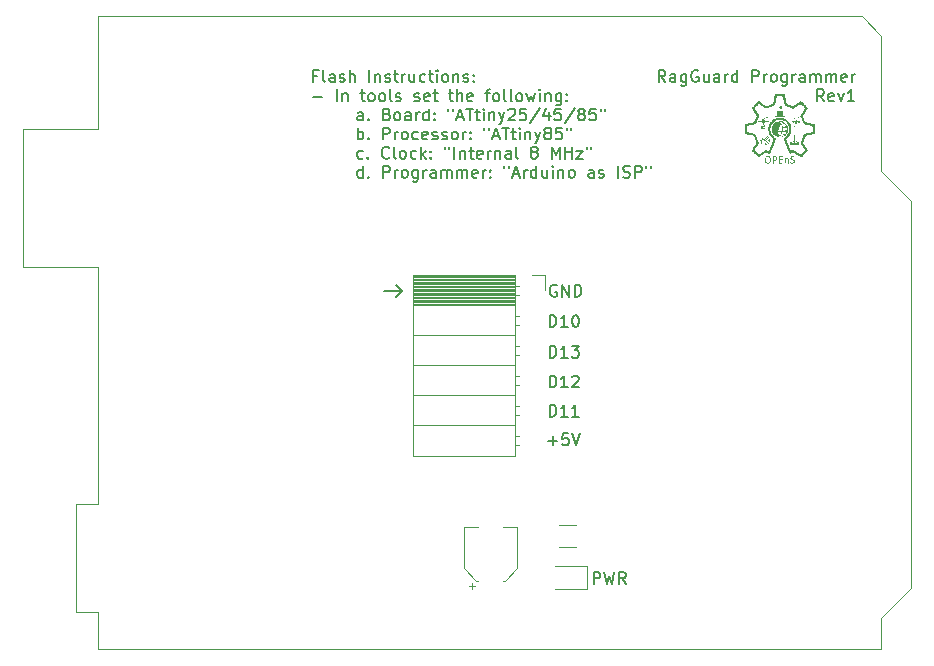
<source format=gbr>
%TF.GenerationSoftware,KiCad,Pcbnew,7.0.2-0*%
%TF.CreationDate,2023-04-20T17:22:28-07:00*%
%TF.ProjectId,RGProgrammer_V1,52475072-6f67-4726-916d-6d65725f5631,rev?*%
%TF.SameCoordinates,Original*%
%TF.FileFunction,Legend,Top*%
%TF.FilePolarity,Positive*%
%FSLAX46Y46*%
G04 Gerber Fmt 4.6, Leading zero omitted, Abs format (unit mm)*
G04 Created by KiCad (PCBNEW 7.0.2-0) date 2023-04-20 17:22:28*
%MOMM*%
%LPD*%
G01*
G04 APERTURE LIST*
%ADD10C,0.150000*%
%ADD11C,0.200000*%
%ADD12C,0.120000*%
G04 APERTURE END LIST*
D10*
X134999999Y-81766504D02*
X134499999Y-81266504D01*
X133499999Y-81766504D02*
X134999999Y-81766504D01*
X134999999Y-81766504D02*
X134499999Y-82266504D01*
X147510456Y-92369434D02*
X147510456Y-91369434D01*
X147510456Y-91369434D02*
X147748551Y-91369434D01*
X147748551Y-91369434D02*
X147891408Y-91417053D01*
X147891408Y-91417053D02*
X147986646Y-91512291D01*
X147986646Y-91512291D02*
X148034265Y-91607529D01*
X148034265Y-91607529D02*
X148081884Y-91798005D01*
X148081884Y-91798005D02*
X148081884Y-91940862D01*
X148081884Y-91940862D02*
X148034265Y-92131338D01*
X148034265Y-92131338D02*
X147986646Y-92226576D01*
X147986646Y-92226576D02*
X147891408Y-92321815D01*
X147891408Y-92321815D02*
X147748551Y-92369434D01*
X147748551Y-92369434D02*
X147510456Y-92369434D01*
X149034265Y-92369434D02*
X148462837Y-92369434D01*
X148748551Y-92369434D02*
X148748551Y-91369434D01*
X148748551Y-91369434D02*
X148653313Y-91512291D01*
X148653313Y-91512291D02*
X148558075Y-91607529D01*
X148558075Y-91607529D02*
X148462837Y-91655148D01*
X149986646Y-92369434D02*
X149415218Y-92369434D01*
X149700932Y-92369434D02*
X149700932Y-91369434D01*
X149700932Y-91369434D02*
X149605694Y-91512291D01*
X149605694Y-91512291D02*
X149510456Y-91607529D01*
X149510456Y-91607529D02*
X149415218Y-91655148D01*
X151238095Y-106541983D02*
X151238095Y-105541983D01*
X151238095Y-105541983D02*
X151619047Y-105541983D01*
X151619047Y-105541983D02*
X151714285Y-105589602D01*
X151714285Y-105589602D02*
X151761904Y-105637221D01*
X151761904Y-105637221D02*
X151809523Y-105732459D01*
X151809523Y-105732459D02*
X151809523Y-105875316D01*
X151809523Y-105875316D02*
X151761904Y-105970554D01*
X151761904Y-105970554D02*
X151714285Y-106018173D01*
X151714285Y-106018173D02*
X151619047Y-106065792D01*
X151619047Y-106065792D02*
X151238095Y-106065792D01*
X152142857Y-105541983D02*
X152380952Y-106541983D01*
X152380952Y-106541983D02*
X152571428Y-105827697D01*
X152571428Y-105827697D02*
X152761904Y-106541983D01*
X152761904Y-106541983D02*
X153000000Y-105541983D01*
X153952380Y-106541983D02*
X153619047Y-106065792D01*
X153380952Y-106541983D02*
X153380952Y-105541983D01*
X153380952Y-105541983D02*
X153761904Y-105541983D01*
X153761904Y-105541983D02*
X153857142Y-105589602D01*
X153857142Y-105589602D02*
X153904761Y-105637221D01*
X153904761Y-105637221D02*
X153952380Y-105732459D01*
X153952380Y-105732459D02*
X153952380Y-105875316D01*
X153952380Y-105875316D02*
X153904761Y-105970554D01*
X153904761Y-105970554D02*
X153857142Y-106018173D01*
X153857142Y-106018173D02*
X153761904Y-106065792D01*
X153761904Y-106065792D02*
X153380952Y-106065792D01*
D11*
X127828771Y-63523809D02*
X127495438Y-63523809D01*
X127495438Y-64047619D02*
X127495438Y-63047619D01*
X127495438Y-63047619D02*
X127971628Y-63047619D01*
X128495438Y-64047619D02*
X128400200Y-64000000D01*
X128400200Y-64000000D02*
X128352581Y-63904761D01*
X128352581Y-63904761D02*
X128352581Y-63047619D01*
X129304962Y-64047619D02*
X129304962Y-63523809D01*
X129304962Y-63523809D02*
X129257343Y-63428571D01*
X129257343Y-63428571D02*
X129162105Y-63380952D01*
X129162105Y-63380952D02*
X128971629Y-63380952D01*
X128971629Y-63380952D02*
X128876391Y-63428571D01*
X129304962Y-64000000D02*
X129209724Y-64047619D01*
X129209724Y-64047619D02*
X128971629Y-64047619D01*
X128971629Y-64047619D02*
X128876391Y-64000000D01*
X128876391Y-64000000D02*
X128828772Y-63904761D01*
X128828772Y-63904761D02*
X128828772Y-63809523D01*
X128828772Y-63809523D02*
X128876391Y-63714285D01*
X128876391Y-63714285D02*
X128971629Y-63666666D01*
X128971629Y-63666666D02*
X129209724Y-63666666D01*
X129209724Y-63666666D02*
X129304962Y-63619047D01*
X129733534Y-64000000D02*
X129828772Y-64047619D01*
X129828772Y-64047619D02*
X130019248Y-64047619D01*
X130019248Y-64047619D02*
X130114486Y-64000000D01*
X130114486Y-64000000D02*
X130162105Y-63904761D01*
X130162105Y-63904761D02*
X130162105Y-63857142D01*
X130162105Y-63857142D02*
X130114486Y-63761904D01*
X130114486Y-63761904D02*
X130019248Y-63714285D01*
X130019248Y-63714285D02*
X129876391Y-63714285D01*
X129876391Y-63714285D02*
X129781153Y-63666666D01*
X129781153Y-63666666D02*
X129733534Y-63571428D01*
X129733534Y-63571428D02*
X129733534Y-63523809D01*
X129733534Y-63523809D02*
X129781153Y-63428571D01*
X129781153Y-63428571D02*
X129876391Y-63380952D01*
X129876391Y-63380952D02*
X130019248Y-63380952D01*
X130019248Y-63380952D02*
X130114486Y-63428571D01*
X130590677Y-64047619D02*
X130590677Y-63047619D01*
X131019248Y-64047619D02*
X131019248Y-63523809D01*
X131019248Y-63523809D02*
X130971629Y-63428571D01*
X130971629Y-63428571D02*
X130876391Y-63380952D01*
X130876391Y-63380952D02*
X130733534Y-63380952D01*
X130733534Y-63380952D02*
X130638296Y-63428571D01*
X130638296Y-63428571D02*
X130590677Y-63476190D01*
X132257344Y-64047619D02*
X132257344Y-63047619D01*
X132733534Y-63380952D02*
X132733534Y-64047619D01*
X132733534Y-63476190D02*
X132781153Y-63428571D01*
X132781153Y-63428571D02*
X132876391Y-63380952D01*
X132876391Y-63380952D02*
X133019248Y-63380952D01*
X133019248Y-63380952D02*
X133114486Y-63428571D01*
X133114486Y-63428571D02*
X133162105Y-63523809D01*
X133162105Y-63523809D02*
X133162105Y-64047619D01*
X133590677Y-64000000D02*
X133685915Y-64047619D01*
X133685915Y-64047619D02*
X133876391Y-64047619D01*
X133876391Y-64047619D02*
X133971629Y-64000000D01*
X133971629Y-64000000D02*
X134019248Y-63904761D01*
X134019248Y-63904761D02*
X134019248Y-63857142D01*
X134019248Y-63857142D02*
X133971629Y-63761904D01*
X133971629Y-63761904D02*
X133876391Y-63714285D01*
X133876391Y-63714285D02*
X133733534Y-63714285D01*
X133733534Y-63714285D02*
X133638296Y-63666666D01*
X133638296Y-63666666D02*
X133590677Y-63571428D01*
X133590677Y-63571428D02*
X133590677Y-63523809D01*
X133590677Y-63523809D02*
X133638296Y-63428571D01*
X133638296Y-63428571D02*
X133733534Y-63380952D01*
X133733534Y-63380952D02*
X133876391Y-63380952D01*
X133876391Y-63380952D02*
X133971629Y-63428571D01*
X134304963Y-63380952D02*
X134685915Y-63380952D01*
X134447820Y-63047619D02*
X134447820Y-63904761D01*
X134447820Y-63904761D02*
X134495439Y-64000000D01*
X134495439Y-64000000D02*
X134590677Y-64047619D01*
X134590677Y-64047619D02*
X134685915Y-64047619D01*
X135019249Y-64047619D02*
X135019249Y-63380952D01*
X135019249Y-63571428D02*
X135066868Y-63476190D01*
X135066868Y-63476190D02*
X135114487Y-63428571D01*
X135114487Y-63428571D02*
X135209725Y-63380952D01*
X135209725Y-63380952D02*
X135304963Y-63380952D01*
X136066868Y-63380952D02*
X136066868Y-64047619D01*
X135638297Y-63380952D02*
X135638297Y-63904761D01*
X135638297Y-63904761D02*
X135685916Y-64000000D01*
X135685916Y-64000000D02*
X135781154Y-64047619D01*
X135781154Y-64047619D02*
X135924011Y-64047619D01*
X135924011Y-64047619D02*
X136019249Y-64000000D01*
X136019249Y-64000000D02*
X136066868Y-63952380D01*
X136971630Y-64000000D02*
X136876392Y-64047619D01*
X136876392Y-64047619D02*
X136685916Y-64047619D01*
X136685916Y-64047619D02*
X136590678Y-64000000D01*
X136590678Y-64000000D02*
X136543059Y-63952380D01*
X136543059Y-63952380D02*
X136495440Y-63857142D01*
X136495440Y-63857142D02*
X136495440Y-63571428D01*
X136495440Y-63571428D02*
X136543059Y-63476190D01*
X136543059Y-63476190D02*
X136590678Y-63428571D01*
X136590678Y-63428571D02*
X136685916Y-63380952D01*
X136685916Y-63380952D02*
X136876392Y-63380952D01*
X136876392Y-63380952D02*
X136971630Y-63428571D01*
X137257345Y-63380952D02*
X137638297Y-63380952D01*
X137400202Y-63047619D02*
X137400202Y-63904761D01*
X137400202Y-63904761D02*
X137447821Y-64000000D01*
X137447821Y-64000000D02*
X137543059Y-64047619D01*
X137543059Y-64047619D02*
X137638297Y-64047619D01*
X137971631Y-64047619D02*
X137971631Y-63380952D01*
X137971631Y-63047619D02*
X137924012Y-63095238D01*
X137924012Y-63095238D02*
X137971631Y-63142857D01*
X137971631Y-63142857D02*
X138019250Y-63095238D01*
X138019250Y-63095238D02*
X137971631Y-63047619D01*
X137971631Y-63047619D02*
X137971631Y-63142857D01*
X138590678Y-64047619D02*
X138495440Y-64000000D01*
X138495440Y-64000000D02*
X138447821Y-63952380D01*
X138447821Y-63952380D02*
X138400202Y-63857142D01*
X138400202Y-63857142D02*
X138400202Y-63571428D01*
X138400202Y-63571428D02*
X138447821Y-63476190D01*
X138447821Y-63476190D02*
X138495440Y-63428571D01*
X138495440Y-63428571D02*
X138590678Y-63380952D01*
X138590678Y-63380952D02*
X138733535Y-63380952D01*
X138733535Y-63380952D02*
X138828773Y-63428571D01*
X138828773Y-63428571D02*
X138876392Y-63476190D01*
X138876392Y-63476190D02*
X138924011Y-63571428D01*
X138924011Y-63571428D02*
X138924011Y-63857142D01*
X138924011Y-63857142D02*
X138876392Y-63952380D01*
X138876392Y-63952380D02*
X138828773Y-64000000D01*
X138828773Y-64000000D02*
X138733535Y-64047619D01*
X138733535Y-64047619D02*
X138590678Y-64047619D01*
X139352583Y-63380952D02*
X139352583Y-64047619D01*
X139352583Y-63476190D02*
X139400202Y-63428571D01*
X139400202Y-63428571D02*
X139495440Y-63380952D01*
X139495440Y-63380952D02*
X139638297Y-63380952D01*
X139638297Y-63380952D02*
X139733535Y-63428571D01*
X139733535Y-63428571D02*
X139781154Y-63523809D01*
X139781154Y-63523809D02*
X139781154Y-64047619D01*
X140209726Y-64000000D02*
X140304964Y-64047619D01*
X140304964Y-64047619D02*
X140495440Y-64047619D01*
X140495440Y-64047619D02*
X140590678Y-64000000D01*
X140590678Y-64000000D02*
X140638297Y-63904761D01*
X140638297Y-63904761D02*
X140638297Y-63857142D01*
X140638297Y-63857142D02*
X140590678Y-63761904D01*
X140590678Y-63761904D02*
X140495440Y-63714285D01*
X140495440Y-63714285D02*
X140352583Y-63714285D01*
X140352583Y-63714285D02*
X140257345Y-63666666D01*
X140257345Y-63666666D02*
X140209726Y-63571428D01*
X140209726Y-63571428D02*
X140209726Y-63523809D01*
X140209726Y-63523809D02*
X140257345Y-63428571D01*
X140257345Y-63428571D02*
X140352583Y-63380952D01*
X140352583Y-63380952D02*
X140495440Y-63380952D01*
X140495440Y-63380952D02*
X140590678Y-63428571D01*
X141066869Y-63952380D02*
X141114488Y-64000000D01*
X141114488Y-64000000D02*
X141066869Y-64047619D01*
X141066869Y-64047619D02*
X141019250Y-64000000D01*
X141019250Y-64000000D02*
X141066869Y-63952380D01*
X141066869Y-63952380D02*
X141066869Y-64047619D01*
X141066869Y-63428571D02*
X141114488Y-63476190D01*
X141114488Y-63476190D02*
X141066869Y-63523809D01*
X141066869Y-63523809D02*
X141019250Y-63476190D01*
X141019250Y-63476190D02*
X141066869Y-63428571D01*
X141066869Y-63428571D02*
X141066869Y-63523809D01*
X127495438Y-65286666D02*
X128257343Y-65286666D01*
X129495438Y-65667619D02*
X129495438Y-64667619D01*
X129971628Y-65000952D02*
X129971628Y-65667619D01*
X129971628Y-65096190D02*
X130019247Y-65048571D01*
X130019247Y-65048571D02*
X130114485Y-65000952D01*
X130114485Y-65000952D02*
X130257342Y-65000952D01*
X130257342Y-65000952D02*
X130352580Y-65048571D01*
X130352580Y-65048571D02*
X130400199Y-65143809D01*
X130400199Y-65143809D02*
X130400199Y-65667619D01*
X131495438Y-65000952D02*
X131876390Y-65000952D01*
X131638295Y-64667619D02*
X131638295Y-65524761D01*
X131638295Y-65524761D02*
X131685914Y-65620000D01*
X131685914Y-65620000D02*
X131781152Y-65667619D01*
X131781152Y-65667619D02*
X131876390Y-65667619D01*
X132352581Y-65667619D02*
X132257343Y-65620000D01*
X132257343Y-65620000D02*
X132209724Y-65572380D01*
X132209724Y-65572380D02*
X132162105Y-65477142D01*
X132162105Y-65477142D02*
X132162105Y-65191428D01*
X132162105Y-65191428D02*
X132209724Y-65096190D01*
X132209724Y-65096190D02*
X132257343Y-65048571D01*
X132257343Y-65048571D02*
X132352581Y-65000952D01*
X132352581Y-65000952D02*
X132495438Y-65000952D01*
X132495438Y-65000952D02*
X132590676Y-65048571D01*
X132590676Y-65048571D02*
X132638295Y-65096190D01*
X132638295Y-65096190D02*
X132685914Y-65191428D01*
X132685914Y-65191428D02*
X132685914Y-65477142D01*
X132685914Y-65477142D02*
X132638295Y-65572380D01*
X132638295Y-65572380D02*
X132590676Y-65620000D01*
X132590676Y-65620000D02*
X132495438Y-65667619D01*
X132495438Y-65667619D02*
X132352581Y-65667619D01*
X133257343Y-65667619D02*
X133162105Y-65620000D01*
X133162105Y-65620000D02*
X133114486Y-65572380D01*
X133114486Y-65572380D02*
X133066867Y-65477142D01*
X133066867Y-65477142D02*
X133066867Y-65191428D01*
X133066867Y-65191428D02*
X133114486Y-65096190D01*
X133114486Y-65096190D02*
X133162105Y-65048571D01*
X133162105Y-65048571D02*
X133257343Y-65000952D01*
X133257343Y-65000952D02*
X133400200Y-65000952D01*
X133400200Y-65000952D02*
X133495438Y-65048571D01*
X133495438Y-65048571D02*
X133543057Y-65096190D01*
X133543057Y-65096190D02*
X133590676Y-65191428D01*
X133590676Y-65191428D02*
X133590676Y-65477142D01*
X133590676Y-65477142D02*
X133543057Y-65572380D01*
X133543057Y-65572380D02*
X133495438Y-65620000D01*
X133495438Y-65620000D02*
X133400200Y-65667619D01*
X133400200Y-65667619D02*
X133257343Y-65667619D01*
X134162105Y-65667619D02*
X134066867Y-65620000D01*
X134066867Y-65620000D02*
X134019248Y-65524761D01*
X134019248Y-65524761D02*
X134019248Y-64667619D01*
X134495439Y-65620000D02*
X134590677Y-65667619D01*
X134590677Y-65667619D02*
X134781153Y-65667619D01*
X134781153Y-65667619D02*
X134876391Y-65620000D01*
X134876391Y-65620000D02*
X134924010Y-65524761D01*
X134924010Y-65524761D02*
X134924010Y-65477142D01*
X134924010Y-65477142D02*
X134876391Y-65381904D01*
X134876391Y-65381904D02*
X134781153Y-65334285D01*
X134781153Y-65334285D02*
X134638296Y-65334285D01*
X134638296Y-65334285D02*
X134543058Y-65286666D01*
X134543058Y-65286666D02*
X134495439Y-65191428D01*
X134495439Y-65191428D02*
X134495439Y-65143809D01*
X134495439Y-65143809D02*
X134543058Y-65048571D01*
X134543058Y-65048571D02*
X134638296Y-65000952D01*
X134638296Y-65000952D02*
X134781153Y-65000952D01*
X134781153Y-65000952D02*
X134876391Y-65048571D01*
X136066868Y-65620000D02*
X136162106Y-65667619D01*
X136162106Y-65667619D02*
X136352582Y-65667619D01*
X136352582Y-65667619D02*
X136447820Y-65620000D01*
X136447820Y-65620000D02*
X136495439Y-65524761D01*
X136495439Y-65524761D02*
X136495439Y-65477142D01*
X136495439Y-65477142D02*
X136447820Y-65381904D01*
X136447820Y-65381904D02*
X136352582Y-65334285D01*
X136352582Y-65334285D02*
X136209725Y-65334285D01*
X136209725Y-65334285D02*
X136114487Y-65286666D01*
X136114487Y-65286666D02*
X136066868Y-65191428D01*
X136066868Y-65191428D02*
X136066868Y-65143809D01*
X136066868Y-65143809D02*
X136114487Y-65048571D01*
X136114487Y-65048571D02*
X136209725Y-65000952D01*
X136209725Y-65000952D02*
X136352582Y-65000952D01*
X136352582Y-65000952D02*
X136447820Y-65048571D01*
X137304963Y-65620000D02*
X137209725Y-65667619D01*
X137209725Y-65667619D02*
X137019249Y-65667619D01*
X137019249Y-65667619D02*
X136924011Y-65620000D01*
X136924011Y-65620000D02*
X136876392Y-65524761D01*
X136876392Y-65524761D02*
X136876392Y-65143809D01*
X136876392Y-65143809D02*
X136924011Y-65048571D01*
X136924011Y-65048571D02*
X137019249Y-65000952D01*
X137019249Y-65000952D02*
X137209725Y-65000952D01*
X137209725Y-65000952D02*
X137304963Y-65048571D01*
X137304963Y-65048571D02*
X137352582Y-65143809D01*
X137352582Y-65143809D02*
X137352582Y-65239047D01*
X137352582Y-65239047D02*
X136876392Y-65334285D01*
X137638297Y-65000952D02*
X138019249Y-65000952D01*
X137781154Y-64667619D02*
X137781154Y-65524761D01*
X137781154Y-65524761D02*
X137828773Y-65620000D01*
X137828773Y-65620000D02*
X137924011Y-65667619D01*
X137924011Y-65667619D02*
X138019249Y-65667619D01*
X138971631Y-65000952D02*
X139352583Y-65000952D01*
X139114488Y-64667619D02*
X139114488Y-65524761D01*
X139114488Y-65524761D02*
X139162107Y-65620000D01*
X139162107Y-65620000D02*
X139257345Y-65667619D01*
X139257345Y-65667619D02*
X139352583Y-65667619D01*
X139685917Y-65667619D02*
X139685917Y-64667619D01*
X140114488Y-65667619D02*
X140114488Y-65143809D01*
X140114488Y-65143809D02*
X140066869Y-65048571D01*
X140066869Y-65048571D02*
X139971631Y-65000952D01*
X139971631Y-65000952D02*
X139828774Y-65000952D01*
X139828774Y-65000952D02*
X139733536Y-65048571D01*
X139733536Y-65048571D02*
X139685917Y-65096190D01*
X140971631Y-65620000D02*
X140876393Y-65667619D01*
X140876393Y-65667619D02*
X140685917Y-65667619D01*
X140685917Y-65667619D02*
X140590679Y-65620000D01*
X140590679Y-65620000D02*
X140543060Y-65524761D01*
X140543060Y-65524761D02*
X140543060Y-65143809D01*
X140543060Y-65143809D02*
X140590679Y-65048571D01*
X140590679Y-65048571D02*
X140685917Y-65000952D01*
X140685917Y-65000952D02*
X140876393Y-65000952D01*
X140876393Y-65000952D02*
X140971631Y-65048571D01*
X140971631Y-65048571D02*
X141019250Y-65143809D01*
X141019250Y-65143809D02*
X141019250Y-65239047D01*
X141019250Y-65239047D02*
X140543060Y-65334285D01*
X142066870Y-65000952D02*
X142447822Y-65000952D01*
X142209727Y-65667619D02*
X142209727Y-64810476D01*
X142209727Y-64810476D02*
X142257346Y-64715238D01*
X142257346Y-64715238D02*
X142352584Y-64667619D01*
X142352584Y-64667619D02*
X142447822Y-64667619D01*
X142924013Y-65667619D02*
X142828775Y-65620000D01*
X142828775Y-65620000D02*
X142781156Y-65572380D01*
X142781156Y-65572380D02*
X142733537Y-65477142D01*
X142733537Y-65477142D02*
X142733537Y-65191428D01*
X142733537Y-65191428D02*
X142781156Y-65096190D01*
X142781156Y-65096190D02*
X142828775Y-65048571D01*
X142828775Y-65048571D02*
X142924013Y-65000952D01*
X142924013Y-65000952D02*
X143066870Y-65000952D01*
X143066870Y-65000952D02*
X143162108Y-65048571D01*
X143162108Y-65048571D02*
X143209727Y-65096190D01*
X143209727Y-65096190D02*
X143257346Y-65191428D01*
X143257346Y-65191428D02*
X143257346Y-65477142D01*
X143257346Y-65477142D02*
X143209727Y-65572380D01*
X143209727Y-65572380D02*
X143162108Y-65620000D01*
X143162108Y-65620000D02*
X143066870Y-65667619D01*
X143066870Y-65667619D02*
X142924013Y-65667619D01*
X143828775Y-65667619D02*
X143733537Y-65620000D01*
X143733537Y-65620000D02*
X143685918Y-65524761D01*
X143685918Y-65524761D02*
X143685918Y-64667619D01*
X144352585Y-65667619D02*
X144257347Y-65620000D01*
X144257347Y-65620000D02*
X144209728Y-65524761D01*
X144209728Y-65524761D02*
X144209728Y-64667619D01*
X144876395Y-65667619D02*
X144781157Y-65620000D01*
X144781157Y-65620000D02*
X144733538Y-65572380D01*
X144733538Y-65572380D02*
X144685919Y-65477142D01*
X144685919Y-65477142D02*
X144685919Y-65191428D01*
X144685919Y-65191428D02*
X144733538Y-65096190D01*
X144733538Y-65096190D02*
X144781157Y-65048571D01*
X144781157Y-65048571D02*
X144876395Y-65000952D01*
X144876395Y-65000952D02*
X145019252Y-65000952D01*
X145019252Y-65000952D02*
X145114490Y-65048571D01*
X145114490Y-65048571D02*
X145162109Y-65096190D01*
X145162109Y-65096190D02*
X145209728Y-65191428D01*
X145209728Y-65191428D02*
X145209728Y-65477142D01*
X145209728Y-65477142D02*
X145162109Y-65572380D01*
X145162109Y-65572380D02*
X145114490Y-65620000D01*
X145114490Y-65620000D02*
X145019252Y-65667619D01*
X145019252Y-65667619D02*
X144876395Y-65667619D01*
X145543062Y-65000952D02*
X145733538Y-65667619D01*
X145733538Y-65667619D02*
X145924014Y-65191428D01*
X145924014Y-65191428D02*
X146114490Y-65667619D01*
X146114490Y-65667619D02*
X146304966Y-65000952D01*
X146685919Y-65667619D02*
X146685919Y-65000952D01*
X146685919Y-64667619D02*
X146638300Y-64715238D01*
X146638300Y-64715238D02*
X146685919Y-64762857D01*
X146685919Y-64762857D02*
X146733538Y-64715238D01*
X146733538Y-64715238D02*
X146685919Y-64667619D01*
X146685919Y-64667619D02*
X146685919Y-64762857D01*
X147162109Y-65000952D02*
X147162109Y-65667619D01*
X147162109Y-65096190D02*
X147209728Y-65048571D01*
X147209728Y-65048571D02*
X147304966Y-65000952D01*
X147304966Y-65000952D02*
X147447823Y-65000952D01*
X147447823Y-65000952D02*
X147543061Y-65048571D01*
X147543061Y-65048571D02*
X147590680Y-65143809D01*
X147590680Y-65143809D02*
X147590680Y-65667619D01*
X148495442Y-65000952D02*
X148495442Y-65810476D01*
X148495442Y-65810476D02*
X148447823Y-65905714D01*
X148447823Y-65905714D02*
X148400204Y-65953333D01*
X148400204Y-65953333D02*
X148304966Y-66000952D01*
X148304966Y-66000952D02*
X148162109Y-66000952D01*
X148162109Y-66000952D02*
X148066871Y-65953333D01*
X148495442Y-65620000D02*
X148400204Y-65667619D01*
X148400204Y-65667619D02*
X148209728Y-65667619D01*
X148209728Y-65667619D02*
X148114490Y-65620000D01*
X148114490Y-65620000D02*
X148066871Y-65572380D01*
X148066871Y-65572380D02*
X148019252Y-65477142D01*
X148019252Y-65477142D02*
X148019252Y-65191428D01*
X148019252Y-65191428D02*
X148066871Y-65096190D01*
X148066871Y-65096190D02*
X148114490Y-65048571D01*
X148114490Y-65048571D02*
X148209728Y-65000952D01*
X148209728Y-65000952D02*
X148400204Y-65000952D01*
X148400204Y-65000952D02*
X148495442Y-65048571D01*
X148971633Y-65572380D02*
X149019252Y-65620000D01*
X149019252Y-65620000D02*
X148971633Y-65667619D01*
X148971633Y-65667619D02*
X148924014Y-65620000D01*
X148924014Y-65620000D02*
X148971633Y-65572380D01*
X148971633Y-65572380D02*
X148971633Y-65667619D01*
X148971633Y-65048571D02*
X149019252Y-65096190D01*
X149019252Y-65096190D02*
X148971633Y-65143809D01*
X148971633Y-65143809D02*
X148924014Y-65096190D01*
X148924014Y-65096190D02*
X148971633Y-65048571D01*
X148971633Y-65048571D02*
X148971633Y-65143809D01*
X131685913Y-67287619D02*
X131685913Y-66763809D01*
X131685913Y-66763809D02*
X131638294Y-66668571D01*
X131638294Y-66668571D02*
X131543056Y-66620952D01*
X131543056Y-66620952D02*
X131352580Y-66620952D01*
X131352580Y-66620952D02*
X131257342Y-66668571D01*
X131685913Y-67240000D02*
X131590675Y-67287619D01*
X131590675Y-67287619D02*
X131352580Y-67287619D01*
X131352580Y-67287619D02*
X131257342Y-67240000D01*
X131257342Y-67240000D02*
X131209723Y-67144761D01*
X131209723Y-67144761D02*
X131209723Y-67049523D01*
X131209723Y-67049523D02*
X131257342Y-66954285D01*
X131257342Y-66954285D02*
X131352580Y-66906666D01*
X131352580Y-66906666D02*
X131590675Y-66906666D01*
X131590675Y-66906666D02*
X131685913Y-66859047D01*
X132162104Y-67192380D02*
X132209723Y-67240000D01*
X132209723Y-67240000D02*
X132162104Y-67287619D01*
X132162104Y-67287619D02*
X132114485Y-67240000D01*
X132114485Y-67240000D02*
X132162104Y-67192380D01*
X132162104Y-67192380D02*
X132162104Y-67287619D01*
X133733532Y-66763809D02*
X133876389Y-66811428D01*
X133876389Y-66811428D02*
X133924008Y-66859047D01*
X133924008Y-66859047D02*
X133971627Y-66954285D01*
X133971627Y-66954285D02*
X133971627Y-67097142D01*
X133971627Y-67097142D02*
X133924008Y-67192380D01*
X133924008Y-67192380D02*
X133876389Y-67240000D01*
X133876389Y-67240000D02*
X133781151Y-67287619D01*
X133781151Y-67287619D02*
X133400199Y-67287619D01*
X133400199Y-67287619D02*
X133400199Y-66287619D01*
X133400199Y-66287619D02*
X133733532Y-66287619D01*
X133733532Y-66287619D02*
X133828770Y-66335238D01*
X133828770Y-66335238D02*
X133876389Y-66382857D01*
X133876389Y-66382857D02*
X133924008Y-66478095D01*
X133924008Y-66478095D02*
X133924008Y-66573333D01*
X133924008Y-66573333D02*
X133876389Y-66668571D01*
X133876389Y-66668571D02*
X133828770Y-66716190D01*
X133828770Y-66716190D02*
X133733532Y-66763809D01*
X133733532Y-66763809D02*
X133400199Y-66763809D01*
X134543056Y-67287619D02*
X134447818Y-67240000D01*
X134447818Y-67240000D02*
X134400199Y-67192380D01*
X134400199Y-67192380D02*
X134352580Y-67097142D01*
X134352580Y-67097142D02*
X134352580Y-66811428D01*
X134352580Y-66811428D02*
X134400199Y-66716190D01*
X134400199Y-66716190D02*
X134447818Y-66668571D01*
X134447818Y-66668571D02*
X134543056Y-66620952D01*
X134543056Y-66620952D02*
X134685913Y-66620952D01*
X134685913Y-66620952D02*
X134781151Y-66668571D01*
X134781151Y-66668571D02*
X134828770Y-66716190D01*
X134828770Y-66716190D02*
X134876389Y-66811428D01*
X134876389Y-66811428D02*
X134876389Y-67097142D01*
X134876389Y-67097142D02*
X134828770Y-67192380D01*
X134828770Y-67192380D02*
X134781151Y-67240000D01*
X134781151Y-67240000D02*
X134685913Y-67287619D01*
X134685913Y-67287619D02*
X134543056Y-67287619D01*
X135733532Y-67287619D02*
X135733532Y-66763809D01*
X135733532Y-66763809D02*
X135685913Y-66668571D01*
X135685913Y-66668571D02*
X135590675Y-66620952D01*
X135590675Y-66620952D02*
X135400199Y-66620952D01*
X135400199Y-66620952D02*
X135304961Y-66668571D01*
X135733532Y-67240000D02*
X135638294Y-67287619D01*
X135638294Y-67287619D02*
X135400199Y-67287619D01*
X135400199Y-67287619D02*
X135304961Y-67240000D01*
X135304961Y-67240000D02*
X135257342Y-67144761D01*
X135257342Y-67144761D02*
X135257342Y-67049523D01*
X135257342Y-67049523D02*
X135304961Y-66954285D01*
X135304961Y-66954285D02*
X135400199Y-66906666D01*
X135400199Y-66906666D02*
X135638294Y-66906666D01*
X135638294Y-66906666D02*
X135733532Y-66859047D01*
X136209723Y-67287619D02*
X136209723Y-66620952D01*
X136209723Y-66811428D02*
X136257342Y-66716190D01*
X136257342Y-66716190D02*
X136304961Y-66668571D01*
X136304961Y-66668571D02*
X136400199Y-66620952D01*
X136400199Y-66620952D02*
X136495437Y-66620952D01*
X137257342Y-67287619D02*
X137257342Y-66287619D01*
X137257342Y-67240000D02*
X137162104Y-67287619D01*
X137162104Y-67287619D02*
X136971628Y-67287619D01*
X136971628Y-67287619D02*
X136876390Y-67240000D01*
X136876390Y-67240000D02*
X136828771Y-67192380D01*
X136828771Y-67192380D02*
X136781152Y-67097142D01*
X136781152Y-67097142D02*
X136781152Y-66811428D01*
X136781152Y-66811428D02*
X136828771Y-66716190D01*
X136828771Y-66716190D02*
X136876390Y-66668571D01*
X136876390Y-66668571D02*
X136971628Y-66620952D01*
X136971628Y-66620952D02*
X137162104Y-66620952D01*
X137162104Y-66620952D02*
X137257342Y-66668571D01*
X137733533Y-67192380D02*
X137781152Y-67240000D01*
X137781152Y-67240000D02*
X137733533Y-67287619D01*
X137733533Y-67287619D02*
X137685914Y-67240000D01*
X137685914Y-67240000D02*
X137733533Y-67192380D01*
X137733533Y-67192380D02*
X137733533Y-67287619D01*
X137733533Y-66668571D02*
X137781152Y-66716190D01*
X137781152Y-66716190D02*
X137733533Y-66763809D01*
X137733533Y-66763809D02*
X137685914Y-66716190D01*
X137685914Y-66716190D02*
X137733533Y-66668571D01*
X137733533Y-66668571D02*
X137733533Y-66763809D01*
X138924009Y-66287619D02*
X138924009Y-66478095D01*
X139304961Y-66287619D02*
X139304961Y-66478095D01*
X139685914Y-67001904D02*
X140162104Y-67001904D01*
X139590676Y-67287619D02*
X139924009Y-66287619D01*
X139924009Y-66287619D02*
X140257342Y-67287619D01*
X140447819Y-66287619D02*
X141019247Y-66287619D01*
X140733533Y-67287619D02*
X140733533Y-66287619D01*
X141209724Y-66620952D02*
X141590676Y-66620952D01*
X141352581Y-66287619D02*
X141352581Y-67144761D01*
X141352581Y-67144761D02*
X141400200Y-67240000D01*
X141400200Y-67240000D02*
X141495438Y-67287619D01*
X141495438Y-67287619D02*
X141590676Y-67287619D01*
X141924010Y-67287619D02*
X141924010Y-66620952D01*
X141924010Y-66287619D02*
X141876391Y-66335238D01*
X141876391Y-66335238D02*
X141924010Y-66382857D01*
X141924010Y-66382857D02*
X141971629Y-66335238D01*
X141971629Y-66335238D02*
X141924010Y-66287619D01*
X141924010Y-66287619D02*
X141924010Y-66382857D01*
X142400200Y-66620952D02*
X142400200Y-67287619D01*
X142400200Y-66716190D02*
X142447819Y-66668571D01*
X142447819Y-66668571D02*
X142543057Y-66620952D01*
X142543057Y-66620952D02*
X142685914Y-66620952D01*
X142685914Y-66620952D02*
X142781152Y-66668571D01*
X142781152Y-66668571D02*
X142828771Y-66763809D01*
X142828771Y-66763809D02*
X142828771Y-67287619D01*
X143209724Y-66620952D02*
X143447819Y-67287619D01*
X143685914Y-66620952D02*
X143447819Y-67287619D01*
X143447819Y-67287619D02*
X143352581Y-67525714D01*
X143352581Y-67525714D02*
X143304962Y-67573333D01*
X143304962Y-67573333D02*
X143209724Y-67620952D01*
X144019248Y-66382857D02*
X144066867Y-66335238D01*
X144066867Y-66335238D02*
X144162105Y-66287619D01*
X144162105Y-66287619D02*
X144400200Y-66287619D01*
X144400200Y-66287619D02*
X144495438Y-66335238D01*
X144495438Y-66335238D02*
X144543057Y-66382857D01*
X144543057Y-66382857D02*
X144590676Y-66478095D01*
X144590676Y-66478095D02*
X144590676Y-66573333D01*
X144590676Y-66573333D02*
X144543057Y-66716190D01*
X144543057Y-66716190D02*
X143971629Y-67287619D01*
X143971629Y-67287619D02*
X144590676Y-67287619D01*
X145495438Y-66287619D02*
X145019248Y-66287619D01*
X145019248Y-66287619D02*
X144971629Y-66763809D01*
X144971629Y-66763809D02*
X145019248Y-66716190D01*
X145019248Y-66716190D02*
X145114486Y-66668571D01*
X145114486Y-66668571D02*
X145352581Y-66668571D01*
X145352581Y-66668571D02*
X145447819Y-66716190D01*
X145447819Y-66716190D02*
X145495438Y-66763809D01*
X145495438Y-66763809D02*
X145543057Y-66859047D01*
X145543057Y-66859047D02*
X145543057Y-67097142D01*
X145543057Y-67097142D02*
X145495438Y-67192380D01*
X145495438Y-67192380D02*
X145447819Y-67240000D01*
X145447819Y-67240000D02*
X145352581Y-67287619D01*
X145352581Y-67287619D02*
X145114486Y-67287619D01*
X145114486Y-67287619D02*
X145019248Y-67240000D01*
X145019248Y-67240000D02*
X144971629Y-67192380D01*
X146685914Y-66240000D02*
X145828772Y-67525714D01*
X147447819Y-66620952D02*
X147447819Y-67287619D01*
X147209724Y-66240000D02*
X146971629Y-66954285D01*
X146971629Y-66954285D02*
X147590676Y-66954285D01*
X148447819Y-66287619D02*
X147971629Y-66287619D01*
X147971629Y-66287619D02*
X147924010Y-66763809D01*
X147924010Y-66763809D02*
X147971629Y-66716190D01*
X147971629Y-66716190D02*
X148066867Y-66668571D01*
X148066867Y-66668571D02*
X148304962Y-66668571D01*
X148304962Y-66668571D02*
X148400200Y-66716190D01*
X148400200Y-66716190D02*
X148447819Y-66763809D01*
X148447819Y-66763809D02*
X148495438Y-66859047D01*
X148495438Y-66859047D02*
X148495438Y-67097142D01*
X148495438Y-67097142D02*
X148447819Y-67192380D01*
X148447819Y-67192380D02*
X148400200Y-67240000D01*
X148400200Y-67240000D02*
X148304962Y-67287619D01*
X148304962Y-67287619D02*
X148066867Y-67287619D01*
X148066867Y-67287619D02*
X147971629Y-67240000D01*
X147971629Y-67240000D02*
X147924010Y-67192380D01*
X149638295Y-66240000D02*
X148781153Y-67525714D01*
X150114486Y-66716190D02*
X150019248Y-66668571D01*
X150019248Y-66668571D02*
X149971629Y-66620952D01*
X149971629Y-66620952D02*
X149924010Y-66525714D01*
X149924010Y-66525714D02*
X149924010Y-66478095D01*
X149924010Y-66478095D02*
X149971629Y-66382857D01*
X149971629Y-66382857D02*
X150019248Y-66335238D01*
X150019248Y-66335238D02*
X150114486Y-66287619D01*
X150114486Y-66287619D02*
X150304962Y-66287619D01*
X150304962Y-66287619D02*
X150400200Y-66335238D01*
X150400200Y-66335238D02*
X150447819Y-66382857D01*
X150447819Y-66382857D02*
X150495438Y-66478095D01*
X150495438Y-66478095D02*
X150495438Y-66525714D01*
X150495438Y-66525714D02*
X150447819Y-66620952D01*
X150447819Y-66620952D02*
X150400200Y-66668571D01*
X150400200Y-66668571D02*
X150304962Y-66716190D01*
X150304962Y-66716190D02*
X150114486Y-66716190D01*
X150114486Y-66716190D02*
X150019248Y-66763809D01*
X150019248Y-66763809D02*
X149971629Y-66811428D01*
X149971629Y-66811428D02*
X149924010Y-66906666D01*
X149924010Y-66906666D02*
X149924010Y-67097142D01*
X149924010Y-67097142D02*
X149971629Y-67192380D01*
X149971629Y-67192380D02*
X150019248Y-67240000D01*
X150019248Y-67240000D02*
X150114486Y-67287619D01*
X150114486Y-67287619D02*
X150304962Y-67287619D01*
X150304962Y-67287619D02*
X150400200Y-67240000D01*
X150400200Y-67240000D02*
X150447819Y-67192380D01*
X150447819Y-67192380D02*
X150495438Y-67097142D01*
X150495438Y-67097142D02*
X150495438Y-66906666D01*
X150495438Y-66906666D02*
X150447819Y-66811428D01*
X150447819Y-66811428D02*
X150400200Y-66763809D01*
X150400200Y-66763809D02*
X150304962Y-66716190D01*
X151400200Y-66287619D02*
X150924010Y-66287619D01*
X150924010Y-66287619D02*
X150876391Y-66763809D01*
X150876391Y-66763809D02*
X150924010Y-66716190D01*
X150924010Y-66716190D02*
X151019248Y-66668571D01*
X151019248Y-66668571D02*
X151257343Y-66668571D01*
X151257343Y-66668571D02*
X151352581Y-66716190D01*
X151352581Y-66716190D02*
X151400200Y-66763809D01*
X151400200Y-66763809D02*
X151447819Y-66859047D01*
X151447819Y-66859047D02*
X151447819Y-67097142D01*
X151447819Y-67097142D02*
X151400200Y-67192380D01*
X151400200Y-67192380D02*
X151352581Y-67240000D01*
X151352581Y-67240000D02*
X151257343Y-67287619D01*
X151257343Y-67287619D02*
X151019248Y-67287619D01*
X151019248Y-67287619D02*
X150924010Y-67240000D01*
X150924010Y-67240000D02*
X150876391Y-67192380D01*
X151828772Y-66287619D02*
X151828772Y-66478095D01*
X152209724Y-66287619D02*
X152209724Y-66478095D01*
X131257342Y-68907619D02*
X131257342Y-67907619D01*
X131257342Y-68288571D02*
X131352580Y-68240952D01*
X131352580Y-68240952D02*
X131543056Y-68240952D01*
X131543056Y-68240952D02*
X131638294Y-68288571D01*
X131638294Y-68288571D02*
X131685913Y-68336190D01*
X131685913Y-68336190D02*
X131733532Y-68431428D01*
X131733532Y-68431428D02*
X131733532Y-68717142D01*
X131733532Y-68717142D02*
X131685913Y-68812380D01*
X131685913Y-68812380D02*
X131638294Y-68860000D01*
X131638294Y-68860000D02*
X131543056Y-68907619D01*
X131543056Y-68907619D02*
X131352580Y-68907619D01*
X131352580Y-68907619D02*
X131257342Y-68860000D01*
X132162104Y-68812380D02*
X132209723Y-68860000D01*
X132209723Y-68860000D02*
X132162104Y-68907619D01*
X132162104Y-68907619D02*
X132114485Y-68860000D01*
X132114485Y-68860000D02*
X132162104Y-68812380D01*
X132162104Y-68812380D02*
X132162104Y-68907619D01*
X133400199Y-68907619D02*
X133400199Y-67907619D01*
X133400199Y-67907619D02*
X133781151Y-67907619D01*
X133781151Y-67907619D02*
X133876389Y-67955238D01*
X133876389Y-67955238D02*
X133924008Y-68002857D01*
X133924008Y-68002857D02*
X133971627Y-68098095D01*
X133971627Y-68098095D02*
X133971627Y-68240952D01*
X133971627Y-68240952D02*
X133924008Y-68336190D01*
X133924008Y-68336190D02*
X133876389Y-68383809D01*
X133876389Y-68383809D02*
X133781151Y-68431428D01*
X133781151Y-68431428D02*
X133400199Y-68431428D01*
X134400199Y-68907619D02*
X134400199Y-68240952D01*
X134400199Y-68431428D02*
X134447818Y-68336190D01*
X134447818Y-68336190D02*
X134495437Y-68288571D01*
X134495437Y-68288571D02*
X134590675Y-68240952D01*
X134590675Y-68240952D02*
X134685913Y-68240952D01*
X135162104Y-68907619D02*
X135066866Y-68860000D01*
X135066866Y-68860000D02*
X135019247Y-68812380D01*
X135019247Y-68812380D02*
X134971628Y-68717142D01*
X134971628Y-68717142D02*
X134971628Y-68431428D01*
X134971628Y-68431428D02*
X135019247Y-68336190D01*
X135019247Y-68336190D02*
X135066866Y-68288571D01*
X135066866Y-68288571D02*
X135162104Y-68240952D01*
X135162104Y-68240952D02*
X135304961Y-68240952D01*
X135304961Y-68240952D02*
X135400199Y-68288571D01*
X135400199Y-68288571D02*
X135447818Y-68336190D01*
X135447818Y-68336190D02*
X135495437Y-68431428D01*
X135495437Y-68431428D02*
X135495437Y-68717142D01*
X135495437Y-68717142D02*
X135447818Y-68812380D01*
X135447818Y-68812380D02*
X135400199Y-68860000D01*
X135400199Y-68860000D02*
X135304961Y-68907619D01*
X135304961Y-68907619D02*
X135162104Y-68907619D01*
X136352580Y-68860000D02*
X136257342Y-68907619D01*
X136257342Y-68907619D02*
X136066866Y-68907619D01*
X136066866Y-68907619D02*
X135971628Y-68860000D01*
X135971628Y-68860000D02*
X135924009Y-68812380D01*
X135924009Y-68812380D02*
X135876390Y-68717142D01*
X135876390Y-68717142D02*
X135876390Y-68431428D01*
X135876390Y-68431428D02*
X135924009Y-68336190D01*
X135924009Y-68336190D02*
X135971628Y-68288571D01*
X135971628Y-68288571D02*
X136066866Y-68240952D01*
X136066866Y-68240952D02*
X136257342Y-68240952D01*
X136257342Y-68240952D02*
X136352580Y-68288571D01*
X137162104Y-68860000D02*
X137066866Y-68907619D01*
X137066866Y-68907619D02*
X136876390Y-68907619D01*
X136876390Y-68907619D02*
X136781152Y-68860000D01*
X136781152Y-68860000D02*
X136733533Y-68764761D01*
X136733533Y-68764761D02*
X136733533Y-68383809D01*
X136733533Y-68383809D02*
X136781152Y-68288571D01*
X136781152Y-68288571D02*
X136876390Y-68240952D01*
X136876390Y-68240952D02*
X137066866Y-68240952D01*
X137066866Y-68240952D02*
X137162104Y-68288571D01*
X137162104Y-68288571D02*
X137209723Y-68383809D01*
X137209723Y-68383809D02*
X137209723Y-68479047D01*
X137209723Y-68479047D02*
X136733533Y-68574285D01*
X137590676Y-68860000D02*
X137685914Y-68907619D01*
X137685914Y-68907619D02*
X137876390Y-68907619D01*
X137876390Y-68907619D02*
X137971628Y-68860000D01*
X137971628Y-68860000D02*
X138019247Y-68764761D01*
X138019247Y-68764761D02*
X138019247Y-68717142D01*
X138019247Y-68717142D02*
X137971628Y-68621904D01*
X137971628Y-68621904D02*
X137876390Y-68574285D01*
X137876390Y-68574285D02*
X137733533Y-68574285D01*
X137733533Y-68574285D02*
X137638295Y-68526666D01*
X137638295Y-68526666D02*
X137590676Y-68431428D01*
X137590676Y-68431428D02*
X137590676Y-68383809D01*
X137590676Y-68383809D02*
X137638295Y-68288571D01*
X137638295Y-68288571D02*
X137733533Y-68240952D01*
X137733533Y-68240952D02*
X137876390Y-68240952D01*
X137876390Y-68240952D02*
X137971628Y-68288571D01*
X138400200Y-68860000D02*
X138495438Y-68907619D01*
X138495438Y-68907619D02*
X138685914Y-68907619D01*
X138685914Y-68907619D02*
X138781152Y-68860000D01*
X138781152Y-68860000D02*
X138828771Y-68764761D01*
X138828771Y-68764761D02*
X138828771Y-68717142D01*
X138828771Y-68717142D02*
X138781152Y-68621904D01*
X138781152Y-68621904D02*
X138685914Y-68574285D01*
X138685914Y-68574285D02*
X138543057Y-68574285D01*
X138543057Y-68574285D02*
X138447819Y-68526666D01*
X138447819Y-68526666D02*
X138400200Y-68431428D01*
X138400200Y-68431428D02*
X138400200Y-68383809D01*
X138400200Y-68383809D02*
X138447819Y-68288571D01*
X138447819Y-68288571D02*
X138543057Y-68240952D01*
X138543057Y-68240952D02*
X138685914Y-68240952D01*
X138685914Y-68240952D02*
X138781152Y-68288571D01*
X139400200Y-68907619D02*
X139304962Y-68860000D01*
X139304962Y-68860000D02*
X139257343Y-68812380D01*
X139257343Y-68812380D02*
X139209724Y-68717142D01*
X139209724Y-68717142D02*
X139209724Y-68431428D01*
X139209724Y-68431428D02*
X139257343Y-68336190D01*
X139257343Y-68336190D02*
X139304962Y-68288571D01*
X139304962Y-68288571D02*
X139400200Y-68240952D01*
X139400200Y-68240952D02*
X139543057Y-68240952D01*
X139543057Y-68240952D02*
X139638295Y-68288571D01*
X139638295Y-68288571D02*
X139685914Y-68336190D01*
X139685914Y-68336190D02*
X139733533Y-68431428D01*
X139733533Y-68431428D02*
X139733533Y-68717142D01*
X139733533Y-68717142D02*
X139685914Y-68812380D01*
X139685914Y-68812380D02*
X139638295Y-68860000D01*
X139638295Y-68860000D02*
X139543057Y-68907619D01*
X139543057Y-68907619D02*
X139400200Y-68907619D01*
X140162105Y-68907619D02*
X140162105Y-68240952D01*
X140162105Y-68431428D02*
X140209724Y-68336190D01*
X140209724Y-68336190D02*
X140257343Y-68288571D01*
X140257343Y-68288571D02*
X140352581Y-68240952D01*
X140352581Y-68240952D02*
X140447819Y-68240952D01*
X140781153Y-68812380D02*
X140828772Y-68860000D01*
X140828772Y-68860000D02*
X140781153Y-68907619D01*
X140781153Y-68907619D02*
X140733534Y-68860000D01*
X140733534Y-68860000D02*
X140781153Y-68812380D01*
X140781153Y-68812380D02*
X140781153Y-68907619D01*
X140781153Y-68288571D02*
X140828772Y-68336190D01*
X140828772Y-68336190D02*
X140781153Y-68383809D01*
X140781153Y-68383809D02*
X140733534Y-68336190D01*
X140733534Y-68336190D02*
X140781153Y-68288571D01*
X140781153Y-68288571D02*
X140781153Y-68383809D01*
X141971629Y-67907619D02*
X141971629Y-68098095D01*
X142352581Y-67907619D02*
X142352581Y-68098095D01*
X142733534Y-68621904D02*
X143209724Y-68621904D01*
X142638296Y-68907619D02*
X142971629Y-67907619D01*
X142971629Y-67907619D02*
X143304962Y-68907619D01*
X143495439Y-67907619D02*
X144066867Y-67907619D01*
X143781153Y-68907619D02*
X143781153Y-67907619D01*
X144257344Y-68240952D02*
X144638296Y-68240952D01*
X144400201Y-67907619D02*
X144400201Y-68764761D01*
X144400201Y-68764761D02*
X144447820Y-68860000D01*
X144447820Y-68860000D02*
X144543058Y-68907619D01*
X144543058Y-68907619D02*
X144638296Y-68907619D01*
X144971630Y-68907619D02*
X144971630Y-68240952D01*
X144971630Y-67907619D02*
X144924011Y-67955238D01*
X144924011Y-67955238D02*
X144971630Y-68002857D01*
X144971630Y-68002857D02*
X145019249Y-67955238D01*
X145019249Y-67955238D02*
X144971630Y-67907619D01*
X144971630Y-67907619D02*
X144971630Y-68002857D01*
X145447820Y-68240952D02*
X145447820Y-68907619D01*
X145447820Y-68336190D02*
X145495439Y-68288571D01*
X145495439Y-68288571D02*
X145590677Y-68240952D01*
X145590677Y-68240952D02*
X145733534Y-68240952D01*
X145733534Y-68240952D02*
X145828772Y-68288571D01*
X145828772Y-68288571D02*
X145876391Y-68383809D01*
X145876391Y-68383809D02*
X145876391Y-68907619D01*
X146257344Y-68240952D02*
X146495439Y-68907619D01*
X146733534Y-68240952D02*
X146495439Y-68907619D01*
X146495439Y-68907619D02*
X146400201Y-69145714D01*
X146400201Y-69145714D02*
X146352582Y-69193333D01*
X146352582Y-69193333D02*
X146257344Y-69240952D01*
X147257344Y-68336190D02*
X147162106Y-68288571D01*
X147162106Y-68288571D02*
X147114487Y-68240952D01*
X147114487Y-68240952D02*
X147066868Y-68145714D01*
X147066868Y-68145714D02*
X147066868Y-68098095D01*
X147066868Y-68098095D02*
X147114487Y-68002857D01*
X147114487Y-68002857D02*
X147162106Y-67955238D01*
X147162106Y-67955238D02*
X147257344Y-67907619D01*
X147257344Y-67907619D02*
X147447820Y-67907619D01*
X147447820Y-67907619D02*
X147543058Y-67955238D01*
X147543058Y-67955238D02*
X147590677Y-68002857D01*
X147590677Y-68002857D02*
X147638296Y-68098095D01*
X147638296Y-68098095D02*
X147638296Y-68145714D01*
X147638296Y-68145714D02*
X147590677Y-68240952D01*
X147590677Y-68240952D02*
X147543058Y-68288571D01*
X147543058Y-68288571D02*
X147447820Y-68336190D01*
X147447820Y-68336190D02*
X147257344Y-68336190D01*
X147257344Y-68336190D02*
X147162106Y-68383809D01*
X147162106Y-68383809D02*
X147114487Y-68431428D01*
X147114487Y-68431428D02*
X147066868Y-68526666D01*
X147066868Y-68526666D02*
X147066868Y-68717142D01*
X147066868Y-68717142D02*
X147114487Y-68812380D01*
X147114487Y-68812380D02*
X147162106Y-68860000D01*
X147162106Y-68860000D02*
X147257344Y-68907619D01*
X147257344Y-68907619D02*
X147447820Y-68907619D01*
X147447820Y-68907619D02*
X147543058Y-68860000D01*
X147543058Y-68860000D02*
X147590677Y-68812380D01*
X147590677Y-68812380D02*
X147638296Y-68717142D01*
X147638296Y-68717142D02*
X147638296Y-68526666D01*
X147638296Y-68526666D02*
X147590677Y-68431428D01*
X147590677Y-68431428D02*
X147543058Y-68383809D01*
X147543058Y-68383809D02*
X147447820Y-68336190D01*
X148543058Y-67907619D02*
X148066868Y-67907619D01*
X148066868Y-67907619D02*
X148019249Y-68383809D01*
X148019249Y-68383809D02*
X148066868Y-68336190D01*
X148066868Y-68336190D02*
X148162106Y-68288571D01*
X148162106Y-68288571D02*
X148400201Y-68288571D01*
X148400201Y-68288571D02*
X148495439Y-68336190D01*
X148495439Y-68336190D02*
X148543058Y-68383809D01*
X148543058Y-68383809D02*
X148590677Y-68479047D01*
X148590677Y-68479047D02*
X148590677Y-68717142D01*
X148590677Y-68717142D02*
X148543058Y-68812380D01*
X148543058Y-68812380D02*
X148495439Y-68860000D01*
X148495439Y-68860000D02*
X148400201Y-68907619D01*
X148400201Y-68907619D02*
X148162106Y-68907619D01*
X148162106Y-68907619D02*
X148066868Y-68860000D01*
X148066868Y-68860000D02*
X148019249Y-68812380D01*
X148971630Y-67907619D02*
X148971630Y-68098095D01*
X149352582Y-67907619D02*
X149352582Y-68098095D01*
X131685913Y-70480000D02*
X131590675Y-70527619D01*
X131590675Y-70527619D02*
X131400199Y-70527619D01*
X131400199Y-70527619D02*
X131304961Y-70480000D01*
X131304961Y-70480000D02*
X131257342Y-70432380D01*
X131257342Y-70432380D02*
X131209723Y-70337142D01*
X131209723Y-70337142D02*
X131209723Y-70051428D01*
X131209723Y-70051428D02*
X131257342Y-69956190D01*
X131257342Y-69956190D02*
X131304961Y-69908571D01*
X131304961Y-69908571D02*
X131400199Y-69860952D01*
X131400199Y-69860952D02*
X131590675Y-69860952D01*
X131590675Y-69860952D02*
X131685913Y-69908571D01*
X132114485Y-70432380D02*
X132162104Y-70480000D01*
X132162104Y-70480000D02*
X132114485Y-70527619D01*
X132114485Y-70527619D02*
X132066866Y-70480000D01*
X132066866Y-70480000D02*
X132114485Y-70432380D01*
X132114485Y-70432380D02*
X132114485Y-70527619D01*
X133924008Y-70432380D02*
X133876389Y-70480000D01*
X133876389Y-70480000D02*
X133733532Y-70527619D01*
X133733532Y-70527619D02*
X133638294Y-70527619D01*
X133638294Y-70527619D02*
X133495437Y-70480000D01*
X133495437Y-70480000D02*
X133400199Y-70384761D01*
X133400199Y-70384761D02*
X133352580Y-70289523D01*
X133352580Y-70289523D02*
X133304961Y-70099047D01*
X133304961Y-70099047D02*
X133304961Y-69956190D01*
X133304961Y-69956190D02*
X133352580Y-69765714D01*
X133352580Y-69765714D02*
X133400199Y-69670476D01*
X133400199Y-69670476D02*
X133495437Y-69575238D01*
X133495437Y-69575238D02*
X133638294Y-69527619D01*
X133638294Y-69527619D02*
X133733532Y-69527619D01*
X133733532Y-69527619D02*
X133876389Y-69575238D01*
X133876389Y-69575238D02*
X133924008Y-69622857D01*
X134495437Y-70527619D02*
X134400199Y-70480000D01*
X134400199Y-70480000D02*
X134352580Y-70384761D01*
X134352580Y-70384761D02*
X134352580Y-69527619D01*
X135019247Y-70527619D02*
X134924009Y-70480000D01*
X134924009Y-70480000D02*
X134876390Y-70432380D01*
X134876390Y-70432380D02*
X134828771Y-70337142D01*
X134828771Y-70337142D02*
X134828771Y-70051428D01*
X134828771Y-70051428D02*
X134876390Y-69956190D01*
X134876390Y-69956190D02*
X134924009Y-69908571D01*
X134924009Y-69908571D02*
X135019247Y-69860952D01*
X135019247Y-69860952D02*
X135162104Y-69860952D01*
X135162104Y-69860952D02*
X135257342Y-69908571D01*
X135257342Y-69908571D02*
X135304961Y-69956190D01*
X135304961Y-69956190D02*
X135352580Y-70051428D01*
X135352580Y-70051428D02*
X135352580Y-70337142D01*
X135352580Y-70337142D02*
X135304961Y-70432380D01*
X135304961Y-70432380D02*
X135257342Y-70480000D01*
X135257342Y-70480000D02*
X135162104Y-70527619D01*
X135162104Y-70527619D02*
X135019247Y-70527619D01*
X136209723Y-70480000D02*
X136114485Y-70527619D01*
X136114485Y-70527619D02*
X135924009Y-70527619D01*
X135924009Y-70527619D02*
X135828771Y-70480000D01*
X135828771Y-70480000D02*
X135781152Y-70432380D01*
X135781152Y-70432380D02*
X135733533Y-70337142D01*
X135733533Y-70337142D02*
X135733533Y-70051428D01*
X135733533Y-70051428D02*
X135781152Y-69956190D01*
X135781152Y-69956190D02*
X135828771Y-69908571D01*
X135828771Y-69908571D02*
X135924009Y-69860952D01*
X135924009Y-69860952D02*
X136114485Y-69860952D01*
X136114485Y-69860952D02*
X136209723Y-69908571D01*
X136638295Y-70527619D02*
X136638295Y-69527619D01*
X136733533Y-70146666D02*
X137019247Y-70527619D01*
X137019247Y-69860952D02*
X136638295Y-70241904D01*
X137447819Y-70432380D02*
X137495438Y-70480000D01*
X137495438Y-70480000D02*
X137447819Y-70527619D01*
X137447819Y-70527619D02*
X137400200Y-70480000D01*
X137400200Y-70480000D02*
X137447819Y-70432380D01*
X137447819Y-70432380D02*
X137447819Y-70527619D01*
X137447819Y-69908571D02*
X137495438Y-69956190D01*
X137495438Y-69956190D02*
X137447819Y-70003809D01*
X137447819Y-70003809D02*
X137400200Y-69956190D01*
X137400200Y-69956190D02*
X137447819Y-69908571D01*
X137447819Y-69908571D02*
X137447819Y-70003809D01*
X138638295Y-69527619D02*
X138638295Y-69718095D01*
X139019247Y-69527619D02*
X139019247Y-69718095D01*
X139447819Y-70527619D02*
X139447819Y-69527619D01*
X139924009Y-69860952D02*
X139924009Y-70527619D01*
X139924009Y-69956190D02*
X139971628Y-69908571D01*
X139971628Y-69908571D02*
X140066866Y-69860952D01*
X140066866Y-69860952D02*
X140209723Y-69860952D01*
X140209723Y-69860952D02*
X140304961Y-69908571D01*
X140304961Y-69908571D02*
X140352580Y-70003809D01*
X140352580Y-70003809D02*
X140352580Y-70527619D01*
X140685914Y-69860952D02*
X141066866Y-69860952D01*
X140828771Y-69527619D02*
X140828771Y-70384761D01*
X140828771Y-70384761D02*
X140876390Y-70480000D01*
X140876390Y-70480000D02*
X140971628Y-70527619D01*
X140971628Y-70527619D02*
X141066866Y-70527619D01*
X141781152Y-70480000D02*
X141685914Y-70527619D01*
X141685914Y-70527619D02*
X141495438Y-70527619D01*
X141495438Y-70527619D02*
X141400200Y-70480000D01*
X141400200Y-70480000D02*
X141352581Y-70384761D01*
X141352581Y-70384761D02*
X141352581Y-70003809D01*
X141352581Y-70003809D02*
X141400200Y-69908571D01*
X141400200Y-69908571D02*
X141495438Y-69860952D01*
X141495438Y-69860952D02*
X141685914Y-69860952D01*
X141685914Y-69860952D02*
X141781152Y-69908571D01*
X141781152Y-69908571D02*
X141828771Y-70003809D01*
X141828771Y-70003809D02*
X141828771Y-70099047D01*
X141828771Y-70099047D02*
X141352581Y-70194285D01*
X142257343Y-70527619D02*
X142257343Y-69860952D01*
X142257343Y-70051428D02*
X142304962Y-69956190D01*
X142304962Y-69956190D02*
X142352581Y-69908571D01*
X142352581Y-69908571D02*
X142447819Y-69860952D01*
X142447819Y-69860952D02*
X142543057Y-69860952D01*
X142876391Y-69860952D02*
X142876391Y-70527619D01*
X142876391Y-69956190D02*
X142924010Y-69908571D01*
X142924010Y-69908571D02*
X143019248Y-69860952D01*
X143019248Y-69860952D02*
X143162105Y-69860952D01*
X143162105Y-69860952D02*
X143257343Y-69908571D01*
X143257343Y-69908571D02*
X143304962Y-70003809D01*
X143304962Y-70003809D02*
X143304962Y-70527619D01*
X144209724Y-70527619D02*
X144209724Y-70003809D01*
X144209724Y-70003809D02*
X144162105Y-69908571D01*
X144162105Y-69908571D02*
X144066867Y-69860952D01*
X144066867Y-69860952D02*
X143876391Y-69860952D01*
X143876391Y-69860952D02*
X143781153Y-69908571D01*
X144209724Y-70480000D02*
X144114486Y-70527619D01*
X144114486Y-70527619D02*
X143876391Y-70527619D01*
X143876391Y-70527619D02*
X143781153Y-70480000D01*
X143781153Y-70480000D02*
X143733534Y-70384761D01*
X143733534Y-70384761D02*
X143733534Y-70289523D01*
X143733534Y-70289523D02*
X143781153Y-70194285D01*
X143781153Y-70194285D02*
X143876391Y-70146666D01*
X143876391Y-70146666D02*
X144114486Y-70146666D01*
X144114486Y-70146666D02*
X144209724Y-70099047D01*
X144828772Y-70527619D02*
X144733534Y-70480000D01*
X144733534Y-70480000D02*
X144685915Y-70384761D01*
X144685915Y-70384761D02*
X144685915Y-69527619D01*
X146114487Y-69956190D02*
X146019249Y-69908571D01*
X146019249Y-69908571D02*
X145971630Y-69860952D01*
X145971630Y-69860952D02*
X145924011Y-69765714D01*
X145924011Y-69765714D02*
X145924011Y-69718095D01*
X145924011Y-69718095D02*
X145971630Y-69622857D01*
X145971630Y-69622857D02*
X146019249Y-69575238D01*
X146019249Y-69575238D02*
X146114487Y-69527619D01*
X146114487Y-69527619D02*
X146304963Y-69527619D01*
X146304963Y-69527619D02*
X146400201Y-69575238D01*
X146400201Y-69575238D02*
X146447820Y-69622857D01*
X146447820Y-69622857D02*
X146495439Y-69718095D01*
X146495439Y-69718095D02*
X146495439Y-69765714D01*
X146495439Y-69765714D02*
X146447820Y-69860952D01*
X146447820Y-69860952D02*
X146400201Y-69908571D01*
X146400201Y-69908571D02*
X146304963Y-69956190D01*
X146304963Y-69956190D02*
X146114487Y-69956190D01*
X146114487Y-69956190D02*
X146019249Y-70003809D01*
X146019249Y-70003809D02*
X145971630Y-70051428D01*
X145971630Y-70051428D02*
X145924011Y-70146666D01*
X145924011Y-70146666D02*
X145924011Y-70337142D01*
X145924011Y-70337142D02*
X145971630Y-70432380D01*
X145971630Y-70432380D02*
X146019249Y-70480000D01*
X146019249Y-70480000D02*
X146114487Y-70527619D01*
X146114487Y-70527619D02*
X146304963Y-70527619D01*
X146304963Y-70527619D02*
X146400201Y-70480000D01*
X146400201Y-70480000D02*
X146447820Y-70432380D01*
X146447820Y-70432380D02*
X146495439Y-70337142D01*
X146495439Y-70337142D02*
X146495439Y-70146666D01*
X146495439Y-70146666D02*
X146447820Y-70051428D01*
X146447820Y-70051428D02*
X146400201Y-70003809D01*
X146400201Y-70003809D02*
X146304963Y-69956190D01*
X147685916Y-70527619D02*
X147685916Y-69527619D01*
X147685916Y-69527619D02*
X148019249Y-70241904D01*
X148019249Y-70241904D02*
X148352582Y-69527619D01*
X148352582Y-69527619D02*
X148352582Y-70527619D01*
X148828773Y-70527619D02*
X148828773Y-69527619D01*
X148828773Y-70003809D02*
X149400201Y-70003809D01*
X149400201Y-70527619D02*
X149400201Y-69527619D01*
X149781154Y-69860952D02*
X150304963Y-69860952D01*
X150304963Y-69860952D02*
X149781154Y-70527619D01*
X149781154Y-70527619D02*
X150304963Y-70527619D01*
X150638297Y-69527619D02*
X150638297Y-69718095D01*
X151019249Y-69527619D02*
X151019249Y-69718095D01*
X131685913Y-72147619D02*
X131685913Y-71147619D01*
X131685913Y-72100000D02*
X131590675Y-72147619D01*
X131590675Y-72147619D02*
X131400199Y-72147619D01*
X131400199Y-72147619D02*
X131304961Y-72100000D01*
X131304961Y-72100000D02*
X131257342Y-72052380D01*
X131257342Y-72052380D02*
X131209723Y-71957142D01*
X131209723Y-71957142D02*
X131209723Y-71671428D01*
X131209723Y-71671428D02*
X131257342Y-71576190D01*
X131257342Y-71576190D02*
X131304961Y-71528571D01*
X131304961Y-71528571D02*
X131400199Y-71480952D01*
X131400199Y-71480952D02*
X131590675Y-71480952D01*
X131590675Y-71480952D02*
X131685913Y-71528571D01*
X132162104Y-72052380D02*
X132209723Y-72100000D01*
X132209723Y-72100000D02*
X132162104Y-72147619D01*
X132162104Y-72147619D02*
X132114485Y-72100000D01*
X132114485Y-72100000D02*
X132162104Y-72052380D01*
X132162104Y-72052380D02*
X132162104Y-72147619D01*
X133400199Y-72147619D02*
X133400199Y-71147619D01*
X133400199Y-71147619D02*
X133781151Y-71147619D01*
X133781151Y-71147619D02*
X133876389Y-71195238D01*
X133876389Y-71195238D02*
X133924008Y-71242857D01*
X133924008Y-71242857D02*
X133971627Y-71338095D01*
X133971627Y-71338095D02*
X133971627Y-71480952D01*
X133971627Y-71480952D02*
X133924008Y-71576190D01*
X133924008Y-71576190D02*
X133876389Y-71623809D01*
X133876389Y-71623809D02*
X133781151Y-71671428D01*
X133781151Y-71671428D02*
X133400199Y-71671428D01*
X134400199Y-72147619D02*
X134400199Y-71480952D01*
X134400199Y-71671428D02*
X134447818Y-71576190D01*
X134447818Y-71576190D02*
X134495437Y-71528571D01*
X134495437Y-71528571D02*
X134590675Y-71480952D01*
X134590675Y-71480952D02*
X134685913Y-71480952D01*
X135162104Y-72147619D02*
X135066866Y-72100000D01*
X135066866Y-72100000D02*
X135019247Y-72052380D01*
X135019247Y-72052380D02*
X134971628Y-71957142D01*
X134971628Y-71957142D02*
X134971628Y-71671428D01*
X134971628Y-71671428D02*
X135019247Y-71576190D01*
X135019247Y-71576190D02*
X135066866Y-71528571D01*
X135066866Y-71528571D02*
X135162104Y-71480952D01*
X135162104Y-71480952D02*
X135304961Y-71480952D01*
X135304961Y-71480952D02*
X135400199Y-71528571D01*
X135400199Y-71528571D02*
X135447818Y-71576190D01*
X135447818Y-71576190D02*
X135495437Y-71671428D01*
X135495437Y-71671428D02*
X135495437Y-71957142D01*
X135495437Y-71957142D02*
X135447818Y-72052380D01*
X135447818Y-72052380D02*
X135400199Y-72100000D01*
X135400199Y-72100000D02*
X135304961Y-72147619D01*
X135304961Y-72147619D02*
X135162104Y-72147619D01*
X136352580Y-71480952D02*
X136352580Y-72290476D01*
X136352580Y-72290476D02*
X136304961Y-72385714D01*
X136304961Y-72385714D02*
X136257342Y-72433333D01*
X136257342Y-72433333D02*
X136162104Y-72480952D01*
X136162104Y-72480952D02*
X136019247Y-72480952D01*
X136019247Y-72480952D02*
X135924009Y-72433333D01*
X136352580Y-72100000D02*
X136257342Y-72147619D01*
X136257342Y-72147619D02*
X136066866Y-72147619D01*
X136066866Y-72147619D02*
X135971628Y-72100000D01*
X135971628Y-72100000D02*
X135924009Y-72052380D01*
X135924009Y-72052380D02*
X135876390Y-71957142D01*
X135876390Y-71957142D02*
X135876390Y-71671428D01*
X135876390Y-71671428D02*
X135924009Y-71576190D01*
X135924009Y-71576190D02*
X135971628Y-71528571D01*
X135971628Y-71528571D02*
X136066866Y-71480952D01*
X136066866Y-71480952D02*
X136257342Y-71480952D01*
X136257342Y-71480952D02*
X136352580Y-71528571D01*
X136828771Y-72147619D02*
X136828771Y-71480952D01*
X136828771Y-71671428D02*
X136876390Y-71576190D01*
X136876390Y-71576190D02*
X136924009Y-71528571D01*
X136924009Y-71528571D02*
X137019247Y-71480952D01*
X137019247Y-71480952D02*
X137114485Y-71480952D01*
X137876390Y-72147619D02*
X137876390Y-71623809D01*
X137876390Y-71623809D02*
X137828771Y-71528571D01*
X137828771Y-71528571D02*
X137733533Y-71480952D01*
X137733533Y-71480952D02*
X137543057Y-71480952D01*
X137543057Y-71480952D02*
X137447819Y-71528571D01*
X137876390Y-72100000D02*
X137781152Y-72147619D01*
X137781152Y-72147619D02*
X137543057Y-72147619D01*
X137543057Y-72147619D02*
X137447819Y-72100000D01*
X137447819Y-72100000D02*
X137400200Y-72004761D01*
X137400200Y-72004761D02*
X137400200Y-71909523D01*
X137400200Y-71909523D02*
X137447819Y-71814285D01*
X137447819Y-71814285D02*
X137543057Y-71766666D01*
X137543057Y-71766666D02*
X137781152Y-71766666D01*
X137781152Y-71766666D02*
X137876390Y-71719047D01*
X138352581Y-72147619D02*
X138352581Y-71480952D01*
X138352581Y-71576190D02*
X138400200Y-71528571D01*
X138400200Y-71528571D02*
X138495438Y-71480952D01*
X138495438Y-71480952D02*
X138638295Y-71480952D01*
X138638295Y-71480952D02*
X138733533Y-71528571D01*
X138733533Y-71528571D02*
X138781152Y-71623809D01*
X138781152Y-71623809D02*
X138781152Y-72147619D01*
X138781152Y-71623809D02*
X138828771Y-71528571D01*
X138828771Y-71528571D02*
X138924009Y-71480952D01*
X138924009Y-71480952D02*
X139066866Y-71480952D01*
X139066866Y-71480952D02*
X139162105Y-71528571D01*
X139162105Y-71528571D02*
X139209724Y-71623809D01*
X139209724Y-71623809D02*
X139209724Y-72147619D01*
X139685914Y-72147619D02*
X139685914Y-71480952D01*
X139685914Y-71576190D02*
X139733533Y-71528571D01*
X139733533Y-71528571D02*
X139828771Y-71480952D01*
X139828771Y-71480952D02*
X139971628Y-71480952D01*
X139971628Y-71480952D02*
X140066866Y-71528571D01*
X140066866Y-71528571D02*
X140114485Y-71623809D01*
X140114485Y-71623809D02*
X140114485Y-72147619D01*
X140114485Y-71623809D02*
X140162104Y-71528571D01*
X140162104Y-71528571D02*
X140257342Y-71480952D01*
X140257342Y-71480952D02*
X140400199Y-71480952D01*
X140400199Y-71480952D02*
X140495438Y-71528571D01*
X140495438Y-71528571D02*
X140543057Y-71623809D01*
X140543057Y-71623809D02*
X140543057Y-72147619D01*
X141400199Y-72100000D02*
X141304961Y-72147619D01*
X141304961Y-72147619D02*
X141114485Y-72147619D01*
X141114485Y-72147619D02*
X141019247Y-72100000D01*
X141019247Y-72100000D02*
X140971628Y-72004761D01*
X140971628Y-72004761D02*
X140971628Y-71623809D01*
X140971628Y-71623809D02*
X141019247Y-71528571D01*
X141019247Y-71528571D02*
X141114485Y-71480952D01*
X141114485Y-71480952D02*
X141304961Y-71480952D01*
X141304961Y-71480952D02*
X141400199Y-71528571D01*
X141400199Y-71528571D02*
X141447818Y-71623809D01*
X141447818Y-71623809D02*
X141447818Y-71719047D01*
X141447818Y-71719047D02*
X140971628Y-71814285D01*
X141876390Y-72147619D02*
X141876390Y-71480952D01*
X141876390Y-71671428D02*
X141924009Y-71576190D01*
X141924009Y-71576190D02*
X141971628Y-71528571D01*
X141971628Y-71528571D02*
X142066866Y-71480952D01*
X142066866Y-71480952D02*
X142162104Y-71480952D01*
X142495438Y-72052380D02*
X142543057Y-72100000D01*
X142543057Y-72100000D02*
X142495438Y-72147619D01*
X142495438Y-72147619D02*
X142447819Y-72100000D01*
X142447819Y-72100000D02*
X142495438Y-72052380D01*
X142495438Y-72052380D02*
X142495438Y-72147619D01*
X142495438Y-71528571D02*
X142543057Y-71576190D01*
X142543057Y-71576190D02*
X142495438Y-71623809D01*
X142495438Y-71623809D02*
X142447819Y-71576190D01*
X142447819Y-71576190D02*
X142495438Y-71528571D01*
X142495438Y-71528571D02*
X142495438Y-71623809D01*
X143685914Y-71147619D02*
X143685914Y-71338095D01*
X144066866Y-71147619D02*
X144066866Y-71338095D01*
X144447819Y-71861904D02*
X144924009Y-71861904D01*
X144352581Y-72147619D02*
X144685914Y-71147619D01*
X144685914Y-71147619D02*
X145019247Y-72147619D01*
X145352581Y-72147619D02*
X145352581Y-71480952D01*
X145352581Y-71671428D02*
X145400200Y-71576190D01*
X145400200Y-71576190D02*
X145447819Y-71528571D01*
X145447819Y-71528571D02*
X145543057Y-71480952D01*
X145543057Y-71480952D02*
X145638295Y-71480952D01*
X146400200Y-72147619D02*
X146400200Y-71147619D01*
X146400200Y-72100000D02*
X146304962Y-72147619D01*
X146304962Y-72147619D02*
X146114486Y-72147619D01*
X146114486Y-72147619D02*
X146019248Y-72100000D01*
X146019248Y-72100000D02*
X145971629Y-72052380D01*
X145971629Y-72052380D02*
X145924010Y-71957142D01*
X145924010Y-71957142D02*
X145924010Y-71671428D01*
X145924010Y-71671428D02*
X145971629Y-71576190D01*
X145971629Y-71576190D02*
X146019248Y-71528571D01*
X146019248Y-71528571D02*
X146114486Y-71480952D01*
X146114486Y-71480952D02*
X146304962Y-71480952D01*
X146304962Y-71480952D02*
X146400200Y-71528571D01*
X147304962Y-71480952D02*
X147304962Y-72147619D01*
X146876391Y-71480952D02*
X146876391Y-72004761D01*
X146876391Y-72004761D02*
X146924010Y-72100000D01*
X146924010Y-72100000D02*
X147019248Y-72147619D01*
X147019248Y-72147619D02*
X147162105Y-72147619D01*
X147162105Y-72147619D02*
X147257343Y-72100000D01*
X147257343Y-72100000D02*
X147304962Y-72052380D01*
X147781153Y-72147619D02*
X147781153Y-71480952D01*
X147781153Y-71147619D02*
X147733534Y-71195238D01*
X147733534Y-71195238D02*
X147781153Y-71242857D01*
X147781153Y-71242857D02*
X147828772Y-71195238D01*
X147828772Y-71195238D02*
X147781153Y-71147619D01*
X147781153Y-71147619D02*
X147781153Y-71242857D01*
X148257343Y-71480952D02*
X148257343Y-72147619D01*
X148257343Y-71576190D02*
X148304962Y-71528571D01*
X148304962Y-71528571D02*
X148400200Y-71480952D01*
X148400200Y-71480952D02*
X148543057Y-71480952D01*
X148543057Y-71480952D02*
X148638295Y-71528571D01*
X148638295Y-71528571D02*
X148685914Y-71623809D01*
X148685914Y-71623809D02*
X148685914Y-72147619D01*
X149304962Y-72147619D02*
X149209724Y-72100000D01*
X149209724Y-72100000D02*
X149162105Y-72052380D01*
X149162105Y-72052380D02*
X149114486Y-71957142D01*
X149114486Y-71957142D02*
X149114486Y-71671428D01*
X149114486Y-71671428D02*
X149162105Y-71576190D01*
X149162105Y-71576190D02*
X149209724Y-71528571D01*
X149209724Y-71528571D02*
X149304962Y-71480952D01*
X149304962Y-71480952D02*
X149447819Y-71480952D01*
X149447819Y-71480952D02*
X149543057Y-71528571D01*
X149543057Y-71528571D02*
X149590676Y-71576190D01*
X149590676Y-71576190D02*
X149638295Y-71671428D01*
X149638295Y-71671428D02*
X149638295Y-71957142D01*
X149638295Y-71957142D02*
X149590676Y-72052380D01*
X149590676Y-72052380D02*
X149543057Y-72100000D01*
X149543057Y-72100000D02*
X149447819Y-72147619D01*
X149447819Y-72147619D02*
X149304962Y-72147619D01*
X151257343Y-72147619D02*
X151257343Y-71623809D01*
X151257343Y-71623809D02*
X151209724Y-71528571D01*
X151209724Y-71528571D02*
X151114486Y-71480952D01*
X151114486Y-71480952D02*
X150924010Y-71480952D01*
X150924010Y-71480952D02*
X150828772Y-71528571D01*
X151257343Y-72100000D02*
X151162105Y-72147619D01*
X151162105Y-72147619D02*
X150924010Y-72147619D01*
X150924010Y-72147619D02*
X150828772Y-72100000D01*
X150828772Y-72100000D02*
X150781153Y-72004761D01*
X150781153Y-72004761D02*
X150781153Y-71909523D01*
X150781153Y-71909523D02*
X150828772Y-71814285D01*
X150828772Y-71814285D02*
X150924010Y-71766666D01*
X150924010Y-71766666D02*
X151162105Y-71766666D01*
X151162105Y-71766666D02*
X151257343Y-71719047D01*
X151685915Y-72100000D02*
X151781153Y-72147619D01*
X151781153Y-72147619D02*
X151971629Y-72147619D01*
X151971629Y-72147619D02*
X152066867Y-72100000D01*
X152066867Y-72100000D02*
X152114486Y-72004761D01*
X152114486Y-72004761D02*
X152114486Y-71957142D01*
X152114486Y-71957142D02*
X152066867Y-71861904D01*
X152066867Y-71861904D02*
X151971629Y-71814285D01*
X151971629Y-71814285D02*
X151828772Y-71814285D01*
X151828772Y-71814285D02*
X151733534Y-71766666D01*
X151733534Y-71766666D02*
X151685915Y-71671428D01*
X151685915Y-71671428D02*
X151685915Y-71623809D01*
X151685915Y-71623809D02*
X151733534Y-71528571D01*
X151733534Y-71528571D02*
X151828772Y-71480952D01*
X151828772Y-71480952D02*
X151971629Y-71480952D01*
X151971629Y-71480952D02*
X152066867Y-71528571D01*
X153304963Y-72147619D02*
X153304963Y-71147619D01*
X153733534Y-72100000D02*
X153876391Y-72147619D01*
X153876391Y-72147619D02*
X154114486Y-72147619D01*
X154114486Y-72147619D02*
X154209724Y-72100000D01*
X154209724Y-72100000D02*
X154257343Y-72052380D01*
X154257343Y-72052380D02*
X154304962Y-71957142D01*
X154304962Y-71957142D02*
X154304962Y-71861904D01*
X154304962Y-71861904D02*
X154257343Y-71766666D01*
X154257343Y-71766666D02*
X154209724Y-71719047D01*
X154209724Y-71719047D02*
X154114486Y-71671428D01*
X154114486Y-71671428D02*
X153924010Y-71623809D01*
X153924010Y-71623809D02*
X153828772Y-71576190D01*
X153828772Y-71576190D02*
X153781153Y-71528571D01*
X153781153Y-71528571D02*
X153733534Y-71433333D01*
X153733534Y-71433333D02*
X153733534Y-71338095D01*
X153733534Y-71338095D02*
X153781153Y-71242857D01*
X153781153Y-71242857D02*
X153828772Y-71195238D01*
X153828772Y-71195238D02*
X153924010Y-71147619D01*
X153924010Y-71147619D02*
X154162105Y-71147619D01*
X154162105Y-71147619D02*
X154304962Y-71195238D01*
X154733534Y-72147619D02*
X154733534Y-71147619D01*
X154733534Y-71147619D02*
X155114486Y-71147619D01*
X155114486Y-71147619D02*
X155209724Y-71195238D01*
X155209724Y-71195238D02*
X155257343Y-71242857D01*
X155257343Y-71242857D02*
X155304962Y-71338095D01*
X155304962Y-71338095D02*
X155304962Y-71480952D01*
X155304962Y-71480952D02*
X155257343Y-71576190D01*
X155257343Y-71576190D02*
X155209724Y-71623809D01*
X155209724Y-71623809D02*
X155114486Y-71671428D01*
X155114486Y-71671428D02*
X154733534Y-71671428D01*
X155685915Y-71147619D02*
X155685915Y-71338095D01*
X156066867Y-71147619D02*
X156066867Y-71338095D01*
D10*
X147520741Y-87377618D02*
X147520741Y-86377618D01*
X147520741Y-86377618D02*
X147758836Y-86377618D01*
X147758836Y-86377618D02*
X147901693Y-86425237D01*
X147901693Y-86425237D02*
X147996931Y-86520475D01*
X147996931Y-86520475D02*
X148044550Y-86615713D01*
X148044550Y-86615713D02*
X148092169Y-86806189D01*
X148092169Y-86806189D02*
X148092169Y-86949046D01*
X148092169Y-86949046D02*
X148044550Y-87139522D01*
X148044550Y-87139522D02*
X147996931Y-87234760D01*
X147996931Y-87234760D02*
X147901693Y-87329999D01*
X147901693Y-87329999D02*
X147758836Y-87377618D01*
X147758836Y-87377618D02*
X147520741Y-87377618D01*
X149044550Y-87377618D02*
X148473122Y-87377618D01*
X148758836Y-87377618D02*
X148758836Y-86377618D01*
X148758836Y-86377618D02*
X148663598Y-86520475D01*
X148663598Y-86520475D02*
X148568360Y-86615713D01*
X148568360Y-86615713D02*
X148473122Y-86663332D01*
X149377884Y-86377618D02*
X149996931Y-86377618D01*
X149996931Y-86377618D02*
X149663598Y-86758570D01*
X149663598Y-86758570D02*
X149806455Y-86758570D01*
X149806455Y-86758570D02*
X149901693Y-86806189D01*
X149901693Y-86806189D02*
X149949312Y-86853808D01*
X149949312Y-86853808D02*
X149996931Y-86949046D01*
X149996931Y-86949046D02*
X149996931Y-87187141D01*
X149996931Y-87187141D02*
X149949312Y-87282379D01*
X149949312Y-87282379D02*
X149901693Y-87329999D01*
X149901693Y-87329999D02*
X149806455Y-87377618D01*
X149806455Y-87377618D02*
X149520741Y-87377618D01*
X149520741Y-87377618D02*
X149425503Y-87329999D01*
X149425503Y-87329999D02*
X149377884Y-87282379D01*
X147520741Y-89895166D02*
X147520741Y-88895166D01*
X147520741Y-88895166D02*
X147758836Y-88895166D01*
X147758836Y-88895166D02*
X147901693Y-88942785D01*
X147901693Y-88942785D02*
X147996931Y-89038023D01*
X147996931Y-89038023D02*
X148044550Y-89133261D01*
X148044550Y-89133261D02*
X148092169Y-89323737D01*
X148092169Y-89323737D02*
X148092169Y-89466594D01*
X148092169Y-89466594D02*
X148044550Y-89657070D01*
X148044550Y-89657070D02*
X147996931Y-89752308D01*
X147996931Y-89752308D02*
X147901693Y-89847547D01*
X147901693Y-89847547D02*
X147758836Y-89895166D01*
X147758836Y-89895166D02*
X147520741Y-89895166D01*
X149044550Y-89895166D02*
X148473122Y-89895166D01*
X148758836Y-89895166D02*
X148758836Y-88895166D01*
X148758836Y-88895166D02*
X148663598Y-89038023D01*
X148663598Y-89038023D02*
X148568360Y-89133261D01*
X148568360Y-89133261D02*
X148473122Y-89180880D01*
X149425503Y-88990404D02*
X149473122Y-88942785D01*
X149473122Y-88942785D02*
X149568360Y-88895166D01*
X149568360Y-88895166D02*
X149806455Y-88895166D01*
X149806455Y-88895166D02*
X149901693Y-88942785D01*
X149901693Y-88942785D02*
X149949312Y-88990404D01*
X149949312Y-88990404D02*
X149996931Y-89085642D01*
X149996931Y-89085642D02*
X149996931Y-89180880D01*
X149996931Y-89180880D02*
X149949312Y-89323737D01*
X149949312Y-89323737D02*
X149377884Y-89895166D01*
X149377884Y-89895166D02*
X149996931Y-89895166D01*
X148097560Y-81260894D02*
X148002322Y-81213275D01*
X148002322Y-81213275D02*
X147859465Y-81213275D01*
X147859465Y-81213275D02*
X147716608Y-81260894D01*
X147716608Y-81260894D02*
X147621370Y-81356132D01*
X147621370Y-81356132D02*
X147573751Y-81451370D01*
X147573751Y-81451370D02*
X147526132Y-81641846D01*
X147526132Y-81641846D02*
X147526132Y-81784703D01*
X147526132Y-81784703D02*
X147573751Y-81975179D01*
X147573751Y-81975179D02*
X147621370Y-82070417D01*
X147621370Y-82070417D02*
X147716608Y-82165656D01*
X147716608Y-82165656D02*
X147859465Y-82213275D01*
X147859465Y-82213275D02*
X147954703Y-82213275D01*
X147954703Y-82213275D02*
X148097560Y-82165656D01*
X148097560Y-82165656D02*
X148145179Y-82118036D01*
X148145179Y-82118036D02*
X148145179Y-81784703D01*
X148145179Y-81784703D02*
X147954703Y-81784703D01*
X148573751Y-82213275D02*
X148573751Y-81213275D01*
X148573751Y-81213275D02*
X149145179Y-82213275D01*
X149145179Y-82213275D02*
X149145179Y-81213275D01*
X149621370Y-82213275D02*
X149621370Y-81213275D01*
X149621370Y-81213275D02*
X149859465Y-81213275D01*
X149859465Y-81213275D02*
X150002322Y-81260894D01*
X150002322Y-81260894D02*
X150097560Y-81356132D01*
X150097560Y-81356132D02*
X150145179Y-81451370D01*
X150145179Y-81451370D02*
X150192798Y-81641846D01*
X150192798Y-81641846D02*
X150192798Y-81784703D01*
X150192798Y-81784703D02*
X150145179Y-81975179D01*
X150145179Y-81975179D02*
X150097560Y-82070417D01*
X150097560Y-82070417D02*
X150002322Y-82165656D01*
X150002322Y-82165656D02*
X149859465Y-82213275D01*
X149859465Y-82213275D02*
X149621370Y-82213275D01*
X147520741Y-84780149D02*
X147520741Y-83780149D01*
X147520741Y-83780149D02*
X147758836Y-83780149D01*
X147758836Y-83780149D02*
X147901693Y-83827768D01*
X147901693Y-83827768D02*
X147996931Y-83923006D01*
X147996931Y-83923006D02*
X148044550Y-84018244D01*
X148044550Y-84018244D02*
X148092169Y-84208720D01*
X148092169Y-84208720D02*
X148092169Y-84351577D01*
X148092169Y-84351577D02*
X148044550Y-84542053D01*
X148044550Y-84542053D02*
X147996931Y-84637291D01*
X147996931Y-84637291D02*
X147901693Y-84732530D01*
X147901693Y-84732530D02*
X147758836Y-84780149D01*
X147758836Y-84780149D02*
X147520741Y-84780149D01*
X149044550Y-84780149D02*
X148473122Y-84780149D01*
X148758836Y-84780149D02*
X148758836Y-83780149D01*
X148758836Y-83780149D02*
X148663598Y-83923006D01*
X148663598Y-83923006D02*
X148568360Y-84018244D01*
X148568360Y-84018244D02*
X148473122Y-84065863D01*
X149663598Y-83780149D02*
X149758836Y-83780149D01*
X149758836Y-83780149D02*
X149854074Y-83827768D01*
X149854074Y-83827768D02*
X149901693Y-83875387D01*
X149901693Y-83875387D02*
X149949312Y-83970625D01*
X149949312Y-83970625D02*
X149996931Y-84161101D01*
X149996931Y-84161101D02*
X149996931Y-84399196D01*
X149996931Y-84399196D02*
X149949312Y-84589672D01*
X149949312Y-84589672D02*
X149901693Y-84684910D01*
X149901693Y-84684910D02*
X149854074Y-84732530D01*
X149854074Y-84732530D02*
X149758836Y-84780149D01*
X149758836Y-84780149D02*
X149663598Y-84780149D01*
X149663598Y-84780149D02*
X149568360Y-84732530D01*
X149568360Y-84732530D02*
X149520741Y-84684910D01*
X149520741Y-84684910D02*
X149473122Y-84589672D01*
X149473122Y-84589672D02*
X149425503Y-84399196D01*
X149425503Y-84399196D02*
X149425503Y-84161101D01*
X149425503Y-84161101D02*
X149473122Y-83970625D01*
X149473122Y-83970625D02*
X149520741Y-83875387D01*
X149520741Y-83875387D02*
X149568360Y-83827768D01*
X149568360Y-83827768D02*
X149663598Y-83780149D01*
D11*
X157309521Y-64047619D02*
X156976188Y-63571428D01*
X156738093Y-64047619D02*
X156738093Y-63047619D01*
X156738093Y-63047619D02*
X157119045Y-63047619D01*
X157119045Y-63047619D02*
X157214283Y-63095238D01*
X157214283Y-63095238D02*
X157261902Y-63142857D01*
X157261902Y-63142857D02*
X157309521Y-63238095D01*
X157309521Y-63238095D02*
X157309521Y-63380952D01*
X157309521Y-63380952D02*
X157261902Y-63476190D01*
X157261902Y-63476190D02*
X157214283Y-63523809D01*
X157214283Y-63523809D02*
X157119045Y-63571428D01*
X157119045Y-63571428D02*
X156738093Y-63571428D01*
X158166664Y-64047619D02*
X158166664Y-63523809D01*
X158166664Y-63523809D02*
X158119045Y-63428571D01*
X158119045Y-63428571D02*
X158023807Y-63380952D01*
X158023807Y-63380952D02*
X157833331Y-63380952D01*
X157833331Y-63380952D02*
X157738093Y-63428571D01*
X158166664Y-64000000D02*
X158071426Y-64047619D01*
X158071426Y-64047619D02*
X157833331Y-64047619D01*
X157833331Y-64047619D02*
X157738093Y-64000000D01*
X157738093Y-64000000D02*
X157690474Y-63904761D01*
X157690474Y-63904761D02*
X157690474Y-63809523D01*
X157690474Y-63809523D02*
X157738093Y-63714285D01*
X157738093Y-63714285D02*
X157833331Y-63666666D01*
X157833331Y-63666666D02*
X158071426Y-63666666D01*
X158071426Y-63666666D02*
X158166664Y-63619047D01*
X159071426Y-63380952D02*
X159071426Y-64190476D01*
X159071426Y-64190476D02*
X159023807Y-64285714D01*
X159023807Y-64285714D02*
X158976188Y-64333333D01*
X158976188Y-64333333D02*
X158880950Y-64380952D01*
X158880950Y-64380952D02*
X158738093Y-64380952D01*
X158738093Y-64380952D02*
X158642855Y-64333333D01*
X159071426Y-64000000D02*
X158976188Y-64047619D01*
X158976188Y-64047619D02*
X158785712Y-64047619D01*
X158785712Y-64047619D02*
X158690474Y-64000000D01*
X158690474Y-64000000D02*
X158642855Y-63952380D01*
X158642855Y-63952380D02*
X158595236Y-63857142D01*
X158595236Y-63857142D02*
X158595236Y-63571428D01*
X158595236Y-63571428D02*
X158642855Y-63476190D01*
X158642855Y-63476190D02*
X158690474Y-63428571D01*
X158690474Y-63428571D02*
X158785712Y-63380952D01*
X158785712Y-63380952D02*
X158976188Y-63380952D01*
X158976188Y-63380952D02*
X159071426Y-63428571D01*
X160071426Y-63095238D02*
X159976188Y-63047619D01*
X159976188Y-63047619D02*
X159833331Y-63047619D01*
X159833331Y-63047619D02*
X159690474Y-63095238D01*
X159690474Y-63095238D02*
X159595236Y-63190476D01*
X159595236Y-63190476D02*
X159547617Y-63285714D01*
X159547617Y-63285714D02*
X159499998Y-63476190D01*
X159499998Y-63476190D02*
X159499998Y-63619047D01*
X159499998Y-63619047D02*
X159547617Y-63809523D01*
X159547617Y-63809523D02*
X159595236Y-63904761D01*
X159595236Y-63904761D02*
X159690474Y-64000000D01*
X159690474Y-64000000D02*
X159833331Y-64047619D01*
X159833331Y-64047619D02*
X159928569Y-64047619D01*
X159928569Y-64047619D02*
X160071426Y-64000000D01*
X160071426Y-64000000D02*
X160119045Y-63952380D01*
X160119045Y-63952380D02*
X160119045Y-63619047D01*
X160119045Y-63619047D02*
X159928569Y-63619047D01*
X160976188Y-63380952D02*
X160976188Y-64047619D01*
X160547617Y-63380952D02*
X160547617Y-63904761D01*
X160547617Y-63904761D02*
X160595236Y-64000000D01*
X160595236Y-64000000D02*
X160690474Y-64047619D01*
X160690474Y-64047619D02*
X160833331Y-64047619D01*
X160833331Y-64047619D02*
X160928569Y-64000000D01*
X160928569Y-64000000D02*
X160976188Y-63952380D01*
X161880950Y-64047619D02*
X161880950Y-63523809D01*
X161880950Y-63523809D02*
X161833331Y-63428571D01*
X161833331Y-63428571D02*
X161738093Y-63380952D01*
X161738093Y-63380952D02*
X161547617Y-63380952D01*
X161547617Y-63380952D02*
X161452379Y-63428571D01*
X161880950Y-64000000D02*
X161785712Y-64047619D01*
X161785712Y-64047619D02*
X161547617Y-64047619D01*
X161547617Y-64047619D02*
X161452379Y-64000000D01*
X161452379Y-64000000D02*
X161404760Y-63904761D01*
X161404760Y-63904761D02*
X161404760Y-63809523D01*
X161404760Y-63809523D02*
X161452379Y-63714285D01*
X161452379Y-63714285D02*
X161547617Y-63666666D01*
X161547617Y-63666666D02*
X161785712Y-63666666D01*
X161785712Y-63666666D02*
X161880950Y-63619047D01*
X162357141Y-64047619D02*
X162357141Y-63380952D01*
X162357141Y-63571428D02*
X162404760Y-63476190D01*
X162404760Y-63476190D02*
X162452379Y-63428571D01*
X162452379Y-63428571D02*
X162547617Y-63380952D01*
X162547617Y-63380952D02*
X162642855Y-63380952D01*
X163404760Y-64047619D02*
X163404760Y-63047619D01*
X163404760Y-64000000D02*
X163309522Y-64047619D01*
X163309522Y-64047619D02*
X163119046Y-64047619D01*
X163119046Y-64047619D02*
X163023808Y-64000000D01*
X163023808Y-64000000D02*
X162976189Y-63952380D01*
X162976189Y-63952380D02*
X162928570Y-63857142D01*
X162928570Y-63857142D02*
X162928570Y-63571428D01*
X162928570Y-63571428D02*
X162976189Y-63476190D01*
X162976189Y-63476190D02*
X163023808Y-63428571D01*
X163023808Y-63428571D02*
X163119046Y-63380952D01*
X163119046Y-63380952D02*
X163309522Y-63380952D01*
X163309522Y-63380952D02*
X163404760Y-63428571D01*
X164642856Y-64047619D02*
X164642856Y-63047619D01*
X164642856Y-63047619D02*
X165023808Y-63047619D01*
X165023808Y-63047619D02*
X165119046Y-63095238D01*
X165119046Y-63095238D02*
X165166665Y-63142857D01*
X165166665Y-63142857D02*
X165214284Y-63238095D01*
X165214284Y-63238095D02*
X165214284Y-63380952D01*
X165214284Y-63380952D02*
X165166665Y-63476190D01*
X165166665Y-63476190D02*
X165119046Y-63523809D01*
X165119046Y-63523809D02*
X165023808Y-63571428D01*
X165023808Y-63571428D02*
X164642856Y-63571428D01*
X165642856Y-64047619D02*
X165642856Y-63380952D01*
X165642856Y-63571428D02*
X165690475Y-63476190D01*
X165690475Y-63476190D02*
X165738094Y-63428571D01*
X165738094Y-63428571D02*
X165833332Y-63380952D01*
X165833332Y-63380952D02*
X165928570Y-63380952D01*
X166404761Y-64047619D02*
X166309523Y-64000000D01*
X166309523Y-64000000D02*
X166261904Y-63952380D01*
X166261904Y-63952380D02*
X166214285Y-63857142D01*
X166214285Y-63857142D02*
X166214285Y-63571428D01*
X166214285Y-63571428D02*
X166261904Y-63476190D01*
X166261904Y-63476190D02*
X166309523Y-63428571D01*
X166309523Y-63428571D02*
X166404761Y-63380952D01*
X166404761Y-63380952D02*
X166547618Y-63380952D01*
X166547618Y-63380952D02*
X166642856Y-63428571D01*
X166642856Y-63428571D02*
X166690475Y-63476190D01*
X166690475Y-63476190D02*
X166738094Y-63571428D01*
X166738094Y-63571428D02*
X166738094Y-63857142D01*
X166738094Y-63857142D02*
X166690475Y-63952380D01*
X166690475Y-63952380D02*
X166642856Y-64000000D01*
X166642856Y-64000000D02*
X166547618Y-64047619D01*
X166547618Y-64047619D02*
X166404761Y-64047619D01*
X167595237Y-63380952D02*
X167595237Y-64190476D01*
X167595237Y-64190476D02*
X167547618Y-64285714D01*
X167547618Y-64285714D02*
X167499999Y-64333333D01*
X167499999Y-64333333D02*
X167404761Y-64380952D01*
X167404761Y-64380952D02*
X167261904Y-64380952D01*
X167261904Y-64380952D02*
X167166666Y-64333333D01*
X167595237Y-64000000D02*
X167499999Y-64047619D01*
X167499999Y-64047619D02*
X167309523Y-64047619D01*
X167309523Y-64047619D02*
X167214285Y-64000000D01*
X167214285Y-64000000D02*
X167166666Y-63952380D01*
X167166666Y-63952380D02*
X167119047Y-63857142D01*
X167119047Y-63857142D02*
X167119047Y-63571428D01*
X167119047Y-63571428D02*
X167166666Y-63476190D01*
X167166666Y-63476190D02*
X167214285Y-63428571D01*
X167214285Y-63428571D02*
X167309523Y-63380952D01*
X167309523Y-63380952D02*
X167499999Y-63380952D01*
X167499999Y-63380952D02*
X167595237Y-63428571D01*
X168071428Y-64047619D02*
X168071428Y-63380952D01*
X168071428Y-63571428D02*
X168119047Y-63476190D01*
X168119047Y-63476190D02*
X168166666Y-63428571D01*
X168166666Y-63428571D02*
X168261904Y-63380952D01*
X168261904Y-63380952D02*
X168357142Y-63380952D01*
X169119047Y-64047619D02*
X169119047Y-63523809D01*
X169119047Y-63523809D02*
X169071428Y-63428571D01*
X169071428Y-63428571D02*
X168976190Y-63380952D01*
X168976190Y-63380952D02*
X168785714Y-63380952D01*
X168785714Y-63380952D02*
X168690476Y-63428571D01*
X169119047Y-64000000D02*
X169023809Y-64047619D01*
X169023809Y-64047619D02*
X168785714Y-64047619D01*
X168785714Y-64047619D02*
X168690476Y-64000000D01*
X168690476Y-64000000D02*
X168642857Y-63904761D01*
X168642857Y-63904761D02*
X168642857Y-63809523D01*
X168642857Y-63809523D02*
X168690476Y-63714285D01*
X168690476Y-63714285D02*
X168785714Y-63666666D01*
X168785714Y-63666666D02*
X169023809Y-63666666D01*
X169023809Y-63666666D02*
X169119047Y-63619047D01*
X169595238Y-64047619D02*
X169595238Y-63380952D01*
X169595238Y-63476190D02*
X169642857Y-63428571D01*
X169642857Y-63428571D02*
X169738095Y-63380952D01*
X169738095Y-63380952D02*
X169880952Y-63380952D01*
X169880952Y-63380952D02*
X169976190Y-63428571D01*
X169976190Y-63428571D02*
X170023809Y-63523809D01*
X170023809Y-63523809D02*
X170023809Y-64047619D01*
X170023809Y-63523809D02*
X170071428Y-63428571D01*
X170071428Y-63428571D02*
X170166666Y-63380952D01*
X170166666Y-63380952D02*
X170309523Y-63380952D01*
X170309523Y-63380952D02*
X170404762Y-63428571D01*
X170404762Y-63428571D02*
X170452381Y-63523809D01*
X170452381Y-63523809D02*
X170452381Y-64047619D01*
X170928571Y-64047619D02*
X170928571Y-63380952D01*
X170928571Y-63476190D02*
X170976190Y-63428571D01*
X170976190Y-63428571D02*
X171071428Y-63380952D01*
X171071428Y-63380952D02*
X171214285Y-63380952D01*
X171214285Y-63380952D02*
X171309523Y-63428571D01*
X171309523Y-63428571D02*
X171357142Y-63523809D01*
X171357142Y-63523809D02*
X171357142Y-64047619D01*
X171357142Y-63523809D02*
X171404761Y-63428571D01*
X171404761Y-63428571D02*
X171499999Y-63380952D01*
X171499999Y-63380952D02*
X171642856Y-63380952D01*
X171642856Y-63380952D02*
X171738095Y-63428571D01*
X171738095Y-63428571D02*
X171785714Y-63523809D01*
X171785714Y-63523809D02*
X171785714Y-64047619D01*
X172642856Y-64000000D02*
X172547618Y-64047619D01*
X172547618Y-64047619D02*
X172357142Y-64047619D01*
X172357142Y-64047619D02*
X172261904Y-64000000D01*
X172261904Y-64000000D02*
X172214285Y-63904761D01*
X172214285Y-63904761D02*
X172214285Y-63523809D01*
X172214285Y-63523809D02*
X172261904Y-63428571D01*
X172261904Y-63428571D02*
X172357142Y-63380952D01*
X172357142Y-63380952D02*
X172547618Y-63380952D01*
X172547618Y-63380952D02*
X172642856Y-63428571D01*
X172642856Y-63428571D02*
X172690475Y-63523809D01*
X172690475Y-63523809D02*
X172690475Y-63619047D01*
X172690475Y-63619047D02*
X172214285Y-63714285D01*
X173119047Y-64047619D02*
X173119047Y-63380952D01*
X173119047Y-63571428D02*
X173166666Y-63476190D01*
X173166666Y-63476190D02*
X173214285Y-63428571D01*
X173214285Y-63428571D02*
X173309523Y-63380952D01*
X173309523Y-63380952D02*
X173404761Y-63380952D01*
X170738094Y-65667619D02*
X170404761Y-65191428D01*
X170166666Y-65667619D02*
X170166666Y-64667619D01*
X170166666Y-64667619D02*
X170547618Y-64667619D01*
X170547618Y-64667619D02*
X170642856Y-64715238D01*
X170642856Y-64715238D02*
X170690475Y-64762857D01*
X170690475Y-64762857D02*
X170738094Y-64858095D01*
X170738094Y-64858095D02*
X170738094Y-65000952D01*
X170738094Y-65000952D02*
X170690475Y-65096190D01*
X170690475Y-65096190D02*
X170642856Y-65143809D01*
X170642856Y-65143809D02*
X170547618Y-65191428D01*
X170547618Y-65191428D02*
X170166666Y-65191428D01*
X171547618Y-65620000D02*
X171452380Y-65667619D01*
X171452380Y-65667619D02*
X171261904Y-65667619D01*
X171261904Y-65667619D02*
X171166666Y-65620000D01*
X171166666Y-65620000D02*
X171119047Y-65524761D01*
X171119047Y-65524761D02*
X171119047Y-65143809D01*
X171119047Y-65143809D02*
X171166666Y-65048571D01*
X171166666Y-65048571D02*
X171261904Y-65000952D01*
X171261904Y-65000952D02*
X171452380Y-65000952D01*
X171452380Y-65000952D02*
X171547618Y-65048571D01*
X171547618Y-65048571D02*
X171595237Y-65143809D01*
X171595237Y-65143809D02*
X171595237Y-65239047D01*
X171595237Y-65239047D02*
X171119047Y-65334285D01*
X171928571Y-65000952D02*
X172166666Y-65667619D01*
X172166666Y-65667619D02*
X172404761Y-65000952D01*
X173309523Y-65667619D02*
X172738095Y-65667619D01*
X173023809Y-65667619D02*
X173023809Y-64667619D01*
X173023809Y-64667619D02*
X172928571Y-64810476D01*
X172928571Y-64810476D02*
X172833333Y-64905714D01*
X172833333Y-64905714D02*
X172738095Y-64953333D01*
D10*
X147391765Y-94421651D02*
X148153670Y-94421651D01*
X147772717Y-94802604D02*
X147772717Y-94040699D01*
X149106050Y-93802604D02*
X148629860Y-93802604D01*
X148629860Y-93802604D02*
X148582241Y-94278794D01*
X148582241Y-94278794D02*
X148629860Y-94231175D01*
X148629860Y-94231175D02*
X148725098Y-94183556D01*
X148725098Y-94183556D02*
X148963193Y-94183556D01*
X148963193Y-94183556D02*
X149058431Y-94231175D01*
X149058431Y-94231175D02*
X149106050Y-94278794D01*
X149106050Y-94278794D02*
X149153669Y-94374032D01*
X149153669Y-94374032D02*
X149153669Y-94612127D01*
X149153669Y-94612127D02*
X149106050Y-94707365D01*
X149106050Y-94707365D02*
X149058431Y-94754985D01*
X149058431Y-94754985D02*
X148963193Y-94802604D01*
X148963193Y-94802604D02*
X148725098Y-94802604D01*
X148725098Y-94802604D02*
X148629860Y-94754985D01*
X148629860Y-94754985D02*
X148582241Y-94707365D01*
X149439384Y-93802604D02*
X149772717Y-94802604D01*
X149772717Y-94802604D02*
X150106050Y-93802604D01*
D12*
%TO.C,J1*%
X135910000Y-80345000D02*
X135910000Y-95705000D01*
X135910000Y-80345000D02*
X144540000Y-80345000D01*
X135910000Y-80465000D02*
X144540000Y-80465000D01*
X135910000Y-80583095D02*
X144540000Y-80583095D01*
X135910000Y-80701190D02*
X144540000Y-80701190D01*
X135910000Y-80819285D02*
X144540000Y-80819285D01*
X135910000Y-80937380D02*
X144540000Y-80937380D01*
X135910000Y-81055475D02*
X144540000Y-81055475D01*
X135910000Y-81173570D02*
X144540000Y-81173570D01*
X135910000Y-81291665D02*
X144540000Y-81291665D01*
X135910000Y-81409760D02*
X144540000Y-81409760D01*
X135910000Y-81527855D02*
X144540000Y-81527855D01*
X135910000Y-81645950D02*
X144540000Y-81645950D01*
X135910000Y-81764045D02*
X144540000Y-81764045D01*
X135910000Y-81882140D02*
X144540000Y-81882140D01*
X135910000Y-82000235D02*
X144540000Y-82000235D01*
X135910000Y-82118330D02*
X144540000Y-82118330D01*
X135910000Y-82236425D02*
X144540000Y-82236425D01*
X135910000Y-82354520D02*
X144540000Y-82354520D01*
X135910000Y-82472615D02*
X144540000Y-82472615D01*
X135910000Y-82590710D02*
X144540000Y-82590710D01*
X135910000Y-82708805D02*
X144540000Y-82708805D01*
X135910000Y-82826900D02*
X144540000Y-82826900D01*
X135910000Y-82945000D02*
X144540000Y-82945000D01*
X135910000Y-85485000D02*
X144540000Y-85485000D01*
X135910000Y-88025000D02*
X144540000Y-88025000D01*
X135910000Y-90565000D02*
X144540000Y-90565000D01*
X135910000Y-93105000D02*
X144540000Y-93105000D01*
X135910000Y-95705000D02*
X144540000Y-95705000D01*
X144540000Y-80345000D02*
X144540000Y-95705000D01*
X144540000Y-81315000D02*
X144890000Y-81315000D01*
X144540000Y-82035000D02*
X144890000Y-82035000D01*
X144540000Y-83855000D02*
X144950000Y-83855000D01*
X144540000Y-84575000D02*
X144950000Y-84575000D01*
X144540000Y-86395000D02*
X144950000Y-86395000D01*
X144540000Y-87115000D02*
X144950000Y-87115000D01*
X144540000Y-88935000D02*
X144950000Y-88935000D01*
X144540000Y-89655000D02*
X144950000Y-89655000D01*
X144540000Y-91475000D02*
X144950000Y-91475000D01*
X144540000Y-92195000D02*
X144950000Y-92195000D01*
X144540000Y-94015000D02*
X144950000Y-94015000D01*
X144540000Y-94735000D02*
X144950000Y-94735000D01*
X146000000Y-80345000D02*
X147110000Y-80345000D01*
X147110000Y-80345000D02*
X147110000Y-81675000D01*
%TO.C,D1*%
X150685000Y-106960000D02*
X150685000Y-105040000D01*
X150685000Y-105040000D02*
X148000000Y-105040000D01*
X148000000Y-106960000D02*
X150685000Y-106960000D01*
%TO.C,R1*%
X149727064Y-103410000D02*
X148272936Y-103410000D01*
X149727064Y-101590000D02*
X148272936Y-101590000D01*
%TO.C,G\u002A\u002A\u002A*%
G36*
X165495289Y-67240256D02*
G01*
X165499743Y-67263327D01*
X165494268Y-67289992D01*
X165479774Y-67294405D01*
X165469303Y-67286835D01*
X165460861Y-67263704D01*
X165472833Y-67242626D01*
X165480175Y-67238631D01*
X165495289Y-67240256D01*
G37*
G36*
X167456600Y-66962866D02*
G01*
X167456600Y-66995480D01*
X167006523Y-66995480D01*
X166556446Y-66995480D01*
X166556446Y-66962866D01*
X166556446Y-66930252D01*
X167006523Y-66930252D01*
X167456600Y-66930252D01*
X167456600Y-66962866D01*
G37*
G36*
X168380504Y-69041503D02*
G01*
X168382846Y-69055933D01*
X168376855Y-69080907D01*
X168369800Y-69089317D01*
X168360126Y-69084698D01*
X168356754Y-69063996D01*
X168361126Y-69039113D01*
X168369800Y-69030611D01*
X168380504Y-69041503D01*
G37*
G36*
X168461120Y-67452080D02*
G01*
X168461120Y-67569492D01*
X168369800Y-67569492D01*
X168278480Y-67569492D01*
X168278480Y-67452080D01*
X168278480Y-67334669D01*
X168369800Y-67334669D01*
X168461120Y-67334669D01*
X168461120Y-67452080D01*
G37*
G36*
X168429927Y-69031791D02*
G01*
X168446242Y-69054011D01*
X168439945Y-69077625D01*
X168410024Y-69105990D01*
X168406779Y-69108418D01*
X168381088Y-69126421D01*
X168371703Y-69128875D01*
X168374550Y-69116523D01*
X168375499Y-69114133D01*
X168387542Y-69083005D01*
X168398647Y-69053024D01*
X168410448Y-69029052D01*
X168423236Y-69027131D01*
X168429927Y-69031791D01*
G37*
G36*
X168116371Y-69054585D02*
G01*
X168131669Y-69085066D01*
X168141753Y-69094752D01*
X168144083Y-69082730D01*
X168140334Y-69063226D01*
X168138662Y-69037606D01*
X168146608Y-69030611D01*
X168157081Y-69041551D01*
X168159677Y-69068114D01*
X168153956Y-69100914D01*
X168150367Y-69111024D01*
X168142192Y-69123522D01*
X168128880Y-69120969D01*
X168104263Y-69102926D01*
X168080409Y-69081009D01*
X168074959Y-69063506D01*
X168083025Y-69043225D01*
X168099025Y-69013330D01*
X168116371Y-69054585D01*
G37*
G36*
X168154695Y-67413115D02*
G01*
X168157224Y-67415127D01*
X168185169Y-67427757D01*
X168218565Y-67432512D01*
X168250160Y-67437993D01*
X168258911Y-67452080D01*
X168249012Y-67466617D01*
X168221190Y-67468940D01*
X168183364Y-67473462D01*
X168156320Y-67485247D01*
X168131485Y-67500714D01*
X168114859Y-67501850D01*
X168098057Y-67492863D01*
X168086500Y-67472539D01*
X168085595Y-67455344D01*
X168098992Y-67455344D01*
X168102788Y-67465815D01*
X168119510Y-67475436D01*
X168137422Y-67465685D01*
X168145718Y-67447738D01*
X168140277Y-67429160D01*
X168130181Y-67425989D01*
X168106471Y-67434945D01*
X168098992Y-67455344D01*
X168085595Y-67455344D01*
X168085011Y-67444253D01*
X168098027Y-67412227D01*
X168123354Y-67401001D01*
X168154695Y-67413115D01*
G37*
G36*
X165827857Y-68809188D02*
G01*
X165868718Y-68835623D01*
X165887320Y-68851374D01*
X165911690Y-68888678D01*
X165924972Y-68940681D01*
X165925605Y-68997793D01*
X165917437Y-69036436D01*
X165899447Y-69070514D01*
X165871749Y-69101372D01*
X165839333Y-69126236D01*
X165807186Y-69142336D01*
X165780296Y-69146898D01*
X165763652Y-69137151D01*
X165760658Y-69123562D01*
X165771561Y-69102069D01*
X165799787Y-69091275D01*
X165837084Y-69071965D01*
X165868345Y-69034987D01*
X165887662Y-68988767D01*
X165891066Y-68961118D01*
X165881046Y-68925741D01*
X165855927Y-68889606D01*
X165823242Y-68860968D01*
X165790527Y-68848077D01*
X165787752Y-68847971D01*
X165765278Y-68839255D01*
X165760658Y-68821880D01*
X165769550Y-68801321D01*
X165793375Y-68797423D01*
X165827857Y-68809188D01*
G37*
G36*
X168640657Y-67405834D02*
G01*
X168654196Y-67415552D01*
X168668962Y-67444019D01*
X168657783Y-67474262D01*
X168649351Y-67483763D01*
X168624111Y-67502083D01*
X168601824Y-67497485D01*
X168586763Y-67484540D01*
X168558502Y-67470836D01*
X168524370Y-67468232D01*
X168492835Y-67466937D01*
X168478673Y-67454029D01*
X168478270Y-67452637D01*
X168591466Y-67452637D01*
X168600546Y-67469746D01*
X168619434Y-67475031D01*
X168634798Y-67462192D01*
X168637237Y-67451172D01*
X168626393Y-67433524D01*
X168614407Y-67428472D01*
X168596093Y-67434071D01*
X168591466Y-67452637D01*
X168478270Y-67452637D01*
X168476606Y-67446897D01*
X168476506Y-67430975D01*
X168489704Y-67426383D01*
X168517691Y-67429638D01*
X168558751Y-67430305D01*
X168579321Y-67418515D01*
X168608028Y-67401515D01*
X168640657Y-67405834D01*
G37*
G36*
X168714653Y-67329887D02*
G01*
X168734741Y-67347105D01*
X168740869Y-67372727D01*
X168727030Y-67401584D01*
X168726849Y-67401784D01*
X168697717Y-67423380D01*
X168671133Y-67419427D01*
X168655863Y-67405284D01*
X168638121Y-67393173D01*
X168607230Y-67388152D01*
X168559684Y-67388977D01*
X168514656Y-67390231D01*
X168490240Y-67386966D01*
X168482315Y-67379265D01*
X168673473Y-67379265D01*
X168676374Y-67386852D01*
X168692894Y-67399689D01*
X168706040Y-67390050D01*
X168708988Y-67373806D01*
X168703844Y-67352602D01*
X168696713Y-67347715D01*
X168678528Y-67358032D01*
X168673473Y-67379265D01*
X168482315Y-67379265D01*
X168481194Y-67378176D01*
X168480688Y-67373806D01*
X168485838Y-67362781D01*
X168504827Y-67357892D01*
X168542965Y-67358090D01*
X168556462Y-67358832D01*
X168606410Y-67359423D01*
X168638485Y-67352870D01*
X168656632Y-67341349D01*
X168686614Y-67326245D01*
X168714653Y-67329887D01*
G37*
G36*
X168075631Y-67334114D02*
G01*
X168083737Y-67342328D01*
X168101478Y-67354439D01*
X168132369Y-67359460D01*
X168179916Y-67358635D01*
X168224944Y-67357381D01*
X168249360Y-67360646D01*
X168258406Y-67369436D01*
X168258911Y-67373806D01*
X168253854Y-67384679D01*
X168235188Y-67389688D01*
X168197671Y-67389840D01*
X168179916Y-67388977D01*
X168130547Y-67388244D01*
X168100410Y-67393571D01*
X168083737Y-67405284D01*
X168056145Y-67424355D01*
X168029307Y-67421371D01*
X168011120Y-67397623D01*
X168009835Y-67393205D01*
X168009721Y-67378595D01*
X168021193Y-67378595D01*
X168023832Y-67386437D01*
X168042895Y-67397281D01*
X168066462Y-67392250D01*
X168079537Y-67377074D01*
X168074932Y-67360181D01*
X168055976Y-67350907D01*
X168034199Y-67353564D01*
X168028262Y-67357891D01*
X168021193Y-67378595D01*
X168009721Y-67378595D01*
X168009554Y-67357346D01*
X168024610Y-67332665D01*
X168048728Y-67323481D01*
X168075631Y-67334114D01*
G37*
G36*
X165815004Y-68695277D02*
G01*
X165884136Y-68717200D01*
X165947031Y-68761662D01*
X165999174Y-68825166D01*
X166012461Y-68848194D01*
X166034558Y-68894986D01*
X166044340Y-68932729D01*
X166044592Y-68973654D01*
X166043580Y-68984951D01*
X166023987Y-69065063D01*
X165984504Y-69136863D01*
X165929176Y-69194987D01*
X165862053Y-69234067D01*
X165853292Y-69237258D01*
X165802586Y-69250438D01*
X165771334Y-69249030D01*
X165760658Y-69233083D01*
X165760658Y-69233068D01*
X165771903Y-69216661D01*
X165796533Y-69206119D01*
X165867509Y-69178945D01*
X165931475Y-69131594D01*
X165946151Y-69116262D01*
X165977651Y-69062701D01*
X165992596Y-68997058D01*
X165990744Y-68927610D01*
X165971858Y-68862637D01*
X165954370Y-68832155D01*
X165924004Y-68800500D01*
X165881815Y-68769465D01*
X165836821Y-68744589D01*
X165798042Y-68731407D01*
X165788864Y-68730560D01*
X165765472Y-68722318D01*
X165760658Y-68709274D01*
X165765293Y-68696194D01*
X165783429Y-68692367D01*
X165815004Y-68695277D01*
G37*
G36*
X168558072Y-67502806D02*
G01*
X168605646Y-67515703D01*
X168632197Y-67535134D01*
X168642722Y-67565699D01*
X168643560Y-67581510D01*
X168652422Y-67616618D01*
X168664911Y-67636469D01*
X168679213Y-67666626D01*
X168668285Y-67694860D01*
X168645403Y-67712115D01*
X168619160Y-67718444D01*
X168599006Y-67705514D01*
X168582209Y-67678065D01*
X168605506Y-67678065D01*
X168612965Y-67690897D01*
X168628928Y-67693931D01*
X168641592Y-67679004D01*
X168643760Y-67666565D01*
X168633300Y-67649941D01*
X168624191Y-67647766D01*
X168607781Y-67657494D01*
X168605506Y-67678065D01*
X168582209Y-67678065D01*
X168580150Y-67674701D01*
X168587255Y-67646109D01*
X168598766Y-67634167D01*
X168613490Y-67606852D01*
X168615073Y-67577126D01*
X168607814Y-67547612D01*
X168588653Y-67535075D01*
X168574481Y-67532673D01*
X168541521Y-67534264D01*
X168520767Y-67542618D01*
X168501798Y-67548573D01*
X168486886Y-67536485D01*
X168476420Y-67513906D01*
X168488878Y-67500862D01*
X168522603Y-67498137D01*
X168558072Y-67502806D01*
G37*
G36*
X166604824Y-70316316D02*
G01*
X166646229Y-70319309D01*
X166675689Y-70325922D01*
X166700267Y-70337482D01*
X166716549Y-70347989D01*
X166757039Y-70382353D01*
X166780351Y-70421707D01*
X166790214Y-70474012D01*
X166791269Y-70507421D01*
X166780092Y-70576550D01*
X166747689Y-70631787D01*
X166695752Y-70671711D01*
X166625972Y-70694902D01*
X166561376Y-70700462D01*
X166491217Y-70700462D01*
X166491217Y-70824397D01*
X166491217Y-70948331D01*
X166451848Y-70948331D01*
X166412479Y-70948331D01*
X166415973Y-70631972D01*
X166418818Y-70374320D01*
X166491217Y-70374320D01*
X166491217Y-70506392D01*
X166491217Y-70638465D01*
X166563816Y-70632444D01*
X166615553Y-70624515D01*
X166651069Y-70608849D01*
X166668969Y-70593869D01*
X166693817Y-70552556D01*
X166702886Y-70500740D01*
X166695095Y-70449477D01*
X166685149Y-70428472D01*
X166655753Y-70402621D01*
X166608011Y-70383864D01*
X166549282Y-70374826D01*
X166533616Y-70374392D01*
X166491217Y-70374320D01*
X166418818Y-70374320D01*
X166419466Y-70315614D01*
X166544410Y-70315614D01*
X166604824Y-70316316D01*
G37*
G36*
X168355821Y-67600982D02*
G01*
X168366972Y-67624174D01*
X168354290Y-67637599D01*
X168318247Y-67640982D01*
X168291162Y-67638768D01*
X168226297Y-67631086D01*
X168226297Y-67677167D01*
X168231901Y-67714171D01*
X168245866Y-67730758D01*
X168262323Y-67748772D01*
X168263425Y-67776700D01*
X168249779Y-67801705D01*
X168224585Y-67815470D01*
X168191192Y-67809029D01*
X168190421Y-67808720D01*
X168179569Y-67793859D01*
X168174739Y-67768403D01*
X168190172Y-67768403D01*
X168193683Y-67778223D01*
X168212597Y-67791154D01*
X168231810Y-67784599D01*
X168239343Y-67765177D01*
X168231517Y-67744025D01*
X168220544Y-67739086D01*
X168197605Y-67748150D01*
X168190172Y-67768403D01*
X168174739Y-67768403D01*
X168174618Y-67767766D01*
X168176010Y-67741649D01*
X168184187Y-67726715D01*
X168187160Y-67726040D01*
X168195986Y-67714621D01*
X168200156Y-67686751D01*
X168200206Y-67682989D01*
X168207371Y-67639615D01*
X168230694Y-67615776D01*
X168271957Y-67608629D01*
X168304944Y-67604525D01*
X168325997Y-67595030D01*
X168343288Y-67590358D01*
X168355821Y-67600982D01*
G37*
G36*
X168426279Y-67591716D02*
G01*
X168448205Y-67599690D01*
X168482599Y-67607332D01*
X168486768Y-67608029D01*
X168518181Y-67616016D01*
X168532232Y-67632229D01*
X168537193Y-67660962D01*
X168547263Y-67699165D01*
X168565673Y-67728971D01*
X168566546Y-67729810D01*
X168587725Y-67754486D01*
X168586909Y-67774473D01*
X168567720Y-67795770D01*
X168538869Y-67814978D01*
X168515258Y-67811818D01*
X168502866Y-67801705D01*
X168488870Y-67775098D01*
X168489575Y-67765177D01*
X168513303Y-67765177D01*
X168521460Y-67786426D01*
X168532871Y-67791269D01*
X168548808Y-67780393D01*
X168552440Y-67765177D01*
X168544283Y-67743929D01*
X168532871Y-67739086D01*
X168516935Y-67749962D01*
X168513303Y-67765177D01*
X168489575Y-67765177D01*
X168490836Y-67747414D01*
X168506780Y-67730758D01*
X168521580Y-67711882D01*
X168526348Y-67677167D01*
X168526348Y-67631086D01*
X168461483Y-67638768D01*
X168420480Y-67640989D01*
X168393934Y-67637190D01*
X168388609Y-67633491D01*
X168388582Y-67614291D01*
X168402518Y-67596293D01*
X168421110Y-67589820D01*
X168426279Y-67591716D01*
G37*
G36*
X168602004Y-67016317D02*
G01*
X168610255Y-67030478D01*
X168608274Y-67056395D01*
X168590095Y-67081121D01*
X168564332Y-67095397D01*
X168549849Y-67095389D01*
X168526921Y-67101040D01*
X168494937Y-67128591D01*
X168474323Y-67151841D01*
X168440536Y-67195767D01*
X168424830Y-67227093D01*
X168425676Y-67250423D01*
X168436501Y-67265694D01*
X168444654Y-67286114D01*
X168442254Y-67294395D01*
X168422962Y-67307108D01*
X168399713Y-67305503D01*
X168390939Y-67298073D01*
X168387621Y-67271000D01*
X168398448Y-67231349D01*
X168420460Y-67186244D01*
X168450695Y-67142807D01*
X168459839Y-67132339D01*
X168488584Y-67097240D01*
X168507992Y-67066051D01*
X168513303Y-67049552D01*
X168513936Y-67047663D01*
X168539394Y-67047663D01*
X168545997Y-67069075D01*
X168562224Y-67071271D01*
X168581632Y-67058407D01*
X168585054Y-67047663D01*
X168574209Y-67029243D01*
X168562224Y-67024055D01*
X168543732Y-67028593D01*
X168539394Y-67047663D01*
X168513936Y-67047663D01*
X168523353Y-67019573D01*
X168547496Y-67002859D01*
X168576717Y-67001183D01*
X168602004Y-67016317D01*
G37*
G36*
X165846693Y-68583987D02*
G01*
X165894922Y-68600207D01*
X165980384Y-68644834D01*
X166049332Y-68706190D01*
X166100971Y-68780390D01*
X166134509Y-68863547D01*
X166149151Y-68951774D01*
X166144103Y-69041184D01*
X166118573Y-69127892D01*
X166071766Y-69208009D01*
X166028726Y-69255490D01*
X165978557Y-69292601D01*
X165914109Y-69326972D01*
X165847030Y-69352928D01*
X165809579Y-69362245D01*
X165777505Y-69366235D01*
X165763558Y-69361107D01*
X165760658Y-69346017D01*
X165767375Y-69327996D01*
X165791421Y-69317646D01*
X165810992Y-69314301D01*
X165896205Y-69290125D01*
X165972970Y-69243221D01*
X166037160Y-69176593D01*
X166068894Y-69126581D01*
X166091767Y-69063496D01*
X166102978Y-68988728D01*
X166101836Y-68913346D01*
X166087651Y-68848424D01*
X166086437Y-68845270D01*
X166050761Y-68781228D01*
X165999471Y-68722718D01*
X165938506Y-68674341D01*
X165873802Y-68640699D01*
X165811297Y-68626394D01*
X165803756Y-68626194D01*
X165773374Y-68622882D01*
X165761667Y-68610165D01*
X165760658Y-68600103D01*
X165769931Y-68579886D01*
X165798324Y-68574514D01*
X165846693Y-68583987D01*
G37*
G36*
X168233011Y-67093304D02*
G01*
X168255712Y-67111072D01*
X168264713Y-67138459D01*
X168255792Y-67167498D01*
X168245866Y-67178120D01*
X168231575Y-67202324D01*
X168226297Y-67233099D01*
X168227435Y-67255531D01*
X168235219Y-67266512D01*
X168256200Y-67269321D01*
X168294787Y-67267377D01*
X168336214Y-67266283D01*
X168357262Y-67270729D01*
X168363273Y-67281882D01*
X168363277Y-67282307D01*
X168358024Y-67296707D01*
X168339060Y-67302816D01*
X168301579Y-67301581D01*
X168278532Y-67299024D01*
X168233376Y-67288472D01*
X168208937Y-67267797D01*
X168200420Y-67232341D01*
X168200206Y-67222953D01*
X168196626Y-67191026D01*
X168187931Y-67172150D01*
X168187160Y-67171597D01*
X168174352Y-67150798D01*
X168175358Y-67135527D01*
X168191933Y-67135527D01*
X168196212Y-67143686D01*
X168216952Y-67152166D01*
X168235080Y-67144369D01*
X168239343Y-67132460D01*
X168229295Y-67115156D01*
X168220544Y-67112892D01*
X168199191Y-67120114D01*
X168191933Y-67135527D01*
X168175358Y-67135527D01*
X168176219Y-67122444D01*
X168190606Y-67098916D01*
X168200832Y-67093124D01*
X168233011Y-67093304D01*
G37*
G36*
X168256740Y-67503709D02*
G01*
X168262531Y-67519680D01*
X168252714Y-67536485D01*
X168233862Y-67549286D01*
X168218832Y-67542618D01*
X168193922Y-67533495D01*
X168165119Y-67532673D01*
X168137384Y-67541264D01*
X168125744Y-67564040D01*
X168124119Y-67574895D01*
X168127856Y-67610327D01*
X168140427Y-67624465D01*
X168157550Y-67646768D01*
X168159297Y-67677610D01*
X168146174Y-67704829D01*
X168136779Y-67712030D01*
X168107481Y-67716987D01*
X168088064Y-67707168D01*
X168072737Y-67692049D01*
X168071120Y-67672842D01*
X168071560Y-67671409D01*
X168090711Y-67671409D01*
X168103286Y-67687576D01*
X168119675Y-67693872D01*
X168123409Y-67692512D01*
X168134030Y-67674578D01*
X168134977Y-67666565D01*
X168125249Y-67650760D01*
X168104685Y-67648767D01*
X168091604Y-67656350D01*
X168090711Y-67671409D01*
X168071560Y-67671409D01*
X168079739Y-67644780D01*
X168090791Y-67607539D01*
X168095988Y-67576922D01*
X168096040Y-67575088D01*
X168102806Y-67541864D01*
X168125476Y-67519916D01*
X168168561Y-67505428D01*
X168181528Y-67502806D01*
X168229187Y-67497823D01*
X168256740Y-67503709D01*
G37*
G36*
X167273960Y-70341705D02*
G01*
X167273960Y-70374320D01*
X167143503Y-70374320D01*
X167013046Y-70374320D01*
X167013046Y-70478685D01*
X167013046Y-70583051D01*
X167123164Y-70583051D01*
X167183357Y-70584310D01*
X167221130Y-70588998D01*
X167240074Y-70598481D01*
X167243778Y-70614128D01*
X167239992Y-70627534D01*
X167230875Y-70638083D01*
X167210105Y-70644465D01*
X167172671Y-70647564D01*
X167122539Y-70648280D01*
X167013046Y-70648280D01*
X167013046Y-70758696D01*
X167013046Y-70869112D01*
X167140242Y-70872846D01*
X167198550Y-70874796D01*
X167235598Y-70877423D01*
X167256205Y-70882105D01*
X167265194Y-70890219D01*
X167267384Y-70903144D01*
X167267437Y-70909194D01*
X167267437Y-70941808D01*
X167110614Y-70945447D01*
X167034054Y-70946150D01*
X166981029Y-70944008D01*
X166949123Y-70938846D01*
X166937758Y-70933054D01*
X166931978Y-70918979D01*
X166927608Y-70888355D01*
X166924531Y-70839003D01*
X166922631Y-70768749D01*
X166921791Y-70675418D01*
X166921726Y-70633692D01*
X166922079Y-70549316D01*
X166923065Y-70473022D01*
X166924578Y-70408931D01*
X166926510Y-70361162D01*
X166928755Y-70333836D01*
X166929644Y-70329727D01*
X166936719Y-70321070D01*
X166952880Y-70315164D01*
X166982268Y-70311523D01*
X167029026Y-70309662D01*
X167097294Y-70309095D01*
X167105762Y-70309091D01*
X167273960Y-70309091D01*
X167273960Y-70341705D01*
G37*
G36*
X167153981Y-66096477D02*
G01*
X167182378Y-66100615D01*
X167194354Y-66108769D01*
X167195686Y-66114895D01*
X167199997Y-66124020D01*
X167215791Y-66129879D01*
X167247359Y-66133114D01*
X167298994Y-66134371D01*
X167326143Y-66134463D01*
X167456600Y-66134463D01*
X167456600Y-66167078D01*
X167456600Y-66199692D01*
X167326143Y-66199692D01*
X167266413Y-66200155D01*
X167228136Y-66202090D01*
X167206684Y-66206316D01*
X167197426Y-66213651D01*
X167195686Y-66222755D01*
X167187542Y-66252649D01*
X167167282Y-66287578D01*
X167141162Y-66319349D01*
X167115438Y-66339769D01*
X167103704Y-66343195D01*
X167078886Y-66332149D01*
X167053567Y-66303706D01*
X167051721Y-66300796D01*
X167032038Y-66264443D01*
X167018702Y-66231933D01*
X167017884Y-66229045D01*
X167014366Y-66218461D01*
X167007693Y-66210787D01*
X166994129Y-66205554D01*
X166969937Y-66202296D01*
X166931383Y-66200545D01*
X166874730Y-66199833D01*
X166796244Y-66199693D01*
X166783332Y-66199692D01*
X166556446Y-66199692D01*
X166556446Y-66167078D01*
X166556446Y-66134463D01*
X166784746Y-66134463D01*
X166868272Y-66134177D01*
X166929094Y-66133126D01*
X166970597Y-66131018D01*
X166996166Y-66127565D01*
X167009183Y-66122476D01*
X167013032Y-66115462D01*
X167013046Y-66114895D01*
X167018416Y-66104263D01*
X167037727Y-66098178D01*
X167075776Y-66095612D01*
X167104366Y-66095326D01*
X167153981Y-66096477D01*
G37*
G36*
X167663885Y-70474336D02*
G01*
X167708052Y-70496138D01*
X167746587Y-70524966D01*
X167768354Y-70552698D01*
X167773999Y-70578269D01*
X167778508Y-70624798D01*
X167781535Y-70687163D01*
X167782736Y-70760241D01*
X167782743Y-70766305D01*
X167782743Y-70948331D01*
X167744616Y-70948331D01*
X167706490Y-70948331D01*
X167702218Y-70773541D01*
X167699968Y-70700576D01*
X167696932Y-70648974D01*
X167692427Y-70614007D01*
X167685773Y-70590948D01*
X167676289Y-70575070D01*
X167673094Y-70571333D01*
X167636213Y-70548353D01*
X167591327Y-70547037D01*
X167547561Y-70566145D01*
X167521765Y-70585546D01*
X167503990Y-70605422D01*
X167492738Y-70630954D01*
X167486505Y-70667321D01*
X167483791Y-70719703D01*
X167483106Y-70788521D01*
X167482777Y-70855280D01*
X167481647Y-70900252D01*
X167478885Y-70927739D01*
X167473659Y-70942045D01*
X167465140Y-70947475D01*
X167452496Y-70948331D01*
X167452251Y-70948331D01*
X167424854Y-70944959D01*
X167413114Y-70939634D01*
X167410275Y-70924345D01*
X167407824Y-70887378D01*
X167405924Y-70833146D01*
X167404740Y-70766062D01*
X167404417Y-70704811D01*
X167404417Y-70478685D01*
X167443554Y-70478685D01*
X167472342Y-70482896D01*
X167482370Y-70498272D01*
X167482691Y-70504020D01*
X167484270Y-70518191D01*
X167492865Y-70520758D01*
X167514265Y-70511056D01*
X167538136Y-70497655D01*
X167577589Y-70478611D01*
X167613050Y-70467217D01*
X167624418Y-70465797D01*
X167663885Y-70474336D01*
G37*
G36*
X166057838Y-70305798D02*
G01*
X166094936Y-70311565D01*
X166125129Y-70323815D01*
X166155107Y-70342987D01*
X166210458Y-70396490D01*
X166249552Y-70464427D01*
X166272629Y-70541954D01*
X166279926Y-70624227D01*
X166271682Y-70706399D01*
X166248135Y-70783626D01*
X166209524Y-70851063D01*
X166156086Y-70903865D01*
X166126632Y-70921885D01*
X166074123Y-70939232D01*
X166008791Y-70947657D01*
X165941116Y-70946939D01*
X165881578Y-70936859D01*
X165856720Y-70927553D01*
X165807917Y-70897766D01*
X165772599Y-70860197D01*
X165744255Y-70807126D01*
X165734436Y-70782558D01*
X165718310Y-70732223D01*
X165710886Y-70684383D01*
X165710740Y-70659810D01*
X165800812Y-70659810D01*
X165813917Y-70734444D01*
X165840932Y-70798025D01*
X165880750Y-70844869D01*
X165889007Y-70850960D01*
X165949470Y-70877563D01*
X166014145Y-70881220D01*
X166075697Y-70861684D01*
X166083013Y-70857474D01*
X166133731Y-70811556D01*
X166166877Y-70746430D01*
X166182396Y-70662222D01*
X166183652Y-70622188D01*
X166175186Y-70531108D01*
X166150934Y-70460785D01*
X166110903Y-70411228D01*
X166055103Y-70382449D01*
X165992634Y-70374320D01*
X165925878Y-70386222D01*
X165871052Y-70420377D01*
X165831341Y-70474450D01*
X165820751Y-70500105D01*
X165802721Y-70579803D01*
X165800812Y-70659810D01*
X165710740Y-70659810D01*
X165710542Y-70626678D01*
X165711468Y-70607538D01*
X165724632Y-70512792D01*
X165753349Y-70437133D01*
X165799060Y-70377702D01*
X165845429Y-70342019D01*
X165882021Y-70321221D01*
X165914672Y-70309598D01*
X165953615Y-70304703D01*
X166004265Y-70304044D01*
X166057838Y-70305798D01*
G37*
G36*
X168174727Y-70314109D02*
G01*
X168213425Y-70334343D01*
X168235944Y-70363341D01*
X168239343Y-70382022D01*
X168235939Y-70405502D01*
X168220985Y-70409165D01*
X168209990Y-70406347D01*
X168181462Y-70394565D01*
X168168244Y-70385899D01*
X168148359Y-70378712D01*
X168113485Y-70374654D01*
X168099754Y-70374320D01*
X168047096Y-70383249D01*
X168009989Y-70408013D01*
X167992376Y-70445578D01*
X167991474Y-70457671D01*
X167998438Y-70490065D01*
X168021359Y-70520680D01*
X168063279Y-70552432D01*
X168127240Y-70588233D01*
X168128454Y-70588853D01*
X168202207Y-70634117D01*
X168250811Y-70682359D01*
X168275135Y-70734598D01*
X168278480Y-70764722D01*
X168267584Y-70819521D01*
X168239105Y-70873692D01*
X168199357Y-70916313D01*
X168185460Y-70925631D01*
X168141678Y-70940828D01*
X168084097Y-70947976D01*
X168022861Y-70947095D01*
X167968112Y-70938205D01*
X167935499Y-70925154D01*
X167906088Y-70898091D01*
X167889651Y-70865522D01*
X167890463Y-70836504D01*
X167892154Y-70833309D01*
X167906923Y-70831829D01*
X167936808Y-70841189D01*
X167960822Y-70852136D01*
X168003861Y-70870289D01*
X168044117Y-70881432D01*
X168059562Y-70883102D01*
X168108862Y-70874500D01*
X168151137Y-70851968D01*
X168178215Y-70820421D01*
X168182322Y-70809282D01*
X168185343Y-70762117D01*
X168167050Y-70722491D01*
X168125527Y-70687335D01*
X168095840Y-70670668D01*
X168026794Y-70633974D01*
X167977977Y-70603146D01*
X167945238Y-70574761D01*
X167924424Y-70545397D01*
X167914243Y-70520984D01*
X167905571Y-70457465D01*
X167921997Y-70399069D01*
X167962646Y-70348473D01*
X167973785Y-70339387D01*
X168019379Y-70315279D01*
X168071922Y-70303649D01*
X168125632Y-70303569D01*
X168174727Y-70314109D01*
G37*
G36*
X167111510Y-66381082D02*
G01*
X167116249Y-66411509D01*
X167117412Y-66441038D01*
X167117412Y-66512789D01*
X167189163Y-66512789D01*
X167260914Y-66512789D01*
X167260914Y-66708475D01*
X167260914Y-66904160D01*
X167006174Y-66904160D01*
X166751434Y-66904160D01*
X166754249Y-66754135D01*
X167052183Y-66754135D01*
X167058706Y-66760658D01*
X167063760Y-66755604D01*
X167147987Y-66755604D01*
X167150026Y-66760658D01*
X167161749Y-66773103D01*
X167163841Y-66773703D01*
X167169445Y-66763610D01*
X167169594Y-66760658D01*
X167159565Y-66748113D01*
X167155779Y-66747612D01*
X167147987Y-66755604D01*
X167063760Y-66755604D01*
X167065229Y-66754135D01*
X167058706Y-66747612D01*
X167052183Y-66754135D01*
X166754249Y-66754135D01*
X166755044Y-66711736D01*
X166755486Y-66688159D01*
X167097785Y-66688159D01*
X167099172Y-66719404D01*
X167104991Y-66731084D01*
X167108575Y-66730989D01*
X167122155Y-66716126D01*
X167122630Y-66710649D01*
X167121683Y-66690474D01*
X167121014Y-66669338D01*
X167143503Y-66669338D01*
X167147954Y-66682044D01*
X167149256Y-66682383D01*
X167160394Y-66673242D01*
X167163072Y-66669338D01*
X167162037Y-66657316D01*
X167157319Y-66656292D01*
X167144034Y-66665762D01*
X167143503Y-66669338D01*
X167121014Y-66669338D01*
X167120485Y-66652645D01*
X167119368Y-66608458D01*
X167117747Y-66565652D01*
X167115362Y-66536384D01*
X167112724Y-66526866D01*
X167112669Y-66526922D01*
X167109558Y-66541604D01*
X167105570Y-66575645D01*
X167101458Y-66622360D01*
X167100571Y-66634233D01*
X167097785Y-66688159D01*
X166755486Y-66688159D01*
X166755934Y-66664284D01*
X167056667Y-66664284D01*
X167058706Y-66669338D01*
X167070429Y-66681783D01*
X167072521Y-66682383D01*
X167078125Y-66672290D01*
X167078274Y-66669338D01*
X167068245Y-66656793D01*
X167064459Y-66656292D01*
X167056667Y-66664284D01*
X166755934Y-66664284D01*
X166758654Y-66519312D01*
X166924987Y-66515661D01*
X167091320Y-66512009D01*
X167091320Y-66440648D01*
X167093476Y-66401476D01*
X167099034Y-66375556D01*
X167104366Y-66369286D01*
X167111510Y-66381082D01*
G37*
G36*
X165563141Y-68636306D02*
G01*
X165573758Y-68664337D01*
X165587836Y-68716061D01*
X165605631Y-68792359D01*
X165613107Y-68826517D01*
X165625695Y-68875933D01*
X165639033Y-68914018D01*
X165650769Y-68934331D01*
X165653000Y-68935814D01*
X165675323Y-68934505D01*
X165707685Y-68922561D01*
X165714483Y-68919087D01*
X165744699Y-68904570D01*
X165764954Y-68903239D01*
X165787669Y-68914876D01*
X165792044Y-68917718D01*
X165819643Y-68947051D01*
X165825121Y-68979170D01*
X165810814Y-69007786D01*
X165779062Y-69026608D01*
X165750067Y-69030611D01*
X165720452Y-69021101D01*
X165708475Y-69011043D01*
X165684787Y-68997373D01*
X165650102Y-68991479D01*
X165649097Y-68991474D01*
X165624241Y-68989997D01*
X165609599Y-68981391D01*
X165604516Y-68969629D01*
X165710484Y-68969629D01*
X165719004Y-68993459D01*
X165731305Y-69003475D01*
X165756224Y-69015521D01*
X165772350Y-69012344D01*
X165784140Y-69001911D01*
X165798833Y-68973894D01*
X165793117Y-68947147D01*
X165773077Y-68932570D01*
X165741829Y-68931871D01*
X165719529Y-68946662D01*
X165710484Y-68969629D01*
X165604516Y-68969629D01*
X165600095Y-68959399D01*
X165591111Y-68919950D01*
X165580910Y-68879314D01*
X165570300Y-68850112D01*
X165564094Y-68840906D01*
X165552516Y-68837061D01*
X165551926Y-68838163D01*
X165549491Y-68852005D01*
X165542826Y-68886529D01*
X165532889Y-68936844D01*
X165520640Y-68998061D01*
X165517875Y-69011788D01*
X165503924Y-69081633D01*
X165490828Y-69148400D01*
X165480020Y-69204696D01*
X165472936Y-69243132D01*
X165472740Y-69244253D01*
X165463462Y-69290242D01*
X165455516Y-69311312D01*
X165448003Y-69308540D01*
X165440085Y-69283281D01*
X165432410Y-69251625D01*
X165420775Y-69204936D01*
X165408010Y-69154546D01*
X165395107Y-69103377D01*
X165383836Y-69057530D01*
X165376735Y-69027350D01*
X165366010Y-69001341D01*
X165343682Y-68992104D01*
X165328944Y-68991474D01*
X165300889Y-68988048D01*
X165292761Y-68975391D01*
X165293495Y-68968644D01*
X165304325Y-68952655D01*
X165332432Y-68946249D01*
X165348169Y-68945814D01*
X165398447Y-68945814D01*
X165423876Y-69028651D01*
X165437326Y-69069622D01*
X165448208Y-69097616D01*
X165454180Y-69106614D01*
X165454199Y-69106596D01*
X165458863Y-69092144D01*
X165466033Y-69059546D01*
X165472737Y-69023758D01*
X165485133Y-68955527D01*
X165498982Y-68883505D01*
X165513282Y-68812429D01*
X165527033Y-68747035D01*
X165539233Y-68692061D01*
X165548881Y-68652244D01*
X165554975Y-68632321D01*
X165555726Y-68631091D01*
X165563141Y-68636306D01*
G37*
G36*
X168317617Y-68836034D02*
G01*
X168317493Y-68942234D01*
X168316997Y-69025346D01*
X168315946Y-69088370D01*
X168314155Y-69134309D01*
X168311441Y-69166164D01*
X168307618Y-69186938D01*
X168302503Y-69199632D01*
X168295912Y-69207249D01*
X168294787Y-69208137D01*
X168286585Y-69216841D01*
X168292636Y-69222127D01*
X168316662Y-69224841D01*
X168362386Y-69225824D01*
X168373061Y-69225882D01*
X168474165Y-69226297D01*
X168474165Y-69180637D01*
X168474165Y-69134977D01*
X168565485Y-69134977D01*
X168656805Y-69134977D01*
X168656805Y-69245866D01*
X168656805Y-69356754D01*
X168267608Y-69356754D01*
X168169337Y-69356473D01*
X168079600Y-69355678D01*
X168001691Y-69354441D01*
X167938904Y-69352834D01*
X167894532Y-69350930D01*
X167871869Y-69348799D01*
X167869714Y-69348057D01*
X167865602Y-69331720D01*
X167862539Y-69296263D01*
X167861071Y-69248651D01*
X167861017Y-69237168D01*
X167861017Y-69134977D01*
X167952337Y-69134977D01*
X168043657Y-69134977D01*
X168043657Y-69180637D01*
X168043657Y-69226297D01*
X168144761Y-69225882D01*
X168194704Y-69225243D01*
X168222377Y-69223179D01*
X168231599Y-69218702D01*
X168226188Y-69210822D01*
X168220490Y-69206275D01*
X168218299Y-69204249D01*
X168252388Y-69204249D01*
X168260330Y-69206413D01*
X168278480Y-69193683D01*
X168297969Y-69171650D01*
X168304571Y-69157025D01*
X168296630Y-69154861D01*
X168278480Y-69167591D01*
X168258990Y-69189624D01*
X168252388Y-69204249D01*
X168218299Y-69204249D01*
X168212877Y-69199234D01*
X168206947Y-69188960D01*
X168202482Y-69172381D01*
X168199264Y-69146427D01*
X168197076Y-69108024D01*
X168195969Y-69064631D01*
X168213251Y-69064631D01*
X168214480Y-69094775D01*
X168220488Y-69103406D01*
X168234764Y-69095072D01*
X168235903Y-69094176D01*
X168262709Y-69069754D01*
X168281129Y-69050180D01*
X168297381Y-69016872D01*
X168303784Y-68972099D01*
X168303784Y-68971906D01*
X168303865Y-68919723D01*
X168258558Y-68968453D01*
X168227850Y-69007701D01*
X168214728Y-69043843D01*
X168213251Y-69064631D01*
X168195969Y-69064631D01*
X168195700Y-69054102D01*
X168194919Y-68981587D01*
X168194514Y-68887410D01*
X168194417Y-68846400D01*
X168213251Y-68846400D01*
X168215055Y-68873979D01*
X168223589Y-68880712D01*
X168238674Y-68874421D01*
X168266043Y-68853013D01*
X168284334Y-68831922D01*
X168296599Y-68804527D01*
X168303313Y-68770727D01*
X168303854Y-68739562D01*
X168297601Y-68720071D01*
X168292189Y-68717514D01*
X168272599Y-68728544D01*
X168249981Y-68756136D01*
X168229386Y-68792042D01*
X168215866Y-68828015D01*
X168213251Y-68846400D01*
X168194417Y-68846400D01*
X168194398Y-68838149D01*
X168193723Y-68508783D01*
X168213251Y-68508783D01*
X168213604Y-68596841D01*
X168213957Y-68684900D01*
X168259264Y-68636170D01*
X168293539Y-68589681D01*
X168304571Y-68548112D01*
X168302045Y-68521691D01*
X168289189Y-68510854D01*
X168258911Y-68508783D01*
X168213251Y-68508783D01*
X168193723Y-68508783D01*
X168193683Y-68489214D01*
X168255650Y-68485238D01*
X168317617Y-68481262D01*
X168317617Y-68836034D01*
G37*
G36*
X165889993Y-67028747D02*
G01*
X165885965Y-67062277D01*
X165875460Y-67084191D01*
X165867394Y-67096930D01*
X165879961Y-67099846D01*
X165906597Y-67089049D01*
X165930824Y-67063656D01*
X165943081Y-67034160D01*
X165943297Y-67030329D01*
X165949706Y-67011580D01*
X165956343Y-67008526D01*
X165968094Y-67019014D01*
X165969389Y-67027028D01*
X165959742Y-67069125D01*
X165929984Y-67099152D01*
X165878887Y-67117757D01*
X165805226Y-67125587D01*
X165781806Y-67125937D01*
X165716908Y-67129235D01*
X165674261Y-67140121D01*
X165650750Y-67160083D01*
X165643257Y-67190609D01*
X165643246Y-67192098D01*
X165648738Y-67209526D01*
X165669684Y-67216519D01*
X165688906Y-67217257D01*
X165719086Y-67220534D01*
X165734172Y-67228591D01*
X165734566Y-67230303D01*
X165745133Y-67241877D01*
X165754135Y-67243349D01*
X165770071Y-67254225D01*
X165773703Y-67269440D01*
X165765546Y-67290689D01*
X165754135Y-67295532D01*
X165738383Y-67306851D01*
X165734566Y-67327756D01*
X165734566Y-67359981D01*
X165900899Y-67363632D01*
X165971004Y-67365653D01*
X166018855Y-67368449D01*
X166048286Y-67372557D01*
X166063133Y-67378511D01*
X166067232Y-67386847D01*
X166067232Y-67386852D01*
X166063129Y-67395204D01*
X166048259Y-67401166D01*
X166018779Y-67405274D01*
X165970850Y-67408069D01*
X165901567Y-67410066D01*
X165735903Y-67413713D01*
X165731973Y-67481818D01*
X165728550Y-67521824D01*
X165721704Y-67542722D01*
X165707589Y-67551490D01*
X165692168Y-67554051D01*
X165665148Y-67562523D01*
X165656459Y-67583754D01*
X165656292Y-67589468D01*
X165644492Y-67621586D01*
X165611522Y-67642904D01*
X165575614Y-67650116D01*
X165572830Y-67652058D01*
X165592104Y-67655146D01*
X165629457Y-67658804D01*
X165643246Y-67659900D01*
X165693576Y-67664467D01*
X165723471Y-67670002D01*
X165738566Y-67678490D01*
X165744497Y-67691915D01*
X165745138Y-67695770D01*
X165744382Y-67713398D01*
X165731646Y-67723740D01*
X165700854Y-67730613D01*
X165686432Y-67732672D01*
X165636275Y-67740223D01*
X165611773Y-67745865D01*
X165613050Y-67749553D01*
X165633881Y-67751102D01*
X165681431Y-67759136D01*
X165727536Y-67777655D01*
X165762382Y-67802111D01*
X165772653Y-67815398D01*
X165784716Y-67858947D01*
X165784105Y-67911262D01*
X165771062Y-67958438D01*
X165770133Y-67960323D01*
X165740934Y-67990092D01*
X165696582Y-68008993D01*
X165640965Y-68019430D01*
X165601195Y-68014840D01*
X165579880Y-67995806D01*
X165576988Y-67982279D01*
X165573846Y-67966869D01*
X165569286Y-67970922D01*
X165553655Y-67987627D01*
X165525084Y-68006700D01*
X165495060Y-68021336D01*
X165477561Y-68025265D01*
X165458331Y-68020165D01*
X165437776Y-68012639D01*
X165412676Y-67997708D01*
X165412586Y-67984574D01*
X165436429Y-67974943D01*
X165463868Y-67971397D01*
X165499654Y-67966557D01*
X165515932Y-67956578D01*
X165519312Y-67941294D01*
X165510674Y-67919951D01*
X165483436Y-67911075D01*
X165456127Y-67901299D01*
X165448483Y-67885517D01*
X165461638Y-67871357D01*
X165476913Y-67867189D01*
X165501456Y-67854229D01*
X165506266Y-67836929D01*
X165501537Y-67819049D01*
X165482557Y-67813438D01*
X165463868Y-67814148D01*
X165433626Y-67810482D01*
X165420202Y-67797657D01*
X165426814Y-67781744D01*
X165442105Y-67773096D01*
X165482883Y-67766363D01*
X165520133Y-67774795D01*
X165548993Y-67794230D01*
X165564600Y-67820503D01*
X165562093Y-67849452D01*
X165550416Y-67865834D01*
X165543860Y-67883967D01*
X165556939Y-67910484D01*
X165570756Y-67928877D01*
X165576648Y-67928098D01*
X165577995Y-67905182D01*
X165578018Y-67892014D01*
X165581756Y-67857109D01*
X165593915Y-67843824D01*
X165597586Y-67843452D01*
X165609892Y-67850435D01*
X165615903Y-67874611D01*
X165617155Y-67908680D01*
X165617913Y-67947283D01*
X165623153Y-67966531D01*
X165637320Y-67973162D01*
X165660206Y-67973909D01*
X165701211Y-67967872D01*
X165724619Y-67947045D01*
X165733964Y-67907349D01*
X165734566Y-67888100D01*
X165731187Y-67848096D01*
X165717518Y-67823123D01*
X165688262Y-67808204D01*
X165639198Y-67798520D01*
X165601440Y-67791542D01*
X165583666Y-67782450D01*
X165579828Y-67767389D01*
X165580492Y-67761115D01*
X165588186Y-67742531D01*
X165609026Y-67731273D01*
X165645852Y-67724071D01*
X165698524Y-67713669D01*
X165725979Y-67702113D01*
X165728954Y-67690900D01*
X165708188Y-67681527D01*
X165664420Y-67675492D01*
X165621186Y-67674057D01*
X165569259Y-67671194D01*
X165539041Y-67663488D01*
X165531850Y-67651798D01*
X165549006Y-67636983D01*
X165557713Y-67632682D01*
X165585533Y-67609049D01*
X165591063Y-67586966D01*
X165586384Y-67565041D01*
X165567244Y-67557070D01*
X165551926Y-67556446D01*
X165529552Y-67555241D01*
X165517907Y-67547345D01*
X165513487Y-67526336D01*
X165512789Y-67485792D01*
X165512789Y-67484695D01*
X165512789Y-67412943D01*
X165343195Y-67412943D01*
X165273959Y-67412722D01*
X165226655Y-67411631D01*
X165197126Y-67409032D01*
X165181213Y-67404285D01*
X165174759Y-67396749D01*
X165173601Y-67386852D01*
X165175039Y-67376200D01*
X165182126Y-67368923D01*
X165199020Y-67364380D01*
X165229880Y-67361931D01*
X165278862Y-67360939D01*
X165343195Y-67360760D01*
X165512789Y-67360760D01*
X165512789Y-67289009D01*
X165512789Y-67217257D01*
X165564972Y-67217257D01*
X165598614Y-67215454D01*
X165613566Y-67207043D01*
X165617141Y-67187524D01*
X165617155Y-67185151D01*
X165628581Y-67144217D01*
X165661800Y-67115910D01*
X165715222Y-67101282D01*
X165746810Y-67099431D01*
X165806212Y-67094092D01*
X165845805Y-67077136D01*
X165870274Y-67045938D01*
X165877744Y-67026074D01*
X165888872Y-66988957D01*
X165889993Y-67028747D01*
G37*
G36*
X167000000Y-67325985D02*
G01*
X166991555Y-67336479D01*
X166968783Y-67361528D01*
X166935523Y-67396963D01*
X166908935Y-67424806D01*
X166835851Y-67507623D01*
X166768588Y-67596737D01*
X166710026Y-67687356D01*
X166663044Y-67774687D01*
X166630520Y-67853939D01*
X166616326Y-67911857D01*
X166608655Y-67967386D01*
X166625407Y-67916516D01*
X166947817Y-67916516D01*
X166959678Y-67919410D01*
X166991090Y-67918950D01*
X167035801Y-67915633D01*
X167087557Y-67909956D01*
X167140104Y-67902415D01*
X167153211Y-67900195D01*
X167179664Y-67894010D01*
X167190414Y-67882528D01*
X167190068Y-67857470D01*
X167187398Y-67838752D01*
X167177989Y-67792748D01*
X167163773Y-67739860D01*
X167157333Y-67719517D01*
X167143320Y-67681402D01*
X167129605Y-67661528D01*
X167117318Y-67656616D01*
X167184564Y-67656616D01*
X167191684Y-67677138D01*
X167221912Y-67745816D01*
X167241716Y-67797728D01*
X167253389Y-67838889D01*
X167253511Y-67839444D01*
X167262637Y-67880991D01*
X167368886Y-67836181D01*
X167419241Y-67813723D01*
X167461670Y-67792574D01*
X167489286Y-67776249D01*
X167494369Y-67772136D01*
X167504479Y-67754939D01*
X167501656Y-67732796D01*
X167484128Y-67701921D01*
X167450124Y-67658529D01*
X167430522Y-67635683D01*
X167380177Y-67577939D01*
X167285764Y-67606323D01*
X167239598Y-67620769D01*
X167204013Y-67632965D01*
X167185698Y-67640597D01*
X167184801Y-67641256D01*
X167184564Y-67656616D01*
X167117318Y-67656616D01*
X167108790Y-67653207D01*
X167080749Y-67650277D01*
X167026092Y-67646266D01*
X167026092Y-67699571D01*
X167017654Y-67752494D01*
X166994124Y-67815586D01*
X166986954Y-67830406D01*
X166967056Y-67871024D01*
X166952965Y-67902078D01*
X166947817Y-67916516D01*
X166625407Y-67916516D01*
X166626152Y-67914253D01*
X166671301Y-67803757D01*
X166735894Y-67688901D01*
X166821501Y-67567106D01*
X166887731Y-67484695D01*
X166920567Y-67445557D01*
X166957560Y-67484695D01*
X166986915Y-67522106D01*
X167010167Y-67562269D01*
X167012287Y-67567151D01*
X167026896Y-67595761D01*
X167043433Y-67604877D01*
X167063905Y-67601967D01*
X167090534Y-67594200D01*
X167102135Y-67589117D01*
X167100130Y-67574979D01*
X167086669Y-67548763D01*
X167066548Y-67518803D01*
X167050556Y-67499511D01*
X167034872Y-67478597D01*
X167032554Y-67467360D01*
X167044917Y-67471096D01*
X167066304Y-67489534D01*
X167090455Y-67516232D01*
X167111110Y-67544747D01*
X167115949Y-67553184D01*
X167132669Y-67575300D01*
X167154936Y-67580845D01*
X167189095Y-67570313D01*
X167209989Y-67560483D01*
X167253390Y-67536527D01*
X167273815Y-67517941D01*
X167273080Y-67501962D01*
X167257309Y-67488451D01*
X167160170Y-67440987D01*
X167058706Y-67412058D01*
X167016860Y-67402817D01*
X166986719Y-67395460D01*
X166975858Y-67392023D01*
X166980435Y-67381329D01*
X166997779Y-67360146D01*
X166998959Y-67358872D01*
X167029775Y-67338941D01*
X167074542Y-67332401D01*
X167136186Y-67339222D01*
X167208731Y-67356823D01*
X167330127Y-67404399D01*
X167438948Y-67473940D01*
X167533095Y-67563517D01*
X167610468Y-67671199D01*
X167659944Y-67771700D01*
X167676432Y-67815052D01*
X167687152Y-67852660D01*
X167693300Y-67892399D01*
X167696077Y-67942141D01*
X167696680Y-68009761D01*
X167696676Y-68013046D01*
X167693235Y-68111019D01*
X167681647Y-68192006D01*
X167659506Y-68264472D01*
X167624407Y-68336881D01*
X167587560Y-68397122D01*
X167505243Y-68500881D01*
X167407013Y-68583972D01*
X167293038Y-68646266D01*
X167245152Y-68664623D01*
X167173455Y-68682676D01*
X167087334Y-68694592D01*
X166997913Y-68699527D01*
X166916318Y-68696637D01*
X166882589Y-68692114D01*
X166753940Y-68656950D01*
X166636077Y-68600862D01*
X166532339Y-68526026D01*
X166523155Y-68516296D01*
X166887118Y-68516296D01*
X166897476Y-68538849D01*
X166902838Y-68549280D01*
X166943118Y-68620365D01*
X166977877Y-68666736D01*
X167007659Y-68689052D01*
X167019637Y-68691423D01*
X167045817Y-68687470D01*
X167088170Y-68677025D01*
X167138240Y-68662213D01*
X167146192Y-68659648D01*
X167193197Y-68642709D01*
X167241967Y-68622582D01*
X167286418Y-68602115D01*
X167320470Y-68584162D01*
X167338040Y-68571570D01*
X167339189Y-68569198D01*
X167327246Y-68568758D01*
X167295811Y-68568841D01*
X167251479Y-68569340D01*
X167200842Y-68570149D01*
X167150492Y-68571161D01*
X167107023Y-68572270D01*
X167077027Y-68573368D01*
X167075013Y-68573474D01*
X167066050Y-68584494D01*
X167065229Y-68591558D01*
X167056287Y-68612847D01*
X167039137Y-68632717D01*
X167019465Y-68646533D01*
X167014632Y-68639810D01*
X167024872Y-68613631D01*
X167032044Y-68600103D01*
X167041447Y-68580268D01*
X167038515Y-68567812D01*
X167018758Y-68557126D01*
X166989184Y-68546548D01*
X166947992Y-68531992D01*
X166914040Y-68519309D01*
X166904100Y-68515294D01*
X166889262Y-68510152D01*
X166887118Y-68516296D01*
X166523155Y-68516296D01*
X166446066Y-68434621D01*
X166411431Y-68384849D01*
X166369997Y-68312720D01*
X166341724Y-68247148D01*
X166331644Y-68208453D01*
X166839600Y-68208453D01*
X166847612Y-68303235D01*
X166855289Y-68377579D01*
X166865891Y-68429641D01*
X166882769Y-68463225D01*
X166909278Y-68482136D01*
X166948770Y-68490182D01*
X167004598Y-68491165D01*
X167013046Y-68490977D01*
X167084797Y-68489214D01*
X167085203Y-68488036D01*
X167133342Y-68488036D01*
X167140825Y-68493439D01*
X167168260Y-68495030D01*
X167209877Y-68493355D01*
X167259903Y-68488959D01*
X167312567Y-68482387D01*
X167362096Y-68474185D01*
X167402719Y-68464898D01*
X167413569Y-68461558D01*
X167450688Y-68447330D01*
X167477430Y-68430761D01*
X167499752Y-68405917D01*
X167523612Y-68366859D01*
X167540834Y-68334723D01*
X167564879Y-68284193D01*
X167573331Y-68252778D01*
X167566261Y-68238728D01*
X167544659Y-68240027D01*
X167519687Y-68244812D01*
X167475737Y-68251142D01*
X167419803Y-68258066D01*
X167378326Y-68262646D01*
X167309325Y-68270040D01*
X167262141Y-68275864D01*
X167232632Y-68281174D01*
X167216657Y-68287021D01*
X167210072Y-68294460D01*
X167208736Y-68304544D01*
X167208731Y-68305778D01*
X167203681Y-68325562D01*
X167190733Y-68360919D01*
X167173192Y-68403859D01*
X167154365Y-68446393D01*
X167137554Y-68480530D01*
X167133342Y-68488036D01*
X167085203Y-68488036D01*
X167113997Y-68404417D01*
X167133143Y-68347503D01*
X167141991Y-68309084D01*
X167137478Y-68284868D01*
X167116541Y-68270564D01*
X167076118Y-68261878D01*
X167013145Y-68254521D01*
X167006523Y-68253805D01*
X166955183Y-68245900D01*
X166907218Y-68234689D01*
X166883924Y-68226888D01*
X166839600Y-68208453D01*
X166331644Y-68208453D01*
X166324038Y-68179257D01*
X166321682Y-68159986D01*
X166856497Y-68159986D01*
X166859401Y-68181900D01*
X166872865Y-68193214D01*
X166904018Y-68199062D01*
X166911942Y-68199919D01*
X166950440Y-68202325D01*
X166999905Y-68203286D01*
X167053533Y-68202955D01*
X167104520Y-68201482D01*
X167146062Y-68199021D01*
X167171354Y-68195723D01*
X167175604Y-68194024D01*
X167176990Y-68188543D01*
X167251747Y-68188543D01*
X167266033Y-68191943D01*
X167300360Y-68188361D01*
X167301763Y-68188156D01*
X167348656Y-68179533D01*
X167403777Y-68166981D01*
X167430509Y-68160013D01*
X167481240Y-68144919D01*
X167530379Y-68128583D01*
X167551181Y-68120868D01*
X167581622Y-68106822D01*
X167595810Y-68090296D01*
X167599909Y-68061547D01*
X167600103Y-68043498D01*
X167597735Y-68007161D01*
X167591677Y-67961782D01*
X167583498Y-67916129D01*
X167574767Y-67878967D01*
X167567099Y-67859119D01*
X167555051Y-67862425D01*
X167528474Y-67875373D01*
X167516444Y-67881949D01*
X167482090Y-67898858D01*
X167455053Y-67908096D01*
X167450123Y-67908680D01*
X167426032Y-67913676D01*
X167392245Y-67925863D01*
X167388553Y-67927452D01*
X167348605Y-67942693D01*
X167312077Y-67953246D01*
X167311654Y-67953335D01*
X167294161Y-67958746D01*
X167283167Y-67969891D01*
X167276286Y-67992633D01*
X167271132Y-68032833D01*
X167268670Y-68058957D01*
X167263386Y-68109267D01*
X167257711Y-68150809D01*
X167252771Y-68175472D01*
X167252256Y-68176978D01*
X167251747Y-68188543D01*
X167176990Y-68188543D01*
X167179372Y-68179125D01*
X167184150Y-68144735D01*
X167189075Y-68097386D01*
X167190508Y-68080980D01*
X167199437Y-67973909D01*
X167122549Y-67973795D01*
X167065290Y-67972229D01*
X167005813Y-67968372D01*
X166979396Y-67965719D01*
X166940090Y-67961925D01*
X166918623Y-67964744D01*
X166907000Y-67977132D01*
X166899680Y-67995185D01*
X166875967Y-68064987D01*
X166862055Y-68116043D01*
X166856666Y-68153227D01*
X166856497Y-68159986D01*
X166321682Y-68159986D01*
X166314371Y-68100174D01*
X166311176Y-68038795D01*
X166310273Y-68006523D01*
X166598126Y-68006523D01*
X166599536Y-68028803D01*
X166603620Y-68030764D01*
X166604140Y-68029601D01*
X166606721Y-68003703D01*
X166604624Y-67990464D01*
X166600471Y-67985144D01*
X166598212Y-68002472D01*
X166598126Y-68006523D01*
X166310273Y-68006523D01*
X166309318Y-67972400D01*
X166309864Y-67924096D01*
X166313935Y-67885911D01*
X166322650Y-67849877D01*
X166337130Y-67808022D01*
X166347385Y-67781115D01*
X166368223Y-67730336D01*
X166388005Y-67687717D01*
X166403438Y-67660173D01*
X166407379Y-67655194D01*
X166422769Y-67635672D01*
X166425989Y-67627186D01*
X166435593Y-67610834D01*
X166460729Y-67584063D01*
X166495880Y-67551870D01*
X166535528Y-67519256D01*
X166574156Y-67491217D01*
X166580850Y-67486867D01*
X166619188Y-67467396D01*
X166672524Y-67446339D01*
X166732245Y-67426448D01*
X166789736Y-67410478D01*
X166836383Y-67401182D01*
X166852903Y-67399897D01*
X166872923Y-67390625D01*
X166898041Y-67367886D01*
X166901673Y-67363715D01*
X166931605Y-67338283D01*
X166963536Y-67325020D01*
X166966059Y-67324724D01*
X166991182Y-67323986D01*
X167000000Y-67325985D01*
G37*
G36*
X167062299Y-65053049D02*
G01*
X167144082Y-65054351D01*
X167207350Y-65056603D01*
X167255890Y-65060034D01*
X167293487Y-65064875D01*
X167323929Y-65071356D01*
X167338727Y-65075621D01*
X167410018Y-65097978D01*
X167439363Y-65191677D01*
X167453556Y-65243467D01*
X167469373Y-65311506D01*
X167484703Y-65386222D01*
X167495427Y-65445744D01*
X167509212Y-65524400D01*
X167525261Y-65609696D01*
X167541272Y-65689662D01*
X167551340Y-65736569D01*
X167580534Y-65867026D01*
X167691423Y-65922171D01*
X167757928Y-65953157D01*
X167832974Y-65984956D01*
X167902155Y-66011514D01*
X167913200Y-66015383D01*
X167968998Y-66034847D01*
X168020518Y-66053355D01*
X168058970Y-66067734D01*
X168067213Y-66070999D01*
X168086161Y-66077513D01*
X168104699Y-66079491D01*
X168126259Y-66075366D01*
X168154270Y-66063572D01*
X168192164Y-66042542D01*
X168243372Y-66010709D01*
X168311324Y-65966506D01*
X168345909Y-65943725D01*
X168396223Y-65910930D01*
X168438355Y-65884222D01*
X168467704Y-65866468D01*
X168479515Y-65860503D01*
X168493203Y-65853135D01*
X168520053Y-65834577D01*
X168553021Y-65810145D01*
X168585064Y-65785159D01*
X168609140Y-65764936D01*
X168617668Y-65756189D01*
X168631513Y-65744352D01*
X168660565Y-65723921D01*
X168688712Y-65705586D01*
X168745577Y-65675028D01*
X168791708Y-65665006D01*
X168833243Y-65676155D01*
X168876320Y-65709109D01*
X168893718Y-65726785D01*
X168926013Y-65759991D01*
X168971473Y-65805149D01*
X169024167Y-65856431D01*
X169078161Y-65908012D01*
X169080427Y-65910153D01*
X169138015Y-65966280D01*
X169197671Y-66027349D01*
X169252050Y-66085685D01*
X169291114Y-66130350D01*
X169328507Y-66175861D01*
X169351405Y-66206440D01*
X169362168Y-66227071D01*
X169363152Y-66242743D01*
X169356716Y-66258441D01*
X169354006Y-66263340D01*
X169331069Y-66301641D01*
X169296189Y-66356713D01*
X169252362Y-66423934D01*
X169202582Y-66498681D01*
X169177597Y-66535663D01*
X169111560Y-66633141D01*
X169059021Y-66711944D01*
X169018840Y-66774996D01*
X168989876Y-66825221D01*
X168970988Y-66865542D01*
X168961038Y-66898883D01*
X168958883Y-66928167D01*
X168963384Y-66956320D01*
X168973401Y-66986262D01*
X168987792Y-67020920D01*
X168988070Y-67021572D01*
X169011597Y-67077550D01*
X169036667Y-67138383D01*
X169047480Y-67165075D01*
X169086783Y-67258770D01*
X169121547Y-67330802D01*
X169154368Y-67384604D01*
X169187846Y-67423609D01*
X169224579Y-67451251D01*
X169267162Y-67470963D01*
X169283000Y-67476330D01*
X169312260Y-67483705D01*
X169361212Y-67494033D01*
X169423789Y-67506112D01*
X169493924Y-67518740D01*
X169517822Y-67522845D01*
X169648779Y-67546090D01*
X169755894Y-67567340D01*
X169838560Y-67586460D01*
X169896169Y-67603316D01*
X169915740Y-67611013D01*
X169948331Y-67625863D01*
X169948331Y-68027122D01*
X169948331Y-68428381D01*
X169866795Y-68453955D01*
X169808079Y-68470305D01*
X169740682Y-68486100D01*
X169693940Y-68495257D01*
X169656996Y-68501726D01*
X169613412Y-68509580D01*
X169559806Y-68519451D01*
X169492797Y-68531968D01*
X169409005Y-68547761D01*
X169305050Y-68567460D01*
X169229682Y-68581779D01*
X169206747Y-68591906D01*
X169186200Y-68616141D01*
X169163540Y-68659888D01*
X169162292Y-68662639D01*
X169130614Y-68733746D01*
X169107066Y-68789491D01*
X169088398Y-68837992D01*
X169071358Y-68887364D01*
X169067263Y-68899895D01*
X169047411Y-68956148D01*
X169023799Y-69016369D01*
X169013517Y-69040508D01*
X168989559Y-69109766D01*
X168984798Y-69171492D01*
X169000083Y-69232329D01*
X169036263Y-69298919D01*
X169048932Y-69317617D01*
X169065003Y-69341427D01*
X169091381Y-69381396D01*
X169124263Y-69431732D01*
X169156245Y-69481062D01*
X169191243Y-69534010D01*
X169223019Y-69579853D01*
X169247944Y-69613492D01*
X169261876Y-69629424D01*
X169279124Y-69648717D01*
X169283000Y-69658683D01*
X169289618Y-69675939D01*
X169306278Y-69705562D01*
X169314820Y-69719052D01*
X169341606Y-69762974D01*
X169355095Y-69797628D01*
X169354201Y-69829012D01*
X169337837Y-69863123D01*
X169304917Y-69905959D01*
X169274670Y-69940711D01*
X169164613Y-70060023D01*
X169052116Y-70173072D01*
X168942405Y-70274832D01*
X168840705Y-70360282D01*
X168827422Y-70370643D01*
X168813681Y-70380767D01*
X168801552Y-70384494D01*
X168784855Y-70380306D01*
X168757413Y-70366686D01*
X168714476Y-70342914D01*
X168670341Y-70316873D01*
X168613386Y-70281130D01*
X168548365Y-70238901D01*
X168480033Y-70193399D01*
X168413147Y-70147840D01*
X168352461Y-70105439D01*
X168302730Y-70069410D01*
X168268710Y-70042967D01*
X168261563Y-70036729D01*
X168223227Y-70012210D01*
X168177823Y-70005384D01*
X168121794Y-70016511D01*
X168051583Y-70045850D01*
X168037134Y-70053100D01*
X167980748Y-70078610D01*
X167930522Y-70095198D01*
X167899204Y-70100116D01*
X167877550Y-70099218D01*
X167860942Y-70093453D01*
X167845468Y-70078611D01*
X167827215Y-70050482D01*
X167802268Y-70004857D01*
X167791224Y-69983963D01*
X167761393Y-69925025D01*
X167733433Y-69865681D01*
X167711727Y-69815395D01*
X167705104Y-69798061D01*
X167691904Y-69763132D01*
X167670182Y-69708140D01*
X167641571Y-69637057D01*
X167607703Y-69553854D01*
X167570213Y-69462501D01*
X167530732Y-69366971D01*
X167490895Y-69271235D01*
X167452334Y-69179263D01*
X167416682Y-69095027D01*
X167398401Y-69052258D01*
X167373239Y-68989718D01*
X167351903Y-68929366D01*
X167336928Y-68878822D01*
X167331172Y-68850049D01*
X167324666Y-68789266D01*
X167390419Y-68745394D01*
X167511454Y-68649090D01*
X167617296Y-68532329D01*
X167706487Y-68396837D01*
X167740730Y-68330368D01*
X167789229Y-68228300D01*
X167789247Y-68019569D01*
X167789266Y-67810837D01*
X167735364Y-67699949D01*
X167688468Y-67615742D01*
X167632918Y-67535558D01*
X167574241Y-67466693D01*
X167524262Y-67421142D01*
X167498541Y-67400888D01*
X167483215Y-67387836D01*
X167482691Y-67387301D01*
X167463876Y-67373779D01*
X167428121Y-67353021D01*
X167382160Y-67328759D01*
X167339189Y-67307743D01*
X167257870Y-67276493D01*
X167164128Y-67251363D01*
X167070041Y-67235102D01*
X166998555Y-67230303D01*
X166852316Y-67242352D01*
X166716674Y-67277832D01*
X166593070Y-67335739D01*
X166482945Y-67415074D01*
X166387739Y-67514832D01*
X166308894Y-67634014D01*
X166257431Y-67745609D01*
X166238704Y-67795796D01*
X166225994Y-67836160D01*
X166218107Y-67874161D01*
X166213849Y-67917261D01*
X166212029Y-67972922D01*
X166211519Y-68032614D01*
X166211479Y-68102868D01*
X166212953Y-68154572D01*
X166217194Y-68195269D01*
X166225451Y-68232501D01*
X166238979Y-68273807D01*
X166259028Y-68326730D01*
X166261329Y-68332666D01*
X166311924Y-68463123D01*
X166492891Y-68640271D01*
X166548980Y-68696102D01*
X166597995Y-68746662D01*
X166637056Y-68788832D01*
X166663278Y-68819492D01*
X166673782Y-68835523D01*
X166673857Y-68836140D01*
X166669418Y-68857959D01*
X166657953Y-68894776D01*
X166646522Y-68926430D01*
X166625739Y-68982862D01*
X166604276Y-69044177D01*
X166595648Y-69069967D01*
X166576859Y-69123180D01*
X166555616Y-69177366D01*
X166545697Y-69200424D01*
X166525324Y-69246474D01*
X166498710Y-69308004D01*
X166467742Y-69380508D01*
X166434311Y-69459477D01*
X166400304Y-69540405D01*
X166367610Y-69618785D01*
X166338119Y-69690109D01*
X166313718Y-69749870D01*
X166296298Y-69793561D01*
X166288926Y-69813140D01*
X166272764Y-69854486D01*
X166256414Y-69889082D01*
X166251233Y-69897938D01*
X166238021Y-69925025D01*
X166222515Y-69966443D01*
X166213000Y-69996598D01*
X166195539Y-70042661D01*
X166173529Y-70082417D01*
X166159954Y-70099042D01*
X166134520Y-70118705D01*
X166110464Y-70121728D01*
X166084533Y-70114745D01*
X166050725Y-70100361D01*
X166005405Y-70077051D01*
X165962866Y-70052530D01*
X165899251Y-70019387D01*
X165846947Y-70006215D01*
X165801145Y-70012470D01*
X165766920Y-70030430D01*
X165737927Y-70050054D01*
X165695084Y-70078795D01*
X165646291Y-70111356D01*
X165631646Y-70121097D01*
X165579330Y-70155955D01*
X165514848Y-70199054D01*
X165447671Y-70244059D01*
X165404552Y-70273010D01*
X165349282Y-70308432D01*
X165297544Y-70338512D01*
X165255411Y-70359900D01*
X165230352Y-70369024D01*
X165207696Y-70371373D01*
X165186930Y-70366824D01*
X165162348Y-70352341D01*
X165128240Y-70324886D01*
X165098508Y-70298866D01*
X165058195Y-70261858D01*
X165008840Y-70214576D01*
X164953376Y-70160043D01*
X164894736Y-70101280D01*
X164835854Y-70041310D01*
X164779663Y-69983155D01*
X164729097Y-69929836D01*
X164687089Y-69884376D01*
X164656572Y-69849796D01*
X164640481Y-69829118D01*
X164638726Y-69825209D01*
X164645325Y-69805640D01*
X164662944Y-69769989D01*
X164688317Y-69724009D01*
X164718177Y-69673451D01*
X164749260Y-69624066D01*
X164772309Y-69589979D01*
X164840068Y-69493861D01*
X164894303Y-69416533D01*
X164936512Y-69355451D01*
X164968194Y-69308071D01*
X164990845Y-69271849D01*
X165005965Y-69244243D01*
X165015051Y-69222708D01*
X165019601Y-69204701D01*
X165021114Y-69187678D01*
X165021086Y-69169095D01*
X165021064Y-69167591D01*
X165013239Y-69108891D01*
X164990419Y-69037731D01*
X164972926Y-68995884D01*
X164951858Y-68947030D01*
X164935638Y-68906912D01*
X164926716Y-68881698D01*
X164925732Y-68876950D01*
X164921301Y-68858493D01*
X164909962Y-68824873D01*
X164900916Y-68800790D01*
X164882602Y-68753485D01*
X164865151Y-68707960D01*
X164859237Y-68692369D01*
X164835710Y-68649082D01*
X164802472Y-68610551D01*
X164766355Y-68583358D01*
X164736388Y-68574011D01*
X164712181Y-68571312D01*
X164669112Y-68564006D01*
X164613756Y-68553282D01*
X164565467Y-68543131D01*
X164492722Y-68528031D01*
X164415053Y-68513073D01*
X164344435Y-68500517D01*
X164313740Y-68495577D01*
X164252477Y-68484499D01*
X164191670Y-68470589D01*
X164143175Y-68456600D01*
X164137807Y-68454706D01*
X164100517Y-68441289D01*
X164074980Y-68432502D01*
X164068161Y-68430509D01*
X164067317Y-68417982D01*
X164066549Y-68382475D01*
X164065881Y-68327101D01*
X164065341Y-68254971D01*
X164064953Y-68169198D01*
X164064744Y-68072893D01*
X164064740Y-68066171D01*
X164211367Y-68066171D01*
X164212086Y-68100968D01*
X164212260Y-68103162D01*
X164220553Y-68174118D01*
X164232576Y-68224053D01*
X164250746Y-68258006D01*
X164277481Y-68281013D01*
X164303709Y-68293757D01*
X164338334Y-68304645D01*
X164394700Y-68318751D01*
X164468771Y-68335237D01*
X164556513Y-68353267D01*
X164653891Y-68372005D01*
X164756872Y-68390614D01*
X164834626Y-68403861D01*
X164932683Y-68420111D01*
X164974260Y-68519891D01*
X164997731Y-68578002D01*
X165025295Y-68648916D01*
X165052391Y-68720821D01*
X165063134Y-68750129D01*
X165105213Y-68861641D01*
X165145641Y-68958179D01*
X165188902Y-69050126D01*
X165214148Y-69099848D01*
X165253449Y-69175607D01*
X165205777Y-69262334D01*
X165178703Y-69309824D01*
X165152712Y-69352468D01*
X165133234Y-69381372D01*
X165132556Y-69382261D01*
X165098775Y-69428362D01*
X165060151Y-69484606D01*
X165019328Y-69546717D01*
X164978950Y-69610418D01*
X164941659Y-69671433D01*
X164910098Y-69725486D01*
X164886911Y-69768301D01*
X164874741Y-69795601D01*
X164873549Y-69801290D01*
X164882450Y-69814452D01*
X164906760Y-69841946D01*
X164942894Y-69880221D01*
X164987264Y-69925722D01*
X165036283Y-69974897D01*
X165086365Y-70024194D01*
X165133924Y-70070059D01*
X165175371Y-70108940D01*
X165207121Y-70137283D01*
X165225587Y-70151537D01*
X165228156Y-70152542D01*
X165248484Y-70147019D01*
X165269040Y-70137803D01*
X165294161Y-70123142D01*
X165335048Y-70097402D01*
X165387745Y-70063244D01*
X165448297Y-70023330D01*
X165512750Y-69980321D01*
X165577149Y-69936877D01*
X165637538Y-69895660D01*
X165689962Y-69859330D01*
X165730467Y-69830549D01*
X165755097Y-69811979D01*
X165760292Y-69807272D01*
X165790410Y-69790019D01*
X165836616Y-69791998D01*
X165899537Y-69813265D01*
X165917206Y-69821251D01*
X165973153Y-69847451D01*
X166010496Y-69863083D01*
X166034467Y-69868189D01*
X166050300Y-69862809D01*
X166063229Y-69846983D01*
X166077483Y-69822489D01*
X166101194Y-69777490D01*
X166133781Y-69709418D01*
X166175411Y-69617908D01*
X166226254Y-69502594D01*
X166249920Y-69448074D01*
X166268108Y-69403984D01*
X166291331Y-69344831D01*
X166315888Y-69280135D01*
X166328539Y-69245866D01*
X166349380Y-69189115D01*
X166367887Y-69139405D01*
X166381639Y-69103203D01*
X166387158Y-69089317D01*
X166400456Y-69055045D01*
X166416033Y-69010932D01*
X166431366Y-68964694D01*
X166443931Y-68924046D01*
X166451205Y-68896704D01*
X166452080Y-68890783D01*
X166443730Y-68876135D01*
X166420998Y-68846743D01*
X166387364Y-68806884D01*
X166346637Y-68761194D01*
X166248579Y-68647511D01*
X166171302Y-68542409D01*
X166112909Y-68441564D01*
X166071505Y-68340657D01*
X166045190Y-68235364D01*
X166032070Y-68121365D01*
X166029717Y-68039137D01*
X166037259Y-67894771D01*
X166061481Y-67764746D01*
X166104403Y-67641819D01*
X166168047Y-67518746D01*
X166180766Y-67497782D01*
X166211285Y-67455858D01*
X166255324Y-67404670D01*
X166307491Y-67349583D01*
X166362394Y-67295960D01*
X166414642Y-67249163D01*
X166458843Y-67214556D01*
X166477101Y-67203024D01*
X166519071Y-67179670D01*
X166559329Y-67156697D01*
X166562969Y-67154576D01*
X166654909Y-67112213D01*
X166764290Y-67080487D01*
X166884255Y-67060534D01*
X167007943Y-67053492D01*
X167128495Y-67060496D01*
X167129692Y-67060645D01*
X167276275Y-67089380D01*
X167409937Y-67138261D01*
X167534385Y-67209107D01*
X167653327Y-67303735D01*
X167684004Y-67332650D01*
X167780438Y-67438592D01*
X167855064Y-67549069D01*
X167909307Y-67667689D01*
X167944595Y-67798057D01*
X167962355Y-67943780D01*
X167965190Y-68043252D01*
X167960585Y-68161634D01*
X167945995Y-68263851D01*
X167919746Y-68358468D01*
X167888327Y-68436435D01*
X167859045Y-68494285D01*
X167822046Y-68554236D01*
X167774819Y-68619625D01*
X167714856Y-68693793D01*
X167639647Y-68780078D01*
X167583964Y-68841448D01*
X167561256Y-68868929D01*
X167548794Y-68889336D01*
X167547980Y-68892763D01*
X167551988Y-68910623D01*
X167562382Y-68945301D01*
X167576620Y-68989097D01*
X167592158Y-69034313D01*
X167606454Y-69073249D01*
X167612915Y-69089317D01*
X167622261Y-69112258D01*
X167638432Y-69152884D01*
X167658797Y-69204564D01*
X167672413Y-69239343D01*
X167697034Y-69301306D01*
X167722198Y-69362840D01*
X167743911Y-69414247D01*
X167751777Y-69432124D01*
X167768491Y-69470252D01*
X167779734Y-69497757D01*
X167782743Y-69507055D01*
X167787740Y-69520466D01*
X167801301Y-69552773D01*
X167821285Y-69599081D01*
X167845547Y-69654493D01*
X167871945Y-69714112D01*
X167898336Y-69773043D01*
X167921086Y-69823138D01*
X167936988Y-69850059D01*
X167956911Y-69862400D01*
X167986504Y-69860793D01*
X168031418Y-69845871D01*
X168051525Y-69837734D01*
X168131441Y-69818509D01*
X168216980Y-69824601D01*
X168307831Y-69855921D01*
X168403680Y-69912381D01*
X168457861Y-69953663D01*
X168549064Y-70025354D01*
X168625274Y-70078176D01*
X168688386Y-70113148D01*
X168740295Y-70131287D01*
X168782898Y-70133613D01*
X168790412Y-70132282D01*
X168816550Y-70119219D01*
X168855761Y-70090617D01*
X168903728Y-70050385D01*
X168956133Y-70002436D01*
X169008658Y-69950679D01*
X169056987Y-69899025D01*
X169087524Y-69863151D01*
X169126274Y-69815104D01*
X169099972Y-69753743D01*
X169076067Y-69703444D01*
X169043431Y-69644562D01*
X169000264Y-69574172D01*
X168944764Y-69489348D01*
X168875133Y-69387164D01*
X168868318Y-69377315D01*
X168825088Y-69313972D01*
X168795386Y-69267654D01*
X168777180Y-69234444D01*
X168768436Y-69210423D01*
X168767120Y-69191674D01*
X168768268Y-69184548D01*
X168777801Y-69152833D01*
X168795370Y-69104175D01*
X168818248Y-69045400D01*
X168843707Y-68983332D01*
X168869019Y-68924797D01*
X168890800Y-68877954D01*
X168906848Y-68843049D01*
X168916479Y-68817796D01*
X168917720Y-68811906D01*
X168922980Y-68794687D01*
X168936502Y-68762412D01*
X168948609Y-68736263D01*
X168967128Y-68690680D01*
X168986566Y-68631837D01*
X169002860Y-68572087D01*
X169003529Y-68569257D01*
X169020083Y-68508523D01*
X169036717Y-68469669D01*
X169055226Y-68448541D01*
X169055877Y-68448106D01*
X169084676Y-68435331D01*
X169134749Y-68419558D01*
X169201600Y-68401866D01*
X169280732Y-68383332D01*
X169367648Y-68365032D01*
X169457853Y-68348045D01*
X169511300Y-68338993D01*
X169573551Y-68326665D01*
X169640001Y-68310064D01*
X169683122Y-68297049D01*
X169726918Y-68281289D01*
X169752498Y-68267318D01*
X169766575Y-68249237D01*
X169775866Y-68221145D01*
X169777704Y-68213952D01*
X169784717Y-68169318D01*
X169788924Y-68107617D01*
X169790388Y-68036606D01*
X169789176Y-67964038D01*
X169785352Y-67897669D01*
X169778984Y-67845254D01*
X169774418Y-67825177D01*
X169759310Y-67789308D01*
X169735488Y-67768145D01*
X169706930Y-67756149D01*
X169669217Y-67745021D01*
X169610487Y-67730199D01*
X169535379Y-67712738D01*
X169448531Y-67693694D01*
X169354583Y-67674122D01*
X169289522Y-67661151D01*
X169229762Y-67648389D01*
X169165310Y-67633048D01*
X169135476Y-67625303D01*
X169105817Y-67616648D01*
X169082162Y-67606569D01*
X169062133Y-67591694D01*
X169043355Y-67568649D01*
X169023451Y-67534062D01*
X169000044Y-67484560D01*
X168970758Y-67416770D01*
X168944486Y-67354237D01*
X168912378Y-67277761D01*
X168887439Y-67219166D01*
X168866854Y-67172227D01*
X168847805Y-67130719D01*
X168827479Y-67088419D01*
X168803058Y-67039102D01*
X168791237Y-67015466D01*
X168732645Y-66898471D01*
X168759898Y-66845871D01*
X168780936Y-66806077D01*
X168801412Y-66769692D01*
X168824372Y-66731885D01*
X168852866Y-66687822D01*
X168889941Y-66632673D01*
X168938645Y-66561606D01*
X168945313Y-66551926D01*
X168988027Y-66488766D01*
X169028175Y-66427260D01*
X169062013Y-66373295D01*
X169085794Y-66332756D01*
X169090898Y-66323127D01*
X169124092Y-66257398D01*
X169077894Y-66192669D01*
X169050280Y-66158067D01*
X169009203Y-66111644D01*
X168960200Y-66059462D01*
X168908809Y-66007581D01*
X168908593Y-66007369D01*
X168785489Y-65886797D01*
X168711363Y-65927751D01*
X168671898Y-65951153D01*
X168618044Y-65985266D01*
X168556656Y-66025653D01*
X168494588Y-66067876D01*
X168489865Y-66071153D01*
X168435973Y-66108366D01*
X168390134Y-66139542D01*
X168356387Y-66161973D01*
X168338766Y-66172947D01*
X168337232Y-66173601D01*
X168324347Y-66180241D01*
X168297058Y-66197252D01*
X168275872Y-66211197D01*
X168230453Y-66240120D01*
X168183215Y-66267968D01*
X168168332Y-66276132D01*
X168116890Y-66303471D01*
X168057444Y-66269663D01*
X168020656Y-66250984D01*
X167967225Y-66226667D01*
X167904963Y-66200165D01*
X167854494Y-66179891D01*
X167768277Y-66146165D01*
X167701910Y-66119869D01*
X167650885Y-66099082D01*
X167610693Y-66081883D01*
X167576826Y-66066351D01*
X167544776Y-66050564D01*
X167515306Y-66035360D01*
X167437031Y-65994467D01*
X167400123Y-65885087D01*
X167382068Y-65824238D01*
X167363344Y-65748980D01*
X167346671Y-65670777D01*
X167338532Y-65625681D01*
X167326113Y-65553807D01*
X167312356Y-65479923D01*
X167299242Y-65414430D01*
X167291776Y-65380308D01*
X167279883Y-65333700D01*
X167266292Y-65298819D01*
X167247300Y-65273972D01*
X167219204Y-65257464D01*
X167178300Y-65247603D01*
X167120885Y-65242696D01*
X167043256Y-65241048D01*
X166986954Y-65240919D01*
X166898371Y-65241994D01*
X166829146Y-65245035D01*
X166781555Y-65249892D01*
X166758615Y-65255961D01*
X166739303Y-65276071D01*
X166722013Y-65314443D01*
X166705980Y-65373467D01*
X166690438Y-65455536D01*
X166686192Y-65482178D01*
X166676788Y-65538041D01*
X166663825Y-65608448D01*
X166649352Y-65682463D01*
X166640910Y-65723523D01*
X166627780Y-65786099D01*
X166615829Y-65843282D01*
X166606578Y-65887795D01*
X166602257Y-65908812D01*
X166586593Y-65954110D01*
X166557394Y-65991302D01*
X166510535Y-66024194D01*
X166442312Y-66056419D01*
X166384639Y-66080643D01*
X166326642Y-66105613D01*
X166279929Y-66126326D01*
X166275963Y-66128137D01*
X166230686Y-66148405D01*
X166173308Y-66173423D01*
X166115837Y-66197961D01*
X166112892Y-66199201D01*
X166034668Y-66232304D01*
X165976440Y-66256575D01*
X165933879Y-66272616D01*
X165902654Y-66281033D01*
X165878438Y-66282428D01*
X165856899Y-66277406D01*
X165833710Y-66266572D01*
X165804540Y-66250527D01*
X165792348Y-66243917D01*
X165752464Y-66220731D01*
X165696663Y-66185720D01*
X165630197Y-66142310D01*
X165558318Y-66093929D01*
X165490300Y-66046832D01*
X165424055Y-66000986D01*
X165363912Y-65960705D01*
X165313524Y-65928329D01*
X165276543Y-65906197D01*
X165256622Y-65896649D01*
X165255477Y-65896454D01*
X165221540Y-65904758D01*
X165175022Y-65931866D01*
X165118684Y-65975481D01*
X165055287Y-66033304D01*
X164987595Y-66103035D01*
X164933215Y-66164655D01*
X164868947Y-66240506D01*
X164906432Y-66314680D01*
X164929884Y-66357085D01*
X164963346Y-66412504D01*
X165001727Y-66472674D01*
X165028517Y-66512789D01*
X165094256Y-66609127D01*
X165146694Y-66686263D01*
X165187223Y-66746552D01*
X165217235Y-66792355D01*
X165238121Y-66826028D01*
X165251274Y-66849930D01*
X165258084Y-66866418D01*
X165259944Y-66877850D01*
X165258246Y-66886585D01*
X165254381Y-66894981D01*
X165254256Y-66895233D01*
X165244360Y-66917508D01*
X165227115Y-66958682D01*
X165204733Y-67013378D01*
X165179433Y-67076222D01*
X165172614Y-67093323D01*
X165143586Y-67165070D01*
X165113488Y-67237435D01*
X165085744Y-67302297D01*
X165063781Y-67351537D01*
X165062526Y-67354237D01*
X165035427Y-67413001D01*
X165006894Y-67475916D01*
X164985316Y-67524367D01*
X164965691Y-67566923D01*
X164948477Y-67592536D01*
X164925843Y-67608261D01*
X164889957Y-67621152D01*
X164871825Y-67626594D01*
X164844560Y-67633381D01*
X164796899Y-67643923D01*
X164733605Y-67657275D01*
X164659439Y-67672494D01*
X164579164Y-67688636D01*
X164497542Y-67704758D01*
X164419335Y-67719917D01*
X164349305Y-67733168D01*
X164292216Y-67743568D01*
X164252829Y-67750173D01*
X164239038Y-67751980D01*
X164234634Y-67764399D01*
X164229654Y-67797170D01*
X164224533Y-67844577D01*
X164219708Y-67900899D01*
X164215614Y-67960417D01*
X164212689Y-68017414D01*
X164211367Y-68066171D01*
X164064740Y-68066171D01*
X164064715Y-68019569D01*
X164064859Y-67919009D01*
X164065268Y-67827359D01*
X164065905Y-67747731D01*
X164066736Y-67683237D01*
X164067723Y-67636989D01*
X164068832Y-67612098D01*
X164069446Y-67608629D01*
X164083394Y-67605694D01*
X164116452Y-67597876D01*
X164162421Y-67586649D01*
X164180468Y-67582174D01*
X164247833Y-67565867D01*
X164310943Y-67551773D01*
X164377656Y-67538290D01*
X164455833Y-67523815D01*
X164534361Y-67510020D01*
X164600084Y-67497228D01*
X164669499Y-67481474D01*
X164728500Y-67465980D01*
X164732906Y-67464681D01*
X164781160Y-67448875D01*
X164812076Y-67433346D01*
X164833753Y-67412558D01*
X164853565Y-67382214D01*
X164868224Y-67354419D01*
X164889144Y-67311210D01*
X164913997Y-67257808D01*
X164940458Y-67199435D01*
X164966201Y-67141310D01*
X164988897Y-67088654D01*
X165006222Y-67046689D01*
X165015849Y-67020634D01*
X165017052Y-67015352D01*
X165022151Y-67000389D01*
X165035147Y-66970175D01*
X165044510Y-66949826D01*
X165071969Y-66891411D01*
X165025548Y-66822773D01*
X164996339Y-66779943D01*
X164958780Y-66725360D01*
X164919495Y-66668640D01*
X164906358Y-66649769D01*
X164832528Y-66543325D01*
X164772899Y-66455975D01*
X164726273Y-66385751D01*
X164691451Y-66330684D01*
X164667236Y-66288805D01*
X164652428Y-66258148D01*
X164645830Y-66236743D01*
X164646242Y-66222623D01*
X164646247Y-66222606D01*
X164658079Y-66204575D01*
X164685566Y-66171635D01*
X164725702Y-66127108D01*
X164775480Y-66074319D01*
X164831895Y-66016592D01*
X164839577Y-66008880D01*
X164900631Y-65947475D01*
X164959524Y-65887781D01*
X165012169Y-65833975D01*
X165054478Y-65790235D01*
X165082281Y-65760829D01*
X165138806Y-65708685D01*
X165191949Y-65680546D01*
X165245295Y-65675275D01*
X165301376Y-65691264D01*
X165344765Y-65714508D01*
X165383787Y-65741906D01*
X165393513Y-65750568D01*
X165425071Y-65778135D01*
X165472826Y-65815829D01*
X165531146Y-65859604D01*
X165594398Y-65905413D01*
X165656948Y-65949212D01*
X165713163Y-65986955D01*
X165757412Y-66014596D01*
X165773470Y-66023457D01*
X165828092Y-66048408D01*
X165874938Y-66061462D01*
X165921787Y-66062812D01*
X165976420Y-66052648D01*
X166046617Y-66031162D01*
X166049298Y-66030259D01*
X166135334Y-65998826D01*
X166218157Y-65964180D01*
X166292162Y-65928971D01*
X166351742Y-65895850D01*
X166388526Y-65869906D01*
X166411334Y-65839190D01*
X166435308Y-65787616D01*
X166458771Y-65720266D01*
X166480050Y-65642218D01*
X166497469Y-65558552D01*
X166503472Y-65521315D01*
X166513245Y-65454231D01*
X166524089Y-65379634D01*
X166531923Y-65325629D01*
X166548013Y-65228783D01*
X166564974Y-65156070D01*
X166583448Y-65105532D01*
X166604078Y-65075212D01*
X166617063Y-65066218D01*
X166643060Y-65060869D01*
X166694228Y-65056795D01*
X166769679Y-65054034D01*
X166868523Y-65052619D01*
X166958215Y-65052466D01*
X167062299Y-65053049D01*
G37*
%TO.C,C1*%
X140940000Y-107000000D02*
X140940000Y-106500000D01*
X140690000Y-106750000D02*
X141190000Y-106750000D01*
X141304437Y-106260000D02*
X141440000Y-106260000D01*
X141304437Y-106260000D02*
X140240000Y-105195563D01*
X143695563Y-106260000D02*
X143560000Y-106260000D01*
X143695563Y-106260000D02*
X144760000Y-105195563D01*
X140240000Y-105195563D02*
X140240000Y-101740000D01*
X144760000Y-105195563D02*
X144760000Y-101740000D01*
X140240000Y-101740000D02*
X141440000Y-101740000D01*
X144760000Y-101740000D02*
X143560000Y-101740000D01*
%TO.C,A1*%
X102920000Y-68015000D02*
X109270000Y-68015000D01*
X102920000Y-79695000D02*
X102920000Y-68015000D01*
X107370000Y-99765000D02*
X109270000Y-99765000D01*
X107370000Y-108905000D02*
X107370000Y-99765000D01*
X109270000Y-58485000D02*
X173920000Y-58485000D01*
X109270000Y-68015000D02*
X109270000Y-58485000D01*
X109270000Y-79695000D02*
X102920000Y-79695000D01*
X109270000Y-99765000D02*
X109270000Y-79695000D01*
X109270000Y-108905000D02*
X107370000Y-108905000D01*
X109270000Y-112085000D02*
X109270000Y-108905000D01*
X173920000Y-58485000D02*
X175570000Y-60135000D01*
X175570000Y-60135000D02*
X175570000Y-71565000D01*
X175570000Y-71565000D02*
X178110000Y-74105000D01*
X175570000Y-109415000D02*
X175570000Y-112085000D01*
X175570000Y-112085000D02*
X109270000Y-112085000D01*
X178110000Y-74105000D02*
X178110000Y-106875000D01*
X178110000Y-106875000D02*
X175570000Y-109415000D01*
%TD*%
M02*

</source>
